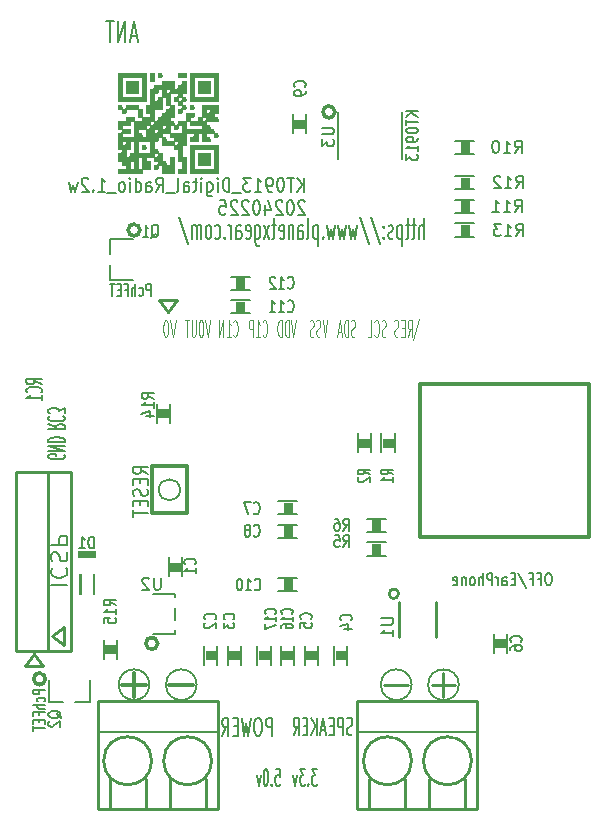
<source format=gbo>
G04 #@! TF.GenerationSoftware,KiCad,Pcbnew,7.0.8*
G04 #@! TF.CreationDate,2024-02-28T21:31:28+09:00*
G04 #@! TF.ProjectId,KT0913_Digital_Radio_1.2w,4b543039-3133-45f4-9469-676974616c5f,rev?*
G04 #@! TF.SameCoordinates,Original*
G04 #@! TF.FileFunction,Legend,Bot*
G04 #@! TF.FilePolarity,Positive*
%FSLAX46Y46*%
G04 Gerber Fmt 4.6, Leading zero omitted, Abs format (unit mm)*
G04 Created by KiCad (PCBNEW 7.0.8) date 2024-02-28 21:31:28*
%MOMM*%
%LPD*%
G01*
G04 APERTURE LIST*
%ADD10C,0.250000*%
%ADD11C,0.150000*%
%ADD12C,0.200000*%
%ADD13C,0.120000*%
%ADD14C,0.170000*%
%ADD15C,0.300000*%
%ADD16C,0.140000*%
%ADD17C,0.100000*%
%ADD18C,0.050000*%
%ADD19C,0.010000*%
%ADD20C,0.240000*%
%ADD21C,0.254000*%
G04 APERTURE END LIST*
D10*
X133200000Y-109500000D02*
X131200000Y-109500000D01*
D11*
X133500000Y-109500000D02*
G75*
G03*
X133500000Y-109500000I-1300000J0D01*
G01*
X137500000Y-109500000D02*
G75*
G03*
X137500000Y-109500000I-1300000J0D01*
G01*
D10*
X137200000Y-109500000D02*
X135200000Y-109500000D01*
X136200000Y-108500000D02*
X136200000Y-110500000D01*
D11*
X145158458Y-100069819D02*
X145006077Y-100069819D01*
X145006077Y-100069819D02*
X144929887Y-100117438D01*
X144929887Y-100117438D02*
X144853696Y-100212676D01*
X144853696Y-100212676D02*
X144815601Y-100403152D01*
X144815601Y-100403152D02*
X144815601Y-100736485D01*
X144815601Y-100736485D02*
X144853696Y-100926961D01*
X144853696Y-100926961D02*
X144929887Y-101022200D01*
X144929887Y-101022200D02*
X145006077Y-101069819D01*
X145006077Y-101069819D02*
X145158458Y-101069819D01*
X145158458Y-101069819D02*
X145234649Y-101022200D01*
X145234649Y-101022200D02*
X145310839Y-100926961D01*
X145310839Y-100926961D02*
X145348935Y-100736485D01*
X145348935Y-100736485D02*
X145348935Y-100403152D01*
X145348935Y-100403152D02*
X145310839Y-100212676D01*
X145310839Y-100212676D02*
X145234649Y-100117438D01*
X145234649Y-100117438D02*
X145158458Y-100069819D01*
X144206078Y-100546009D02*
X144472744Y-100546009D01*
X144472744Y-101069819D02*
X144472744Y-100069819D01*
X144472744Y-100069819D02*
X144091792Y-100069819D01*
X143520364Y-100546009D02*
X143787030Y-100546009D01*
X143787030Y-101069819D02*
X143787030Y-100069819D01*
X143787030Y-100069819D02*
X143406078Y-100069819D01*
X142529888Y-100022200D02*
X143215602Y-101307914D01*
X142263221Y-100546009D02*
X141996555Y-100546009D01*
X141882269Y-101069819D02*
X142263221Y-101069819D01*
X142263221Y-101069819D02*
X142263221Y-100069819D01*
X142263221Y-100069819D02*
X141882269Y-100069819D01*
X141196554Y-101069819D02*
X141196554Y-100546009D01*
X141196554Y-100546009D02*
X141234649Y-100450771D01*
X141234649Y-100450771D02*
X141310840Y-100403152D01*
X141310840Y-100403152D02*
X141463221Y-100403152D01*
X141463221Y-100403152D02*
X141539411Y-100450771D01*
X141196554Y-101022200D02*
X141272745Y-101069819D01*
X141272745Y-101069819D02*
X141463221Y-101069819D01*
X141463221Y-101069819D02*
X141539411Y-101022200D01*
X141539411Y-101022200D02*
X141577507Y-100926961D01*
X141577507Y-100926961D02*
X141577507Y-100831723D01*
X141577507Y-100831723D02*
X141539411Y-100736485D01*
X141539411Y-100736485D02*
X141463221Y-100688866D01*
X141463221Y-100688866D02*
X141272745Y-100688866D01*
X141272745Y-100688866D02*
X141196554Y-100641247D01*
X140815601Y-101069819D02*
X140815601Y-100403152D01*
X140815601Y-100593628D02*
X140777506Y-100498390D01*
X140777506Y-100498390D02*
X140739411Y-100450771D01*
X140739411Y-100450771D02*
X140663220Y-100403152D01*
X140663220Y-100403152D02*
X140587030Y-100403152D01*
X140320363Y-101069819D02*
X140320363Y-100069819D01*
X140320363Y-100069819D02*
X140015601Y-100069819D01*
X140015601Y-100069819D02*
X139939411Y-100117438D01*
X139939411Y-100117438D02*
X139901316Y-100165057D01*
X139901316Y-100165057D02*
X139863220Y-100260295D01*
X139863220Y-100260295D02*
X139863220Y-100403152D01*
X139863220Y-100403152D02*
X139901316Y-100498390D01*
X139901316Y-100498390D02*
X139939411Y-100546009D01*
X139939411Y-100546009D02*
X140015601Y-100593628D01*
X140015601Y-100593628D02*
X140320363Y-100593628D01*
X139520363Y-101069819D02*
X139520363Y-100069819D01*
X139177506Y-101069819D02*
X139177506Y-100546009D01*
X139177506Y-100546009D02*
X139215601Y-100450771D01*
X139215601Y-100450771D02*
X139291792Y-100403152D01*
X139291792Y-100403152D02*
X139406078Y-100403152D01*
X139406078Y-100403152D02*
X139482268Y-100450771D01*
X139482268Y-100450771D02*
X139520363Y-100498390D01*
X138682268Y-101069819D02*
X138758458Y-101022200D01*
X138758458Y-101022200D02*
X138796553Y-100974580D01*
X138796553Y-100974580D02*
X138834649Y-100879342D01*
X138834649Y-100879342D02*
X138834649Y-100593628D01*
X138834649Y-100593628D02*
X138796553Y-100498390D01*
X138796553Y-100498390D02*
X138758458Y-100450771D01*
X138758458Y-100450771D02*
X138682268Y-100403152D01*
X138682268Y-100403152D02*
X138567982Y-100403152D01*
X138567982Y-100403152D02*
X138491791Y-100450771D01*
X138491791Y-100450771D02*
X138453696Y-100498390D01*
X138453696Y-100498390D02*
X138415601Y-100593628D01*
X138415601Y-100593628D02*
X138415601Y-100879342D01*
X138415601Y-100879342D02*
X138453696Y-100974580D01*
X138453696Y-100974580D02*
X138491791Y-101022200D01*
X138491791Y-101022200D02*
X138567982Y-101069819D01*
X138567982Y-101069819D02*
X138682268Y-101069819D01*
X138072743Y-100403152D02*
X138072743Y-101069819D01*
X138072743Y-100498390D02*
X138034648Y-100450771D01*
X138034648Y-100450771D02*
X137958458Y-100403152D01*
X137958458Y-100403152D02*
X137844172Y-100403152D01*
X137844172Y-100403152D02*
X137767981Y-100450771D01*
X137767981Y-100450771D02*
X137729886Y-100546009D01*
X137729886Y-100546009D02*
X137729886Y-101069819D01*
X137044171Y-101022200D02*
X137120362Y-101069819D01*
X137120362Y-101069819D02*
X137272743Y-101069819D01*
X137272743Y-101069819D02*
X137348933Y-101022200D01*
X137348933Y-101022200D02*
X137387029Y-100926961D01*
X137387029Y-100926961D02*
X137387029Y-100546009D01*
X137387029Y-100546009D02*
X137348933Y-100450771D01*
X137348933Y-100450771D02*
X137272743Y-100403152D01*
X137272743Y-100403152D02*
X137120362Y-100403152D01*
X137120362Y-100403152D02*
X137044171Y-100450771D01*
X137044171Y-100450771D02*
X137006076Y-100546009D01*
X137006076Y-100546009D02*
X137006076Y-100641247D01*
X137006076Y-100641247D02*
X137387029Y-100736485D01*
X124413220Y-67763342D02*
X124413220Y-66563342D01*
X123841792Y-67763342D02*
X124270363Y-67077628D01*
X123841792Y-66563342D02*
X124413220Y-67249057D01*
X123556077Y-66563342D02*
X122984649Y-66563342D01*
X123270363Y-67763342D02*
X123270363Y-66563342D01*
X122460839Y-66563342D02*
X122365601Y-66563342D01*
X122365601Y-66563342D02*
X122270363Y-66620485D01*
X122270363Y-66620485D02*
X122222744Y-66677628D01*
X122222744Y-66677628D02*
X122175125Y-66791914D01*
X122175125Y-66791914D02*
X122127506Y-67020485D01*
X122127506Y-67020485D02*
X122127506Y-67306200D01*
X122127506Y-67306200D02*
X122175125Y-67534771D01*
X122175125Y-67534771D02*
X122222744Y-67649057D01*
X122222744Y-67649057D02*
X122270363Y-67706200D01*
X122270363Y-67706200D02*
X122365601Y-67763342D01*
X122365601Y-67763342D02*
X122460839Y-67763342D01*
X122460839Y-67763342D02*
X122556077Y-67706200D01*
X122556077Y-67706200D02*
X122603696Y-67649057D01*
X122603696Y-67649057D02*
X122651315Y-67534771D01*
X122651315Y-67534771D02*
X122698934Y-67306200D01*
X122698934Y-67306200D02*
X122698934Y-67020485D01*
X122698934Y-67020485D02*
X122651315Y-66791914D01*
X122651315Y-66791914D02*
X122603696Y-66677628D01*
X122603696Y-66677628D02*
X122556077Y-66620485D01*
X122556077Y-66620485D02*
X122460839Y-66563342D01*
X121651315Y-67763342D02*
X121460839Y-67763342D01*
X121460839Y-67763342D02*
X121365601Y-67706200D01*
X121365601Y-67706200D02*
X121317982Y-67649057D01*
X121317982Y-67649057D02*
X121222744Y-67477628D01*
X121222744Y-67477628D02*
X121175125Y-67249057D01*
X121175125Y-67249057D02*
X121175125Y-66791914D01*
X121175125Y-66791914D02*
X121222744Y-66677628D01*
X121222744Y-66677628D02*
X121270363Y-66620485D01*
X121270363Y-66620485D02*
X121365601Y-66563342D01*
X121365601Y-66563342D02*
X121556077Y-66563342D01*
X121556077Y-66563342D02*
X121651315Y-66620485D01*
X121651315Y-66620485D02*
X121698934Y-66677628D01*
X121698934Y-66677628D02*
X121746553Y-66791914D01*
X121746553Y-66791914D02*
X121746553Y-67077628D01*
X121746553Y-67077628D02*
X121698934Y-67191914D01*
X121698934Y-67191914D02*
X121651315Y-67249057D01*
X121651315Y-67249057D02*
X121556077Y-67306200D01*
X121556077Y-67306200D02*
X121365601Y-67306200D01*
X121365601Y-67306200D02*
X121270363Y-67249057D01*
X121270363Y-67249057D02*
X121222744Y-67191914D01*
X121222744Y-67191914D02*
X121175125Y-67077628D01*
X120222744Y-67763342D02*
X120794172Y-67763342D01*
X120508458Y-67763342D02*
X120508458Y-66563342D01*
X120508458Y-66563342D02*
X120603696Y-66734771D01*
X120603696Y-66734771D02*
X120698934Y-66849057D01*
X120698934Y-66849057D02*
X120794172Y-66906200D01*
X119889410Y-66563342D02*
X119270363Y-66563342D01*
X119270363Y-66563342D02*
X119603696Y-67020485D01*
X119603696Y-67020485D02*
X119460839Y-67020485D01*
X119460839Y-67020485D02*
X119365601Y-67077628D01*
X119365601Y-67077628D02*
X119317982Y-67134771D01*
X119317982Y-67134771D02*
X119270363Y-67249057D01*
X119270363Y-67249057D02*
X119270363Y-67534771D01*
X119270363Y-67534771D02*
X119317982Y-67649057D01*
X119317982Y-67649057D02*
X119365601Y-67706200D01*
X119365601Y-67706200D02*
X119460839Y-67763342D01*
X119460839Y-67763342D02*
X119746553Y-67763342D01*
X119746553Y-67763342D02*
X119841791Y-67706200D01*
X119841791Y-67706200D02*
X119889410Y-67649057D01*
X119079887Y-67877628D02*
X118317982Y-67877628D01*
X118079886Y-67763342D02*
X118079886Y-66563342D01*
X118079886Y-66563342D02*
X117841791Y-66563342D01*
X117841791Y-66563342D02*
X117698934Y-66620485D01*
X117698934Y-66620485D02*
X117603696Y-66734771D01*
X117603696Y-66734771D02*
X117556077Y-66849057D01*
X117556077Y-66849057D02*
X117508458Y-67077628D01*
X117508458Y-67077628D02*
X117508458Y-67249057D01*
X117508458Y-67249057D02*
X117556077Y-67477628D01*
X117556077Y-67477628D02*
X117603696Y-67591914D01*
X117603696Y-67591914D02*
X117698934Y-67706200D01*
X117698934Y-67706200D02*
X117841791Y-67763342D01*
X117841791Y-67763342D02*
X118079886Y-67763342D01*
X117079886Y-67763342D02*
X117079886Y-66963342D01*
X117079886Y-66563342D02*
X117127505Y-66620485D01*
X117127505Y-66620485D02*
X117079886Y-66677628D01*
X117079886Y-66677628D02*
X117032267Y-66620485D01*
X117032267Y-66620485D02*
X117079886Y-66563342D01*
X117079886Y-66563342D02*
X117079886Y-66677628D01*
X116175125Y-66963342D02*
X116175125Y-67934771D01*
X116175125Y-67934771D02*
X116222744Y-68049057D01*
X116222744Y-68049057D02*
X116270363Y-68106200D01*
X116270363Y-68106200D02*
X116365601Y-68163342D01*
X116365601Y-68163342D02*
X116508458Y-68163342D01*
X116508458Y-68163342D02*
X116603696Y-68106200D01*
X116175125Y-67706200D02*
X116270363Y-67763342D01*
X116270363Y-67763342D02*
X116460839Y-67763342D01*
X116460839Y-67763342D02*
X116556077Y-67706200D01*
X116556077Y-67706200D02*
X116603696Y-67649057D01*
X116603696Y-67649057D02*
X116651315Y-67534771D01*
X116651315Y-67534771D02*
X116651315Y-67191914D01*
X116651315Y-67191914D02*
X116603696Y-67077628D01*
X116603696Y-67077628D02*
X116556077Y-67020485D01*
X116556077Y-67020485D02*
X116460839Y-66963342D01*
X116460839Y-66963342D02*
X116270363Y-66963342D01*
X116270363Y-66963342D02*
X116175125Y-67020485D01*
X115698934Y-67763342D02*
X115698934Y-66963342D01*
X115698934Y-66563342D02*
X115746553Y-66620485D01*
X115746553Y-66620485D02*
X115698934Y-66677628D01*
X115698934Y-66677628D02*
X115651315Y-66620485D01*
X115651315Y-66620485D02*
X115698934Y-66563342D01*
X115698934Y-66563342D02*
X115698934Y-66677628D01*
X115365601Y-66963342D02*
X114984649Y-66963342D01*
X115222744Y-66563342D02*
X115222744Y-67591914D01*
X115222744Y-67591914D02*
X115175125Y-67706200D01*
X115175125Y-67706200D02*
X115079887Y-67763342D01*
X115079887Y-67763342D02*
X114984649Y-67763342D01*
X114222744Y-67763342D02*
X114222744Y-67134771D01*
X114222744Y-67134771D02*
X114270363Y-67020485D01*
X114270363Y-67020485D02*
X114365601Y-66963342D01*
X114365601Y-66963342D02*
X114556077Y-66963342D01*
X114556077Y-66963342D02*
X114651315Y-67020485D01*
X114222744Y-67706200D02*
X114317982Y-67763342D01*
X114317982Y-67763342D02*
X114556077Y-67763342D01*
X114556077Y-67763342D02*
X114651315Y-67706200D01*
X114651315Y-67706200D02*
X114698934Y-67591914D01*
X114698934Y-67591914D02*
X114698934Y-67477628D01*
X114698934Y-67477628D02*
X114651315Y-67363342D01*
X114651315Y-67363342D02*
X114556077Y-67306200D01*
X114556077Y-67306200D02*
X114317982Y-67306200D01*
X114317982Y-67306200D02*
X114222744Y-67249057D01*
X113603696Y-67763342D02*
X113698934Y-67706200D01*
X113698934Y-67706200D02*
X113746553Y-67591914D01*
X113746553Y-67591914D02*
X113746553Y-66563342D01*
X113460839Y-67877628D02*
X112698934Y-67877628D01*
X111889410Y-67763342D02*
X112222743Y-67191914D01*
X112460838Y-67763342D02*
X112460838Y-66563342D01*
X112460838Y-66563342D02*
X112079886Y-66563342D01*
X112079886Y-66563342D02*
X111984648Y-66620485D01*
X111984648Y-66620485D02*
X111937029Y-66677628D01*
X111937029Y-66677628D02*
X111889410Y-66791914D01*
X111889410Y-66791914D02*
X111889410Y-66963342D01*
X111889410Y-66963342D02*
X111937029Y-67077628D01*
X111937029Y-67077628D02*
X111984648Y-67134771D01*
X111984648Y-67134771D02*
X112079886Y-67191914D01*
X112079886Y-67191914D02*
X112460838Y-67191914D01*
X111032267Y-67763342D02*
X111032267Y-67134771D01*
X111032267Y-67134771D02*
X111079886Y-67020485D01*
X111079886Y-67020485D02*
X111175124Y-66963342D01*
X111175124Y-66963342D02*
X111365600Y-66963342D01*
X111365600Y-66963342D02*
X111460838Y-67020485D01*
X111032267Y-67706200D02*
X111127505Y-67763342D01*
X111127505Y-67763342D02*
X111365600Y-67763342D01*
X111365600Y-67763342D02*
X111460838Y-67706200D01*
X111460838Y-67706200D02*
X111508457Y-67591914D01*
X111508457Y-67591914D02*
X111508457Y-67477628D01*
X111508457Y-67477628D02*
X111460838Y-67363342D01*
X111460838Y-67363342D02*
X111365600Y-67306200D01*
X111365600Y-67306200D02*
X111127505Y-67306200D01*
X111127505Y-67306200D02*
X111032267Y-67249057D01*
X110127505Y-67763342D02*
X110127505Y-66563342D01*
X110127505Y-67706200D02*
X110222743Y-67763342D01*
X110222743Y-67763342D02*
X110413219Y-67763342D01*
X110413219Y-67763342D02*
X110508457Y-67706200D01*
X110508457Y-67706200D02*
X110556076Y-67649057D01*
X110556076Y-67649057D02*
X110603695Y-67534771D01*
X110603695Y-67534771D02*
X110603695Y-67191914D01*
X110603695Y-67191914D02*
X110556076Y-67077628D01*
X110556076Y-67077628D02*
X110508457Y-67020485D01*
X110508457Y-67020485D02*
X110413219Y-66963342D01*
X110413219Y-66963342D02*
X110222743Y-66963342D01*
X110222743Y-66963342D02*
X110127505Y-67020485D01*
X109651314Y-67763342D02*
X109651314Y-66963342D01*
X109651314Y-66563342D02*
X109698933Y-66620485D01*
X109698933Y-66620485D02*
X109651314Y-66677628D01*
X109651314Y-66677628D02*
X109603695Y-66620485D01*
X109603695Y-66620485D02*
X109651314Y-66563342D01*
X109651314Y-66563342D02*
X109651314Y-66677628D01*
X109032267Y-67763342D02*
X109127505Y-67706200D01*
X109127505Y-67706200D02*
X109175124Y-67649057D01*
X109175124Y-67649057D02*
X109222743Y-67534771D01*
X109222743Y-67534771D02*
X109222743Y-67191914D01*
X109222743Y-67191914D02*
X109175124Y-67077628D01*
X109175124Y-67077628D02*
X109127505Y-67020485D01*
X109127505Y-67020485D02*
X109032267Y-66963342D01*
X109032267Y-66963342D02*
X108889410Y-66963342D01*
X108889410Y-66963342D02*
X108794172Y-67020485D01*
X108794172Y-67020485D02*
X108746553Y-67077628D01*
X108746553Y-67077628D02*
X108698934Y-67191914D01*
X108698934Y-67191914D02*
X108698934Y-67534771D01*
X108698934Y-67534771D02*
X108746553Y-67649057D01*
X108746553Y-67649057D02*
X108794172Y-67706200D01*
X108794172Y-67706200D02*
X108889410Y-67763342D01*
X108889410Y-67763342D02*
X109032267Y-67763342D01*
X108508458Y-67877628D02*
X107746553Y-67877628D01*
X106984648Y-67763342D02*
X107556076Y-67763342D01*
X107270362Y-67763342D02*
X107270362Y-66563342D01*
X107270362Y-66563342D02*
X107365600Y-66734771D01*
X107365600Y-66734771D02*
X107460838Y-66849057D01*
X107460838Y-66849057D02*
X107556076Y-66906200D01*
X106556076Y-67649057D02*
X106508457Y-67706200D01*
X106508457Y-67706200D02*
X106556076Y-67763342D01*
X106556076Y-67763342D02*
X106603695Y-67706200D01*
X106603695Y-67706200D02*
X106556076Y-67649057D01*
X106556076Y-67649057D02*
X106556076Y-67763342D01*
X106127505Y-66677628D02*
X106079886Y-66620485D01*
X106079886Y-66620485D02*
X105984648Y-66563342D01*
X105984648Y-66563342D02*
X105746553Y-66563342D01*
X105746553Y-66563342D02*
X105651315Y-66620485D01*
X105651315Y-66620485D02*
X105603696Y-66677628D01*
X105603696Y-66677628D02*
X105556077Y-66791914D01*
X105556077Y-66791914D02*
X105556077Y-66906200D01*
X105556077Y-66906200D02*
X105603696Y-67077628D01*
X105603696Y-67077628D02*
X106175124Y-67763342D01*
X106175124Y-67763342D02*
X105556077Y-67763342D01*
X105222743Y-66963342D02*
X105032267Y-67763342D01*
X105032267Y-67763342D02*
X104841791Y-67191914D01*
X104841791Y-67191914D02*
X104651315Y-67763342D01*
X104651315Y-67763342D02*
X104460839Y-66963342D01*
X124460839Y-68609628D02*
X124413220Y-68552485D01*
X124413220Y-68552485D02*
X124317982Y-68495342D01*
X124317982Y-68495342D02*
X124079887Y-68495342D01*
X124079887Y-68495342D02*
X123984649Y-68552485D01*
X123984649Y-68552485D02*
X123937030Y-68609628D01*
X123937030Y-68609628D02*
X123889411Y-68723914D01*
X123889411Y-68723914D02*
X123889411Y-68838200D01*
X123889411Y-68838200D02*
X123937030Y-69009628D01*
X123937030Y-69009628D02*
X124508458Y-69695342D01*
X124508458Y-69695342D02*
X123889411Y-69695342D01*
X123270363Y-68495342D02*
X123175125Y-68495342D01*
X123175125Y-68495342D02*
X123079887Y-68552485D01*
X123079887Y-68552485D02*
X123032268Y-68609628D01*
X123032268Y-68609628D02*
X122984649Y-68723914D01*
X122984649Y-68723914D02*
X122937030Y-68952485D01*
X122937030Y-68952485D02*
X122937030Y-69238200D01*
X122937030Y-69238200D02*
X122984649Y-69466771D01*
X122984649Y-69466771D02*
X123032268Y-69581057D01*
X123032268Y-69581057D02*
X123079887Y-69638200D01*
X123079887Y-69638200D02*
X123175125Y-69695342D01*
X123175125Y-69695342D02*
X123270363Y-69695342D01*
X123270363Y-69695342D02*
X123365601Y-69638200D01*
X123365601Y-69638200D02*
X123413220Y-69581057D01*
X123413220Y-69581057D02*
X123460839Y-69466771D01*
X123460839Y-69466771D02*
X123508458Y-69238200D01*
X123508458Y-69238200D02*
X123508458Y-68952485D01*
X123508458Y-68952485D02*
X123460839Y-68723914D01*
X123460839Y-68723914D02*
X123413220Y-68609628D01*
X123413220Y-68609628D02*
X123365601Y-68552485D01*
X123365601Y-68552485D02*
X123270363Y-68495342D01*
X122556077Y-68609628D02*
X122508458Y-68552485D01*
X122508458Y-68552485D02*
X122413220Y-68495342D01*
X122413220Y-68495342D02*
X122175125Y-68495342D01*
X122175125Y-68495342D02*
X122079887Y-68552485D01*
X122079887Y-68552485D02*
X122032268Y-68609628D01*
X122032268Y-68609628D02*
X121984649Y-68723914D01*
X121984649Y-68723914D02*
X121984649Y-68838200D01*
X121984649Y-68838200D02*
X122032268Y-69009628D01*
X122032268Y-69009628D02*
X122603696Y-69695342D01*
X122603696Y-69695342D02*
X121984649Y-69695342D01*
X121127506Y-68895342D02*
X121127506Y-69695342D01*
X121365601Y-68438200D02*
X121603696Y-69295342D01*
X121603696Y-69295342D02*
X120984649Y-69295342D01*
X120413220Y-68495342D02*
X120317982Y-68495342D01*
X120317982Y-68495342D02*
X120222744Y-68552485D01*
X120222744Y-68552485D02*
X120175125Y-68609628D01*
X120175125Y-68609628D02*
X120127506Y-68723914D01*
X120127506Y-68723914D02*
X120079887Y-68952485D01*
X120079887Y-68952485D02*
X120079887Y-69238200D01*
X120079887Y-69238200D02*
X120127506Y-69466771D01*
X120127506Y-69466771D02*
X120175125Y-69581057D01*
X120175125Y-69581057D02*
X120222744Y-69638200D01*
X120222744Y-69638200D02*
X120317982Y-69695342D01*
X120317982Y-69695342D02*
X120413220Y-69695342D01*
X120413220Y-69695342D02*
X120508458Y-69638200D01*
X120508458Y-69638200D02*
X120556077Y-69581057D01*
X120556077Y-69581057D02*
X120603696Y-69466771D01*
X120603696Y-69466771D02*
X120651315Y-69238200D01*
X120651315Y-69238200D02*
X120651315Y-68952485D01*
X120651315Y-68952485D02*
X120603696Y-68723914D01*
X120603696Y-68723914D02*
X120556077Y-68609628D01*
X120556077Y-68609628D02*
X120508458Y-68552485D01*
X120508458Y-68552485D02*
X120413220Y-68495342D01*
X119698934Y-68609628D02*
X119651315Y-68552485D01*
X119651315Y-68552485D02*
X119556077Y-68495342D01*
X119556077Y-68495342D02*
X119317982Y-68495342D01*
X119317982Y-68495342D02*
X119222744Y-68552485D01*
X119222744Y-68552485D02*
X119175125Y-68609628D01*
X119175125Y-68609628D02*
X119127506Y-68723914D01*
X119127506Y-68723914D02*
X119127506Y-68838200D01*
X119127506Y-68838200D02*
X119175125Y-69009628D01*
X119175125Y-69009628D02*
X119746553Y-69695342D01*
X119746553Y-69695342D02*
X119127506Y-69695342D01*
X118746553Y-68609628D02*
X118698934Y-68552485D01*
X118698934Y-68552485D02*
X118603696Y-68495342D01*
X118603696Y-68495342D02*
X118365601Y-68495342D01*
X118365601Y-68495342D02*
X118270363Y-68552485D01*
X118270363Y-68552485D02*
X118222744Y-68609628D01*
X118222744Y-68609628D02*
X118175125Y-68723914D01*
X118175125Y-68723914D02*
X118175125Y-68838200D01*
X118175125Y-68838200D02*
X118222744Y-69009628D01*
X118222744Y-69009628D02*
X118794172Y-69695342D01*
X118794172Y-69695342D02*
X118175125Y-69695342D01*
X117270363Y-68495342D02*
X117746553Y-68495342D01*
X117746553Y-68495342D02*
X117794172Y-69066771D01*
X117794172Y-69066771D02*
X117746553Y-69009628D01*
X117746553Y-69009628D02*
X117651315Y-68952485D01*
X117651315Y-68952485D02*
X117413220Y-68952485D01*
X117413220Y-68952485D02*
X117317982Y-69009628D01*
X117317982Y-69009628D02*
X117270363Y-69066771D01*
X117270363Y-69066771D02*
X117222744Y-69181057D01*
X117222744Y-69181057D02*
X117222744Y-69466771D01*
X117222744Y-69466771D02*
X117270363Y-69581057D01*
X117270363Y-69581057D02*
X117317982Y-69638200D01*
X117317982Y-69638200D02*
X117413220Y-69695342D01*
X117413220Y-69695342D02*
X117651315Y-69695342D01*
X117651315Y-69695342D02*
X117746553Y-69638200D01*
X117746553Y-69638200D02*
X117794172Y-69581057D01*
D12*
X110257142Y-54608028D02*
X109733332Y-54608028D01*
X110361904Y-55122314D02*
X109995237Y-53322314D01*
X109995237Y-53322314D02*
X109628570Y-55122314D01*
X109261904Y-55122314D02*
X109261904Y-53322314D01*
X109261904Y-53322314D02*
X108633332Y-55122314D01*
X108633332Y-55122314D02*
X108633332Y-53322314D01*
X108266666Y-53322314D02*
X107638094Y-53322314D01*
X107952380Y-55122314D02*
X107952380Y-53322314D01*
D11*
X102760133Y-87466666D02*
X103426800Y-87699999D01*
X102760133Y-87866666D02*
X104160133Y-87866666D01*
X104160133Y-87866666D02*
X104160133Y-87599999D01*
X104160133Y-87599999D02*
X104093466Y-87533333D01*
X104093466Y-87533333D02*
X104026800Y-87499999D01*
X104026800Y-87499999D02*
X103893466Y-87466666D01*
X103893466Y-87466666D02*
X103693466Y-87466666D01*
X103693466Y-87466666D02*
X103560133Y-87499999D01*
X103560133Y-87499999D02*
X103493466Y-87533333D01*
X103493466Y-87533333D02*
X103426800Y-87599999D01*
X103426800Y-87599999D02*
X103426800Y-87866666D01*
X102893466Y-86766666D02*
X102826800Y-86799999D01*
X102826800Y-86799999D02*
X102760133Y-86899999D01*
X102760133Y-86899999D02*
X102760133Y-86966666D01*
X102760133Y-86966666D02*
X102826800Y-87066666D01*
X102826800Y-87066666D02*
X102960133Y-87133333D01*
X102960133Y-87133333D02*
X103093466Y-87166666D01*
X103093466Y-87166666D02*
X103360133Y-87199999D01*
X103360133Y-87199999D02*
X103560133Y-87199999D01*
X103560133Y-87199999D02*
X103826800Y-87166666D01*
X103826800Y-87166666D02*
X103960133Y-87133333D01*
X103960133Y-87133333D02*
X104093466Y-87066666D01*
X104093466Y-87066666D02*
X104160133Y-86966666D01*
X104160133Y-86966666D02*
X104160133Y-86899999D01*
X104160133Y-86899999D02*
X104093466Y-86799999D01*
X104093466Y-86799999D02*
X104026800Y-86766666D01*
X104160133Y-86533333D02*
X104160133Y-86099999D01*
X104160133Y-86099999D02*
X103626800Y-86333333D01*
X103626800Y-86333333D02*
X103626800Y-86233333D01*
X103626800Y-86233333D02*
X103560133Y-86166666D01*
X103560133Y-86166666D02*
X103493466Y-86133333D01*
X103493466Y-86133333D02*
X103360133Y-86099999D01*
X103360133Y-86099999D02*
X103026800Y-86099999D01*
X103026800Y-86099999D02*
X102893466Y-86133333D01*
X102893466Y-86133333D02*
X102826800Y-86166666D01*
X102826800Y-86166666D02*
X102760133Y-86233333D01*
X102760133Y-86233333D02*
X102760133Y-86433333D01*
X102760133Y-86433333D02*
X102826800Y-86499999D01*
X102826800Y-86499999D02*
X102893466Y-86533333D01*
X122000000Y-116639866D02*
X122333333Y-116639866D01*
X122333333Y-116639866D02*
X122366666Y-117306533D01*
X122366666Y-117306533D02*
X122333333Y-117239866D01*
X122333333Y-117239866D02*
X122266666Y-117173200D01*
X122266666Y-117173200D02*
X122100000Y-117173200D01*
X122100000Y-117173200D02*
X122033333Y-117239866D01*
X122033333Y-117239866D02*
X122000000Y-117306533D01*
X122000000Y-117306533D02*
X121966666Y-117439866D01*
X121966666Y-117439866D02*
X121966666Y-117773200D01*
X121966666Y-117773200D02*
X122000000Y-117906533D01*
X122000000Y-117906533D02*
X122033333Y-117973200D01*
X122033333Y-117973200D02*
X122100000Y-118039866D01*
X122100000Y-118039866D02*
X122266666Y-118039866D01*
X122266666Y-118039866D02*
X122333333Y-117973200D01*
X122333333Y-117973200D02*
X122366666Y-117906533D01*
X121666666Y-117906533D02*
X121633333Y-117973200D01*
X121633333Y-117973200D02*
X121666666Y-118039866D01*
X121666666Y-118039866D02*
X121699999Y-117973200D01*
X121699999Y-117973200D02*
X121666666Y-117906533D01*
X121666666Y-117906533D02*
X121666666Y-118039866D01*
X121200000Y-116639866D02*
X121133333Y-116639866D01*
X121133333Y-116639866D02*
X121066666Y-116706533D01*
X121066666Y-116706533D02*
X121033333Y-116773200D01*
X121033333Y-116773200D02*
X121000000Y-116906533D01*
X121000000Y-116906533D02*
X120966666Y-117173200D01*
X120966666Y-117173200D02*
X120966666Y-117506533D01*
X120966666Y-117506533D02*
X121000000Y-117773200D01*
X121000000Y-117773200D02*
X121033333Y-117906533D01*
X121033333Y-117906533D02*
X121066666Y-117973200D01*
X121066666Y-117973200D02*
X121133333Y-118039866D01*
X121133333Y-118039866D02*
X121200000Y-118039866D01*
X121200000Y-118039866D02*
X121266666Y-117973200D01*
X121266666Y-117973200D02*
X121300000Y-117906533D01*
X121300000Y-117906533D02*
X121333333Y-117773200D01*
X121333333Y-117773200D02*
X121366666Y-117506533D01*
X121366666Y-117506533D02*
X121366666Y-117173200D01*
X121366666Y-117173200D02*
X121333333Y-116906533D01*
X121333333Y-116906533D02*
X121300000Y-116773200D01*
X121300000Y-116773200D02*
X121266666Y-116706533D01*
X121266666Y-116706533D02*
X121200000Y-116639866D01*
X120733333Y-117106533D02*
X120566666Y-118039866D01*
X120566666Y-118039866D02*
X120399999Y-117106533D01*
X102239866Y-84033333D02*
X101573200Y-83800000D01*
X102239866Y-83633333D02*
X100839866Y-83633333D01*
X100839866Y-83633333D02*
X100839866Y-83900000D01*
X100839866Y-83900000D02*
X100906533Y-83966667D01*
X100906533Y-83966667D02*
X100973200Y-84000000D01*
X100973200Y-84000000D02*
X101106533Y-84033333D01*
X101106533Y-84033333D02*
X101306533Y-84033333D01*
X101306533Y-84033333D02*
X101439866Y-84000000D01*
X101439866Y-84000000D02*
X101506533Y-83966667D01*
X101506533Y-83966667D02*
X101573200Y-83900000D01*
X101573200Y-83900000D02*
X101573200Y-83633333D01*
X102106533Y-84733333D02*
X102173200Y-84700000D01*
X102173200Y-84700000D02*
X102239866Y-84600000D01*
X102239866Y-84600000D02*
X102239866Y-84533333D01*
X102239866Y-84533333D02*
X102173200Y-84433333D01*
X102173200Y-84433333D02*
X102039866Y-84366667D01*
X102039866Y-84366667D02*
X101906533Y-84333333D01*
X101906533Y-84333333D02*
X101639866Y-84300000D01*
X101639866Y-84300000D02*
X101439866Y-84300000D01*
X101439866Y-84300000D02*
X101173200Y-84333333D01*
X101173200Y-84333333D02*
X101039866Y-84366667D01*
X101039866Y-84366667D02*
X100906533Y-84433333D01*
X100906533Y-84433333D02*
X100839866Y-84533333D01*
X100839866Y-84533333D02*
X100839866Y-84600000D01*
X100839866Y-84600000D02*
X100906533Y-84700000D01*
X100906533Y-84700000D02*
X100973200Y-84733333D01*
X102239866Y-85400000D02*
X102239866Y-85000000D01*
X102239866Y-85200000D02*
X100839866Y-85200000D01*
X100839866Y-85200000D02*
X101039866Y-85133333D01*
X101039866Y-85133333D02*
X101173200Y-85066667D01*
X101173200Y-85066667D02*
X101239866Y-85000000D01*
D12*
X121654136Y-113806028D02*
X121654136Y-112306028D01*
X121654136Y-112306028D02*
X121311279Y-112306028D01*
X121311279Y-112306028D02*
X121225564Y-112377457D01*
X121225564Y-112377457D02*
X121182707Y-112448885D01*
X121182707Y-112448885D02*
X121139850Y-112591742D01*
X121139850Y-112591742D02*
X121139850Y-112806028D01*
X121139850Y-112806028D02*
X121182707Y-112948885D01*
X121182707Y-112948885D02*
X121225564Y-113020314D01*
X121225564Y-113020314D02*
X121311279Y-113091742D01*
X121311279Y-113091742D02*
X121654136Y-113091742D01*
X120582707Y-112306028D02*
X120411279Y-112306028D01*
X120411279Y-112306028D02*
X120325564Y-112377457D01*
X120325564Y-112377457D02*
X120239850Y-112520314D01*
X120239850Y-112520314D02*
X120196993Y-112806028D01*
X120196993Y-112806028D02*
X120196993Y-113306028D01*
X120196993Y-113306028D02*
X120239850Y-113591742D01*
X120239850Y-113591742D02*
X120325564Y-113734600D01*
X120325564Y-113734600D02*
X120411279Y-113806028D01*
X120411279Y-113806028D02*
X120582707Y-113806028D01*
X120582707Y-113806028D02*
X120668422Y-113734600D01*
X120668422Y-113734600D02*
X120754136Y-113591742D01*
X120754136Y-113591742D02*
X120796993Y-113306028D01*
X120796993Y-113306028D02*
X120796993Y-112806028D01*
X120796993Y-112806028D02*
X120754136Y-112520314D01*
X120754136Y-112520314D02*
X120668422Y-112377457D01*
X120668422Y-112377457D02*
X120582707Y-112306028D01*
X119896993Y-112306028D02*
X119682707Y-113806028D01*
X119682707Y-113806028D02*
X119511279Y-112734600D01*
X119511279Y-112734600D02*
X119339850Y-113806028D01*
X119339850Y-113806028D02*
X119125565Y-112306028D01*
X118782708Y-113020314D02*
X118482708Y-113020314D01*
X118354136Y-113806028D02*
X118782708Y-113806028D01*
X118782708Y-113806028D02*
X118782708Y-112306028D01*
X118782708Y-112306028D02*
X118354136Y-112306028D01*
X117454136Y-113806028D02*
X117754136Y-113091742D01*
X117968422Y-113806028D02*
X117968422Y-112306028D01*
X117968422Y-112306028D02*
X117625565Y-112306028D01*
X117625565Y-112306028D02*
X117539850Y-112377457D01*
X117539850Y-112377457D02*
X117496993Y-112448885D01*
X117496993Y-112448885D02*
X117454136Y-112591742D01*
X117454136Y-112591742D02*
X117454136Y-112806028D01*
X117454136Y-112806028D02*
X117496993Y-112948885D01*
X117496993Y-112948885D02*
X117539850Y-113020314D01*
X117539850Y-113020314D02*
X117625565Y-113091742D01*
X117625565Y-113091742D02*
X117968422Y-113091742D01*
D11*
X104093466Y-90023332D02*
X104160133Y-90089999D01*
X104160133Y-90089999D02*
X104160133Y-90189999D01*
X104160133Y-90189999D02*
X104093466Y-90289999D01*
X104093466Y-90289999D02*
X103960133Y-90356666D01*
X103960133Y-90356666D02*
X103826800Y-90389999D01*
X103826800Y-90389999D02*
X103560133Y-90423332D01*
X103560133Y-90423332D02*
X103360133Y-90423332D01*
X103360133Y-90423332D02*
X103093466Y-90389999D01*
X103093466Y-90389999D02*
X102960133Y-90356666D01*
X102960133Y-90356666D02*
X102826800Y-90289999D01*
X102826800Y-90289999D02*
X102760133Y-90189999D01*
X102760133Y-90189999D02*
X102760133Y-90123332D01*
X102760133Y-90123332D02*
X102826800Y-90023332D01*
X102826800Y-90023332D02*
X102893466Y-89989999D01*
X102893466Y-89989999D02*
X103360133Y-89989999D01*
X103360133Y-89989999D02*
X103360133Y-90123332D01*
X102760133Y-89689999D02*
X104160133Y-89689999D01*
X104160133Y-89689999D02*
X102760133Y-89289999D01*
X102760133Y-89289999D02*
X104160133Y-89289999D01*
X102760133Y-88956666D02*
X104160133Y-88956666D01*
X104160133Y-88956666D02*
X104160133Y-88789999D01*
X104160133Y-88789999D02*
X104093466Y-88689999D01*
X104093466Y-88689999D02*
X103960133Y-88623333D01*
X103960133Y-88623333D02*
X103826800Y-88589999D01*
X103826800Y-88589999D02*
X103560133Y-88556666D01*
X103560133Y-88556666D02*
X103360133Y-88556666D01*
X103360133Y-88556666D02*
X103093466Y-88589999D01*
X103093466Y-88589999D02*
X102960133Y-88623333D01*
X102960133Y-88623333D02*
X102826800Y-88689999D01*
X102826800Y-88689999D02*
X102760133Y-88789999D01*
X102760133Y-88789999D02*
X102760133Y-88956666D01*
D13*
X134104285Y-78508093D02*
X133590000Y-80308093D01*
X133161428Y-80041426D02*
X133361428Y-79374760D01*
X133504285Y-80041426D02*
X133504285Y-78641426D01*
X133504285Y-78641426D02*
X133275714Y-78641426D01*
X133275714Y-78641426D02*
X133218571Y-78708093D01*
X133218571Y-78708093D02*
X133190000Y-78774760D01*
X133190000Y-78774760D02*
X133161428Y-78908093D01*
X133161428Y-78908093D02*
X133161428Y-79108093D01*
X133161428Y-79108093D02*
X133190000Y-79241426D01*
X133190000Y-79241426D02*
X133218571Y-79308093D01*
X133218571Y-79308093D02*
X133275714Y-79374760D01*
X133275714Y-79374760D02*
X133504285Y-79374760D01*
X132904285Y-79308093D02*
X132704285Y-79308093D01*
X132618571Y-80041426D02*
X132904285Y-80041426D01*
X132904285Y-80041426D02*
X132904285Y-78641426D01*
X132904285Y-78641426D02*
X132618571Y-78641426D01*
X132390000Y-79974760D02*
X132304286Y-80041426D01*
X132304286Y-80041426D02*
X132161428Y-80041426D01*
X132161428Y-80041426D02*
X132104286Y-79974760D01*
X132104286Y-79974760D02*
X132075714Y-79908093D01*
X132075714Y-79908093D02*
X132047143Y-79774760D01*
X132047143Y-79774760D02*
X132047143Y-79641426D01*
X132047143Y-79641426D02*
X132075714Y-79508093D01*
X132075714Y-79508093D02*
X132104286Y-79441426D01*
X132104286Y-79441426D02*
X132161428Y-79374760D01*
X132161428Y-79374760D02*
X132275714Y-79308093D01*
X132275714Y-79308093D02*
X132332857Y-79241426D01*
X132332857Y-79241426D02*
X132361428Y-79174760D01*
X132361428Y-79174760D02*
X132390000Y-79041426D01*
X132390000Y-79041426D02*
X132390000Y-78908093D01*
X132390000Y-78908093D02*
X132361428Y-78774760D01*
X132361428Y-78774760D02*
X132332857Y-78708093D01*
X132332857Y-78708093D02*
X132275714Y-78641426D01*
X132275714Y-78641426D02*
X132132857Y-78641426D01*
X132132857Y-78641426D02*
X132047143Y-78708093D01*
X113556666Y-78641426D02*
X113323333Y-80041426D01*
X113323333Y-80041426D02*
X113089999Y-78641426D01*
X112723333Y-78641426D02*
X112656666Y-78641426D01*
X112656666Y-78641426D02*
X112589999Y-78708093D01*
X112589999Y-78708093D02*
X112556666Y-78774760D01*
X112556666Y-78774760D02*
X112523333Y-78908093D01*
X112523333Y-78908093D02*
X112489999Y-79174760D01*
X112489999Y-79174760D02*
X112489999Y-79508093D01*
X112489999Y-79508093D02*
X112523333Y-79774760D01*
X112523333Y-79774760D02*
X112556666Y-79908093D01*
X112556666Y-79908093D02*
X112589999Y-79974760D01*
X112589999Y-79974760D02*
X112656666Y-80041426D01*
X112656666Y-80041426D02*
X112723333Y-80041426D01*
X112723333Y-80041426D02*
X112789999Y-79974760D01*
X112789999Y-79974760D02*
X112823333Y-79908093D01*
X112823333Y-79908093D02*
X112856666Y-79774760D01*
X112856666Y-79774760D02*
X112889999Y-79508093D01*
X112889999Y-79508093D02*
X112889999Y-79174760D01*
X112889999Y-79174760D02*
X112856666Y-78908093D01*
X112856666Y-78908093D02*
X112823333Y-78774760D01*
X112823333Y-78774760D02*
X112789999Y-78708093D01*
X112789999Y-78708093D02*
X112723333Y-78641426D01*
X131304285Y-79974760D02*
X131218571Y-80041426D01*
X131218571Y-80041426D02*
X131075713Y-80041426D01*
X131075713Y-80041426D02*
X131018571Y-79974760D01*
X131018571Y-79974760D02*
X130989999Y-79908093D01*
X130989999Y-79908093D02*
X130961428Y-79774760D01*
X130961428Y-79774760D02*
X130961428Y-79641426D01*
X130961428Y-79641426D02*
X130989999Y-79508093D01*
X130989999Y-79508093D02*
X131018571Y-79441426D01*
X131018571Y-79441426D02*
X131075713Y-79374760D01*
X131075713Y-79374760D02*
X131189999Y-79308093D01*
X131189999Y-79308093D02*
X131247142Y-79241426D01*
X131247142Y-79241426D02*
X131275713Y-79174760D01*
X131275713Y-79174760D02*
X131304285Y-79041426D01*
X131304285Y-79041426D02*
X131304285Y-78908093D01*
X131304285Y-78908093D02*
X131275713Y-78774760D01*
X131275713Y-78774760D02*
X131247142Y-78708093D01*
X131247142Y-78708093D02*
X131189999Y-78641426D01*
X131189999Y-78641426D02*
X131047142Y-78641426D01*
X131047142Y-78641426D02*
X130961428Y-78708093D01*
X130361427Y-79908093D02*
X130389999Y-79974760D01*
X130389999Y-79974760D02*
X130475713Y-80041426D01*
X130475713Y-80041426D02*
X130532856Y-80041426D01*
X130532856Y-80041426D02*
X130618570Y-79974760D01*
X130618570Y-79974760D02*
X130675713Y-79841426D01*
X130675713Y-79841426D02*
X130704284Y-79708093D01*
X130704284Y-79708093D02*
X130732856Y-79441426D01*
X130732856Y-79441426D02*
X130732856Y-79241426D01*
X130732856Y-79241426D02*
X130704284Y-78974760D01*
X130704284Y-78974760D02*
X130675713Y-78841426D01*
X130675713Y-78841426D02*
X130618570Y-78708093D01*
X130618570Y-78708093D02*
X130532856Y-78641426D01*
X130532856Y-78641426D02*
X130475713Y-78641426D01*
X130475713Y-78641426D02*
X130389999Y-78708093D01*
X130389999Y-78708093D02*
X130361427Y-78774760D01*
X129818570Y-80041426D02*
X130104284Y-80041426D01*
X130104284Y-80041426D02*
X130104284Y-78641426D01*
X116447142Y-78641426D02*
X116247142Y-80041426D01*
X116247142Y-80041426D02*
X116047142Y-78641426D01*
X115732856Y-78641426D02*
X115618570Y-78641426D01*
X115618570Y-78641426D02*
X115561427Y-78708093D01*
X115561427Y-78708093D02*
X115504284Y-78841426D01*
X115504284Y-78841426D02*
X115475713Y-79108093D01*
X115475713Y-79108093D02*
X115475713Y-79574760D01*
X115475713Y-79574760D02*
X115504284Y-79841426D01*
X115504284Y-79841426D02*
X115561427Y-79974760D01*
X115561427Y-79974760D02*
X115618570Y-80041426D01*
X115618570Y-80041426D02*
X115732856Y-80041426D01*
X115732856Y-80041426D02*
X115789999Y-79974760D01*
X115789999Y-79974760D02*
X115847141Y-79841426D01*
X115847141Y-79841426D02*
X115875713Y-79574760D01*
X115875713Y-79574760D02*
X115875713Y-79108093D01*
X115875713Y-79108093D02*
X115847141Y-78841426D01*
X115847141Y-78841426D02*
X115789999Y-78708093D01*
X115789999Y-78708093D02*
X115732856Y-78641426D01*
X115218570Y-78641426D02*
X115218570Y-79774760D01*
X115218570Y-79774760D02*
X115189999Y-79908093D01*
X115189999Y-79908093D02*
X115161428Y-79974760D01*
X115161428Y-79974760D02*
X115104285Y-80041426D01*
X115104285Y-80041426D02*
X114989999Y-80041426D01*
X114989999Y-80041426D02*
X114932856Y-79974760D01*
X114932856Y-79974760D02*
X114904285Y-79908093D01*
X114904285Y-79908093D02*
X114875713Y-79774760D01*
X114875713Y-79774760D02*
X114875713Y-78641426D01*
X114675714Y-78641426D02*
X114332857Y-78641426D01*
X114504285Y-80041426D02*
X114504285Y-78641426D01*
X120889999Y-79908093D02*
X120918571Y-79974760D01*
X120918571Y-79974760D02*
X121004285Y-80041426D01*
X121004285Y-80041426D02*
X121061428Y-80041426D01*
X121061428Y-80041426D02*
X121147142Y-79974760D01*
X121147142Y-79974760D02*
X121204285Y-79841426D01*
X121204285Y-79841426D02*
X121232856Y-79708093D01*
X121232856Y-79708093D02*
X121261428Y-79441426D01*
X121261428Y-79441426D02*
X121261428Y-79241426D01*
X121261428Y-79241426D02*
X121232856Y-78974760D01*
X121232856Y-78974760D02*
X121204285Y-78841426D01*
X121204285Y-78841426D02*
X121147142Y-78708093D01*
X121147142Y-78708093D02*
X121061428Y-78641426D01*
X121061428Y-78641426D02*
X121004285Y-78641426D01*
X121004285Y-78641426D02*
X120918571Y-78708093D01*
X120918571Y-78708093D02*
X120889999Y-78774760D01*
X120318571Y-80041426D02*
X120661428Y-80041426D01*
X120489999Y-80041426D02*
X120489999Y-78641426D01*
X120489999Y-78641426D02*
X120547142Y-78841426D01*
X120547142Y-78841426D02*
X120604285Y-78974760D01*
X120604285Y-78974760D02*
X120661428Y-79041426D01*
X120061427Y-80041426D02*
X120061427Y-78641426D01*
X120061427Y-78641426D02*
X119832856Y-78641426D01*
X119832856Y-78641426D02*
X119775713Y-78708093D01*
X119775713Y-78708093D02*
X119747142Y-78774760D01*
X119747142Y-78774760D02*
X119718570Y-78908093D01*
X119718570Y-78908093D02*
X119718570Y-79108093D01*
X119718570Y-79108093D02*
X119747142Y-79241426D01*
X119747142Y-79241426D02*
X119775713Y-79308093D01*
X119775713Y-79308093D02*
X119832856Y-79374760D01*
X119832856Y-79374760D02*
X120061427Y-79374760D01*
X126361429Y-78641426D02*
X126161429Y-80041426D01*
X126161429Y-80041426D02*
X125961429Y-78641426D01*
X125790000Y-79974760D02*
X125704286Y-80041426D01*
X125704286Y-80041426D02*
X125561428Y-80041426D01*
X125561428Y-80041426D02*
X125504286Y-79974760D01*
X125504286Y-79974760D02*
X125475714Y-79908093D01*
X125475714Y-79908093D02*
X125447143Y-79774760D01*
X125447143Y-79774760D02*
X125447143Y-79641426D01*
X125447143Y-79641426D02*
X125475714Y-79508093D01*
X125475714Y-79508093D02*
X125504286Y-79441426D01*
X125504286Y-79441426D02*
X125561428Y-79374760D01*
X125561428Y-79374760D02*
X125675714Y-79308093D01*
X125675714Y-79308093D02*
X125732857Y-79241426D01*
X125732857Y-79241426D02*
X125761428Y-79174760D01*
X125761428Y-79174760D02*
X125790000Y-79041426D01*
X125790000Y-79041426D02*
X125790000Y-78908093D01*
X125790000Y-78908093D02*
X125761428Y-78774760D01*
X125761428Y-78774760D02*
X125732857Y-78708093D01*
X125732857Y-78708093D02*
X125675714Y-78641426D01*
X125675714Y-78641426D02*
X125532857Y-78641426D01*
X125532857Y-78641426D02*
X125447143Y-78708093D01*
X125218571Y-79974760D02*
X125132857Y-80041426D01*
X125132857Y-80041426D02*
X124989999Y-80041426D01*
X124989999Y-80041426D02*
X124932857Y-79974760D01*
X124932857Y-79974760D02*
X124904285Y-79908093D01*
X124904285Y-79908093D02*
X124875714Y-79774760D01*
X124875714Y-79774760D02*
X124875714Y-79641426D01*
X124875714Y-79641426D02*
X124904285Y-79508093D01*
X124904285Y-79508093D02*
X124932857Y-79441426D01*
X124932857Y-79441426D02*
X124989999Y-79374760D01*
X124989999Y-79374760D02*
X125104285Y-79308093D01*
X125104285Y-79308093D02*
X125161428Y-79241426D01*
X125161428Y-79241426D02*
X125189999Y-79174760D01*
X125189999Y-79174760D02*
X125218571Y-79041426D01*
X125218571Y-79041426D02*
X125218571Y-78908093D01*
X125218571Y-78908093D02*
X125189999Y-78774760D01*
X125189999Y-78774760D02*
X125161428Y-78708093D01*
X125161428Y-78708093D02*
X125104285Y-78641426D01*
X125104285Y-78641426D02*
X124961428Y-78641426D01*
X124961428Y-78641426D02*
X124875714Y-78708093D01*
X123690000Y-78641426D02*
X123490000Y-80041426D01*
X123490000Y-80041426D02*
X123290000Y-78641426D01*
X123089999Y-80041426D02*
X123089999Y-78641426D01*
X123089999Y-78641426D02*
X122947142Y-78641426D01*
X122947142Y-78641426D02*
X122861428Y-78708093D01*
X122861428Y-78708093D02*
X122804285Y-78841426D01*
X122804285Y-78841426D02*
X122775714Y-78974760D01*
X122775714Y-78974760D02*
X122747142Y-79241426D01*
X122747142Y-79241426D02*
X122747142Y-79441426D01*
X122747142Y-79441426D02*
X122775714Y-79708093D01*
X122775714Y-79708093D02*
X122804285Y-79841426D01*
X122804285Y-79841426D02*
X122861428Y-79974760D01*
X122861428Y-79974760D02*
X122947142Y-80041426D01*
X122947142Y-80041426D02*
X123089999Y-80041426D01*
X122489999Y-80041426D02*
X122489999Y-78641426D01*
X122489999Y-78641426D02*
X122347142Y-78641426D01*
X122347142Y-78641426D02*
X122261428Y-78708093D01*
X122261428Y-78708093D02*
X122204285Y-78841426D01*
X122204285Y-78841426D02*
X122175714Y-78974760D01*
X122175714Y-78974760D02*
X122147142Y-79241426D01*
X122147142Y-79241426D02*
X122147142Y-79441426D01*
X122147142Y-79441426D02*
X122175714Y-79708093D01*
X122175714Y-79708093D02*
X122204285Y-79841426D01*
X122204285Y-79841426D02*
X122261428Y-79974760D01*
X122261428Y-79974760D02*
X122347142Y-80041426D01*
X122347142Y-80041426D02*
X122489999Y-80041426D01*
X118404285Y-79908093D02*
X118432857Y-79974760D01*
X118432857Y-79974760D02*
X118518571Y-80041426D01*
X118518571Y-80041426D02*
X118575714Y-80041426D01*
X118575714Y-80041426D02*
X118661428Y-79974760D01*
X118661428Y-79974760D02*
X118718571Y-79841426D01*
X118718571Y-79841426D02*
X118747142Y-79708093D01*
X118747142Y-79708093D02*
X118775714Y-79441426D01*
X118775714Y-79441426D02*
X118775714Y-79241426D01*
X118775714Y-79241426D02*
X118747142Y-78974760D01*
X118747142Y-78974760D02*
X118718571Y-78841426D01*
X118718571Y-78841426D02*
X118661428Y-78708093D01*
X118661428Y-78708093D02*
X118575714Y-78641426D01*
X118575714Y-78641426D02*
X118518571Y-78641426D01*
X118518571Y-78641426D02*
X118432857Y-78708093D01*
X118432857Y-78708093D02*
X118404285Y-78774760D01*
X117832857Y-80041426D02*
X118175714Y-80041426D01*
X118004285Y-80041426D02*
X118004285Y-78641426D01*
X118004285Y-78641426D02*
X118061428Y-78841426D01*
X118061428Y-78841426D02*
X118118571Y-78974760D01*
X118118571Y-78974760D02*
X118175714Y-79041426D01*
X117575713Y-80041426D02*
X117575713Y-78641426D01*
X117575713Y-78641426D02*
X117232856Y-80041426D01*
X117232856Y-80041426D02*
X117232856Y-78641426D01*
X128718571Y-79974760D02*
X128632857Y-80041426D01*
X128632857Y-80041426D02*
X128489999Y-80041426D01*
X128489999Y-80041426D02*
X128432857Y-79974760D01*
X128432857Y-79974760D02*
X128404285Y-79908093D01*
X128404285Y-79908093D02*
X128375714Y-79774760D01*
X128375714Y-79774760D02*
X128375714Y-79641426D01*
X128375714Y-79641426D02*
X128404285Y-79508093D01*
X128404285Y-79508093D02*
X128432857Y-79441426D01*
X128432857Y-79441426D02*
X128489999Y-79374760D01*
X128489999Y-79374760D02*
X128604285Y-79308093D01*
X128604285Y-79308093D02*
X128661428Y-79241426D01*
X128661428Y-79241426D02*
X128689999Y-79174760D01*
X128689999Y-79174760D02*
X128718571Y-79041426D01*
X128718571Y-79041426D02*
X128718571Y-78908093D01*
X128718571Y-78908093D02*
X128689999Y-78774760D01*
X128689999Y-78774760D02*
X128661428Y-78708093D01*
X128661428Y-78708093D02*
X128604285Y-78641426D01*
X128604285Y-78641426D02*
X128461428Y-78641426D01*
X128461428Y-78641426D02*
X128375714Y-78708093D01*
X128118570Y-80041426D02*
X128118570Y-78641426D01*
X128118570Y-78641426D02*
X127975713Y-78641426D01*
X127975713Y-78641426D02*
X127889999Y-78708093D01*
X127889999Y-78708093D02*
X127832856Y-78841426D01*
X127832856Y-78841426D02*
X127804285Y-78974760D01*
X127804285Y-78974760D02*
X127775713Y-79241426D01*
X127775713Y-79241426D02*
X127775713Y-79441426D01*
X127775713Y-79441426D02*
X127804285Y-79708093D01*
X127804285Y-79708093D02*
X127832856Y-79841426D01*
X127832856Y-79841426D02*
X127889999Y-79974760D01*
X127889999Y-79974760D02*
X127975713Y-80041426D01*
X127975713Y-80041426D02*
X128118570Y-80041426D01*
X127547142Y-79641426D02*
X127261428Y-79641426D01*
X127604285Y-80041426D02*
X127404285Y-78641426D01*
X127404285Y-78641426D02*
X127204285Y-80041426D01*
D11*
X125500000Y-116639866D02*
X125066666Y-116639866D01*
X125066666Y-116639866D02*
X125300000Y-117173200D01*
X125300000Y-117173200D02*
X125200000Y-117173200D01*
X125200000Y-117173200D02*
X125133333Y-117239866D01*
X125133333Y-117239866D02*
X125100000Y-117306533D01*
X125100000Y-117306533D02*
X125066666Y-117439866D01*
X125066666Y-117439866D02*
X125066666Y-117773200D01*
X125066666Y-117773200D02*
X125100000Y-117906533D01*
X125100000Y-117906533D02*
X125133333Y-117973200D01*
X125133333Y-117973200D02*
X125200000Y-118039866D01*
X125200000Y-118039866D02*
X125400000Y-118039866D01*
X125400000Y-118039866D02*
X125466666Y-117973200D01*
X125466666Y-117973200D02*
X125500000Y-117906533D01*
X124766666Y-117906533D02*
X124733333Y-117973200D01*
X124733333Y-117973200D02*
X124766666Y-118039866D01*
X124766666Y-118039866D02*
X124799999Y-117973200D01*
X124799999Y-117973200D02*
X124766666Y-117906533D01*
X124766666Y-117906533D02*
X124766666Y-118039866D01*
X124500000Y-116639866D02*
X124066666Y-116639866D01*
X124066666Y-116639866D02*
X124300000Y-117173200D01*
X124300000Y-117173200D02*
X124200000Y-117173200D01*
X124200000Y-117173200D02*
X124133333Y-117239866D01*
X124133333Y-117239866D02*
X124100000Y-117306533D01*
X124100000Y-117306533D02*
X124066666Y-117439866D01*
X124066666Y-117439866D02*
X124066666Y-117773200D01*
X124066666Y-117773200D02*
X124100000Y-117906533D01*
X124100000Y-117906533D02*
X124133333Y-117973200D01*
X124133333Y-117973200D02*
X124200000Y-118039866D01*
X124200000Y-118039866D02*
X124400000Y-118039866D01*
X124400000Y-118039866D02*
X124466666Y-117973200D01*
X124466666Y-117973200D02*
X124500000Y-117906533D01*
X123833333Y-117106533D02*
X123666666Y-118039866D01*
X123666666Y-118039866D02*
X123499999Y-117106533D01*
X134535715Y-71774914D02*
X134535715Y-69974914D01*
X134150001Y-71774914D02*
X134150001Y-70832057D01*
X134150001Y-70832057D02*
X134192858Y-70660628D01*
X134192858Y-70660628D02*
X134278572Y-70574914D01*
X134278572Y-70574914D02*
X134407143Y-70574914D01*
X134407143Y-70574914D02*
X134492858Y-70660628D01*
X134492858Y-70660628D02*
X134535715Y-70746342D01*
X133850000Y-70574914D02*
X133507143Y-70574914D01*
X133721429Y-69974914D02*
X133721429Y-71517771D01*
X133721429Y-71517771D02*
X133678572Y-71689200D01*
X133678572Y-71689200D02*
X133592857Y-71774914D01*
X133592857Y-71774914D02*
X133507143Y-71774914D01*
X133335714Y-70574914D02*
X132992857Y-70574914D01*
X133207143Y-69974914D02*
X133207143Y-71517771D01*
X133207143Y-71517771D02*
X133164286Y-71689200D01*
X133164286Y-71689200D02*
X133078571Y-71774914D01*
X133078571Y-71774914D02*
X132992857Y-71774914D01*
X132692857Y-70574914D02*
X132692857Y-72374914D01*
X132692857Y-70660628D02*
X132607143Y-70574914D01*
X132607143Y-70574914D02*
X132435714Y-70574914D01*
X132435714Y-70574914D02*
X132350000Y-70660628D01*
X132350000Y-70660628D02*
X132307143Y-70746342D01*
X132307143Y-70746342D02*
X132264285Y-70917771D01*
X132264285Y-70917771D02*
X132264285Y-71432057D01*
X132264285Y-71432057D02*
X132307143Y-71603485D01*
X132307143Y-71603485D02*
X132350000Y-71689200D01*
X132350000Y-71689200D02*
X132435714Y-71774914D01*
X132435714Y-71774914D02*
X132607143Y-71774914D01*
X132607143Y-71774914D02*
X132692857Y-71689200D01*
X131921428Y-71689200D02*
X131835714Y-71774914D01*
X131835714Y-71774914D02*
X131664285Y-71774914D01*
X131664285Y-71774914D02*
X131578571Y-71689200D01*
X131578571Y-71689200D02*
X131535714Y-71517771D01*
X131535714Y-71517771D02*
X131535714Y-71432057D01*
X131535714Y-71432057D02*
X131578571Y-71260628D01*
X131578571Y-71260628D02*
X131664285Y-71174914D01*
X131664285Y-71174914D02*
X131792857Y-71174914D01*
X131792857Y-71174914D02*
X131878571Y-71089200D01*
X131878571Y-71089200D02*
X131921428Y-70917771D01*
X131921428Y-70917771D02*
X131921428Y-70832057D01*
X131921428Y-70832057D02*
X131878571Y-70660628D01*
X131878571Y-70660628D02*
X131792857Y-70574914D01*
X131792857Y-70574914D02*
X131664285Y-70574914D01*
X131664285Y-70574914D02*
X131578571Y-70660628D01*
X131150000Y-71603485D02*
X131107143Y-71689200D01*
X131107143Y-71689200D02*
X131150000Y-71774914D01*
X131150000Y-71774914D02*
X131192857Y-71689200D01*
X131192857Y-71689200D02*
X131150000Y-71603485D01*
X131150000Y-71603485D02*
X131150000Y-71774914D01*
X131150000Y-70660628D02*
X131107143Y-70746342D01*
X131107143Y-70746342D02*
X131150000Y-70832057D01*
X131150000Y-70832057D02*
X131192857Y-70746342D01*
X131192857Y-70746342D02*
X131150000Y-70660628D01*
X131150000Y-70660628D02*
X131150000Y-70832057D01*
X130078572Y-69889200D02*
X130850000Y-72203485D01*
X129135715Y-69889200D02*
X129907143Y-72203485D01*
X128921429Y-70574914D02*
X128750001Y-71774914D01*
X128750001Y-71774914D02*
X128578572Y-70917771D01*
X128578572Y-70917771D02*
X128407143Y-71774914D01*
X128407143Y-71774914D02*
X128235715Y-70574914D01*
X127978572Y-70574914D02*
X127807144Y-71774914D01*
X127807144Y-71774914D02*
X127635715Y-70917771D01*
X127635715Y-70917771D02*
X127464286Y-71774914D01*
X127464286Y-71774914D02*
X127292858Y-70574914D01*
X127035715Y-70574914D02*
X126864287Y-71774914D01*
X126864287Y-71774914D02*
X126692858Y-70917771D01*
X126692858Y-70917771D02*
X126521429Y-71774914D01*
X126521429Y-71774914D02*
X126350001Y-70574914D01*
X126007144Y-71603485D02*
X125964287Y-71689200D01*
X125964287Y-71689200D02*
X126007144Y-71774914D01*
X126007144Y-71774914D02*
X126050001Y-71689200D01*
X126050001Y-71689200D02*
X126007144Y-71603485D01*
X126007144Y-71603485D02*
X126007144Y-71774914D01*
X125578573Y-70574914D02*
X125578573Y-72374914D01*
X125578573Y-70660628D02*
X125492859Y-70574914D01*
X125492859Y-70574914D02*
X125321430Y-70574914D01*
X125321430Y-70574914D02*
X125235716Y-70660628D01*
X125235716Y-70660628D02*
X125192859Y-70746342D01*
X125192859Y-70746342D02*
X125150001Y-70917771D01*
X125150001Y-70917771D02*
X125150001Y-71432057D01*
X125150001Y-71432057D02*
X125192859Y-71603485D01*
X125192859Y-71603485D02*
X125235716Y-71689200D01*
X125235716Y-71689200D02*
X125321430Y-71774914D01*
X125321430Y-71774914D02*
X125492859Y-71774914D01*
X125492859Y-71774914D02*
X125578573Y-71689200D01*
X124635715Y-71774914D02*
X124721430Y-71689200D01*
X124721430Y-71689200D02*
X124764287Y-71517771D01*
X124764287Y-71517771D02*
X124764287Y-69974914D01*
X123907144Y-71774914D02*
X123907144Y-70832057D01*
X123907144Y-70832057D02*
X123950001Y-70660628D01*
X123950001Y-70660628D02*
X124035715Y-70574914D01*
X124035715Y-70574914D02*
X124207144Y-70574914D01*
X124207144Y-70574914D02*
X124292858Y-70660628D01*
X123907144Y-71689200D02*
X123992858Y-71774914D01*
X123992858Y-71774914D02*
X124207144Y-71774914D01*
X124207144Y-71774914D02*
X124292858Y-71689200D01*
X124292858Y-71689200D02*
X124335715Y-71517771D01*
X124335715Y-71517771D02*
X124335715Y-71346342D01*
X124335715Y-71346342D02*
X124292858Y-71174914D01*
X124292858Y-71174914D02*
X124207144Y-71089200D01*
X124207144Y-71089200D02*
X123992858Y-71089200D01*
X123992858Y-71089200D02*
X123907144Y-71003485D01*
X123478572Y-70574914D02*
X123478572Y-71774914D01*
X123478572Y-70746342D02*
X123435715Y-70660628D01*
X123435715Y-70660628D02*
X123350000Y-70574914D01*
X123350000Y-70574914D02*
X123221429Y-70574914D01*
X123221429Y-70574914D02*
X123135715Y-70660628D01*
X123135715Y-70660628D02*
X123092858Y-70832057D01*
X123092858Y-70832057D02*
X123092858Y-71774914D01*
X122321429Y-71689200D02*
X122407143Y-71774914D01*
X122407143Y-71774914D02*
X122578572Y-71774914D01*
X122578572Y-71774914D02*
X122664286Y-71689200D01*
X122664286Y-71689200D02*
X122707143Y-71517771D01*
X122707143Y-71517771D02*
X122707143Y-70832057D01*
X122707143Y-70832057D02*
X122664286Y-70660628D01*
X122664286Y-70660628D02*
X122578572Y-70574914D01*
X122578572Y-70574914D02*
X122407143Y-70574914D01*
X122407143Y-70574914D02*
X122321429Y-70660628D01*
X122321429Y-70660628D02*
X122278572Y-70832057D01*
X122278572Y-70832057D02*
X122278572Y-71003485D01*
X122278572Y-71003485D02*
X122707143Y-71174914D01*
X122021428Y-70574914D02*
X121678571Y-70574914D01*
X121892857Y-69974914D02*
X121892857Y-71517771D01*
X121892857Y-71517771D02*
X121850000Y-71689200D01*
X121850000Y-71689200D02*
X121764285Y-71774914D01*
X121764285Y-71774914D02*
X121678571Y-71774914D01*
X121464285Y-71774914D02*
X120992857Y-70574914D01*
X121464285Y-70574914D02*
X120992857Y-71774914D01*
X120264286Y-70574914D02*
X120264286Y-72032057D01*
X120264286Y-72032057D02*
X120307143Y-72203485D01*
X120307143Y-72203485D02*
X120350000Y-72289200D01*
X120350000Y-72289200D02*
X120435714Y-72374914D01*
X120435714Y-72374914D02*
X120564286Y-72374914D01*
X120564286Y-72374914D02*
X120650000Y-72289200D01*
X120264286Y-71689200D02*
X120350000Y-71774914D01*
X120350000Y-71774914D02*
X120521428Y-71774914D01*
X120521428Y-71774914D02*
X120607143Y-71689200D01*
X120607143Y-71689200D02*
X120650000Y-71603485D01*
X120650000Y-71603485D02*
X120692857Y-71432057D01*
X120692857Y-71432057D02*
X120692857Y-70917771D01*
X120692857Y-70917771D02*
X120650000Y-70746342D01*
X120650000Y-70746342D02*
X120607143Y-70660628D01*
X120607143Y-70660628D02*
X120521428Y-70574914D01*
X120521428Y-70574914D02*
X120350000Y-70574914D01*
X120350000Y-70574914D02*
X120264286Y-70660628D01*
X119492857Y-71689200D02*
X119578571Y-71774914D01*
X119578571Y-71774914D02*
X119750000Y-71774914D01*
X119750000Y-71774914D02*
X119835714Y-71689200D01*
X119835714Y-71689200D02*
X119878571Y-71517771D01*
X119878571Y-71517771D02*
X119878571Y-70832057D01*
X119878571Y-70832057D02*
X119835714Y-70660628D01*
X119835714Y-70660628D02*
X119750000Y-70574914D01*
X119750000Y-70574914D02*
X119578571Y-70574914D01*
X119578571Y-70574914D02*
X119492857Y-70660628D01*
X119492857Y-70660628D02*
X119450000Y-70832057D01*
X119450000Y-70832057D02*
X119450000Y-71003485D01*
X119450000Y-71003485D02*
X119878571Y-71174914D01*
X118678571Y-71774914D02*
X118678571Y-70832057D01*
X118678571Y-70832057D02*
X118721428Y-70660628D01*
X118721428Y-70660628D02*
X118807142Y-70574914D01*
X118807142Y-70574914D02*
X118978571Y-70574914D01*
X118978571Y-70574914D02*
X119064285Y-70660628D01*
X118678571Y-71689200D02*
X118764285Y-71774914D01*
X118764285Y-71774914D02*
X118978571Y-71774914D01*
X118978571Y-71774914D02*
X119064285Y-71689200D01*
X119064285Y-71689200D02*
X119107142Y-71517771D01*
X119107142Y-71517771D02*
X119107142Y-71346342D01*
X119107142Y-71346342D02*
X119064285Y-71174914D01*
X119064285Y-71174914D02*
X118978571Y-71089200D01*
X118978571Y-71089200D02*
X118764285Y-71089200D01*
X118764285Y-71089200D02*
X118678571Y-71003485D01*
X118249999Y-71774914D02*
X118249999Y-70574914D01*
X118249999Y-70917771D02*
X118207142Y-70746342D01*
X118207142Y-70746342D02*
X118164285Y-70660628D01*
X118164285Y-70660628D02*
X118078570Y-70574914D01*
X118078570Y-70574914D02*
X117992856Y-70574914D01*
X117692856Y-71603485D02*
X117649999Y-71689200D01*
X117649999Y-71689200D02*
X117692856Y-71774914D01*
X117692856Y-71774914D02*
X117735713Y-71689200D01*
X117735713Y-71689200D02*
X117692856Y-71603485D01*
X117692856Y-71603485D02*
X117692856Y-71774914D01*
X116878571Y-71689200D02*
X116964285Y-71774914D01*
X116964285Y-71774914D02*
X117135713Y-71774914D01*
X117135713Y-71774914D02*
X117221428Y-71689200D01*
X117221428Y-71689200D02*
X117264285Y-71603485D01*
X117264285Y-71603485D02*
X117307142Y-71432057D01*
X117307142Y-71432057D02*
X117307142Y-70917771D01*
X117307142Y-70917771D02*
X117264285Y-70746342D01*
X117264285Y-70746342D02*
X117221428Y-70660628D01*
X117221428Y-70660628D02*
X117135713Y-70574914D01*
X117135713Y-70574914D02*
X116964285Y-70574914D01*
X116964285Y-70574914D02*
X116878571Y-70660628D01*
X116364284Y-71774914D02*
X116449999Y-71689200D01*
X116449999Y-71689200D02*
X116492856Y-71603485D01*
X116492856Y-71603485D02*
X116535713Y-71432057D01*
X116535713Y-71432057D02*
X116535713Y-70917771D01*
X116535713Y-70917771D02*
X116492856Y-70746342D01*
X116492856Y-70746342D02*
X116449999Y-70660628D01*
X116449999Y-70660628D02*
X116364284Y-70574914D01*
X116364284Y-70574914D02*
X116235713Y-70574914D01*
X116235713Y-70574914D02*
X116149999Y-70660628D01*
X116149999Y-70660628D02*
X116107142Y-70746342D01*
X116107142Y-70746342D02*
X116064284Y-70917771D01*
X116064284Y-70917771D02*
X116064284Y-71432057D01*
X116064284Y-71432057D02*
X116107142Y-71603485D01*
X116107142Y-71603485D02*
X116149999Y-71689200D01*
X116149999Y-71689200D02*
X116235713Y-71774914D01*
X116235713Y-71774914D02*
X116364284Y-71774914D01*
X115678570Y-71774914D02*
X115678570Y-70574914D01*
X115678570Y-70746342D02*
X115635713Y-70660628D01*
X115635713Y-70660628D02*
X115549998Y-70574914D01*
X115549998Y-70574914D02*
X115421427Y-70574914D01*
X115421427Y-70574914D02*
X115335713Y-70660628D01*
X115335713Y-70660628D02*
X115292856Y-70832057D01*
X115292856Y-70832057D02*
X115292856Y-71774914D01*
X115292856Y-70832057D02*
X115249998Y-70660628D01*
X115249998Y-70660628D02*
X115164284Y-70574914D01*
X115164284Y-70574914D02*
X115035713Y-70574914D01*
X115035713Y-70574914D02*
X114949998Y-70660628D01*
X114949998Y-70660628D02*
X114907141Y-70832057D01*
X114907141Y-70832057D02*
X114907141Y-71774914D01*
X113835713Y-69889200D02*
X114607141Y-72203485D01*
X111654819Y-85285714D02*
X111178628Y-85019047D01*
X111654819Y-84828571D02*
X110654819Y-84828571D01*
X110654819Y-84828571D02*
X110654819Y-85133333D01*
X110654819Y-85133333D02*
X110702438Y-85209523D01*
X110702438Y-85209523D02*
X110750057Y-85247618D01*
X110750057Y-85247618D02*
X110845295Y-85285714D01*
X110845295Y-85285714D02*
X110988152Y-85285714D01*
X110988152Y-85285714D02*
X111083390Y-85247618D01*
X111083390Y-85247618D02*
X111131009Y-85209523D01*
X111131009Y-85209523D02*
X111178628Y-85133333D01*
X111178628Y-85133333D02*
X111178628Y-84828571D01*
X111654819Y-86047618D02*
X111654819Y-85590475D01*
X111654819Y-85819047D02*
X110654819Y-85819047D01*
X110654819Y-85819047D02*
X110797676Y-85742856D01*
X110797676Y-85742856D02*
X110892914Y-85666666D01*
X110892914Y-85666666D02*
X110940533Y-85590475D01*
X110988152Y-86733333D02*
X111654819Y-86733333D01*
X110607200Y-86542857D02*
X111321485Y-86352380D01*
X111321485Y-86352380D02*
X111321485Y-86847619D01*
X142242857Y-64454819D02*
X142576190Y-63978628D01*
X142814285Y-64454819D02*
X142814285Y-63454819D01*
X142814285Y-63454819D02*
X142433333Y-63454819D01*
X142433333Y-63454819D02*
X142338095Y-63502438D01*
X142338095Y-63502438D02*
X142290476Y-63550057D01*
X142290476Y-63550057D02*
X142242857Y-63645295D01*
X142242857Y-63645295D02*
X142242857Y-63788152D01*
X142242857Y-63788152D02*
X142290476Y-63883390D01*
X142290476Y-63883390D02*
X142338095Y-63931009D01*
X142338095Y-63931009D02*
X142433333Y-63978628D01*
X142433333Y-63978628D02*
X142814285Y-63978628D01*
X141290476Y-64454819D02*
X141861904Y-64454819D01*
X141576190Y-64454819D02*
X141576190Y-63454819D01*
X141576190Y-63454819D02*
X141671428Y-63597676D01*
X141671428Y-63597676D02*
X141766666Y-63692914D01*
X141766666Y-63692914D02*
X141861904Y-63740533D01*
X140671428Y-63454819D02*
X140576190Y-63454819D01*
X140576190Y-63454819D02*
X140480952Y-63502438D01*
X140480952Y-63502438D02*
X140433333Y-63550057D01*
X140433333Y-63550057D02*
X140385714Y-63645295D01*
X140385714Y-63645295D02*
X140338095Y-63835771D01*
X140338095Y-63835771D02*
X140338095Y-64073866D01*
X140338095Y-64073866D02*
X140385714Y-64264342D01*
X140385714Y-64264342D02*
X140433333Y-64359580D01*
X140433333Y-64359580D02*
X140480952Y-64407200D01*
X140480952Y-64407200D02*
X140576190Y-64454819D01*
X140576190Y-64454819D02*
X140671428Y-64454819D01*
X140671428Y-64454819D02*
X140766666Y-64407200D01*
X140766666Y-64407200D02*
X140814285Y-64359580D01*
X140814285Y-64359580D02*
X140861904Y-64264342D01*
X140861904Y-64264342D02*
X140909523Y-64073866D01*
X140909523Y-64073866D02*
X140909523Y-63835771D01*
X140909523Y-63835771D02*
X140861904Y-63645295D01*
X140861904Y-63645295D02*
X140814285Y-63550057D01*
X140814285Y-63550057D02*
X140766666Y-63502438D01*
X140766666Y-63502438D02*
X140671428Y-63454819D01*
X123014285Y-77859580D02*
X123052381Y-77907200D01*
X123052381Y-77907200D02*
X123166666Y-77954819D01*
X123166666Y-77954819D02*
X123242857Y-77954819D01*
X123242857Y-77954819D02*
X123357143Y-77907200D01*
X123357143Y-77907200D02*
X123433333Y-77811961D01*
X123433333Y-77811961D02*
X123471428Y-77716723D01*
X123471428Y-77716723D02*
X123509524Y-77526247D01*
X123509524Y-77526247D02*
X123509524Y-77383390D01*
X123509524Y-77383390D02*
X123471428Y-77192914D01*
X123471428Y-77192914D02*
X123433333Y-77097676D01*
X123433333Y-77097676D02*
X123357143Y-77002438D01*
X123357143Y-77002438D02*
X123242857Y-76954819D01*
X123242857Y-76954819D02*
X123166666Y-76954819D01*
X123166666Y-76954819D02*
X123052381Y-77002438D01*
X123052381Y-77002438D02*
X123014285Y-77050057D01*
X122252381Y-77954819D02*
X122709524Y-77954819D01*
X122480952Y-77954819D02*
X122480952Y-76954819D01*
X122480952Y-76954819D02*
X122557143Y-77097676D01*
X122557143Y-77097676D02*
X122633333Y-77192914D01*
X122633333Y-77192914D02*
X122709524Y-77240533D01*
X121490476Y-77954819D02*
X121947619Y-77954819D01*
X121719047Y-77954819D02*
X121719047Y-76954819D01*
X121719047Y-76954819D02*
X121795238Y-77097676D01*
X121795238Y-77097676D02*
X121871428Y-77192914D01*
X121871428Y-77192914D02*
X121947619Y-77240533D01*
X142242857Y-69454819D02*
X142576190Y-68978628D01*
X142814285Y-69454819D02*
X142814285Y-68454819D01*
X142814285Y-68454819D02*
X142433333Y-68454819D01*
X142433333Y-68454819D02*
X142338095Y-68502438D01*
X142338095Y-68502438D02*
X142290476Y-68550057D01*
X142290476Y-68550057D02*
X142242857Y-68645295D01*
X142242857Y-68645295D02*
X142242857Y-68788152D01*
X142242857Y-68788152D02*
X142290476Y-68883390D01*
X142290476Y-68883390D02*
X142338095Y-68931009D01*
X142338095Y-68931009D02*
X142433333Y-68978628D01*
X142433333Y-68978628D02*
X142814285Y-68978628D01*
X141290476Y-69454819D02*
X141861904Y-69454819D01*
X141576190Y-69454819D02*
X141576190Y-68454819D01*
X141576190Y-68454819D02*
X141671428Y-68597676D01*
X141671428Y-68597676D02*
X141766666Y-68692914D01*
X141766666Y-68692914D02*
X141861904Y-68740533D01*
X140338095Y-69454819D02*
X140909523Y-69454819D01*
X140623809Y-69454819D02*
X140623809Y-68454819D01*
X140623809Y-68454819D02*
X140719047Y-68597676D01*
X140719047Y-68597676D02*
X140814285Y-68692914D01*
X140814285Y-68692914D02*
X140909523Y-68740533D01*
X120133332Y-96859580D02*
X120171428Y-96907200D01*
X120171428Y-96907200D02*
X120285713Y-96954819D01*
X120285713Y-96954819D02*
X120361904Y-96954819D01*
X120361904Y-96954819D02*
X120476190Y-96907200D01*
X120476190Y-96907200D02*
X120552380Y-96811961D01*
X120552380Y-96811961D02*
X120590475Y-96716723D01*
X120590475Y-96716723D02*
X120628571Y-96526247D01*
X120628571Y-96526247D02*
X120628571Y-96383390D01*
X120628571Y-96383390D02*
X120590475Y-96192914D01*
X120590475Y-96192914D02*
X120552380Y-96097676D01*
X120552380Y-96097676D02*
X120476190Y-96002438D01*
X120476190Y-96002438D02*
X120361904Y-95954819D01*
X120361904Y-95954819D02*
X120285713Y-95954819D01*
X120285713Y-95954819D02*
X120171428Y-96002438D01*
X120171428Y-96002438D02*
X120133332Y-96050057D01*
X119676190Y-96383390D02*
X119752380Y-96335771D01*
X119752380Y-96335771D02*
X119790475Y-96288152D01*
X119790475Y-96288152D02*
X119828571Y-96192914D01*
X119828571Y-96192914D02*
X119828571Y-96145295D01*
X119828571Y-96145295D02*
X119790475Y-96050057D01*
X119790475Y-96050057D02*
X119752380Y-96002438D01*
X119752380Y-96002438D02*
X119676190Y-95954819D01*
X119676190Y-95954819D02*
X119523809Y-95954819D01*
X119523809Y-95954819D02*
X119447618Y-96002438D01*
X119447618Y-96002438D02*
X119409523Y-96050057D01*
X119409523Y-96050057D02*
X119371428Y-96145295D01*
X119371428Y-96145295D02*
X119371428Y-96192914D01*
X119371428Y-96192914D02*
X119409523Y-96288152D01*
X119409523Y-96288152D02*
X119447618Y-96335771D01*
X119447618Y-96335771D02*
X119523809Y-96383390D01*
X119523809Y-96383390D02*
X119676190Y-96383390D01*
X119676190Y-96383390D02*
X119752380Y-96431009D01*
X119752380Y-96431009D02*
X119790475Y-96478628D01*
X119790475Y-96478628D02*
X119828571Y-96573866D01*
X119828571Y-96573866D02*
X119828571Y-96764342D01*
X119828571Y-96764342D02*
X119790475Y-96859580D01*
X119790475Y-96859580D02*
X119752380Y-96907200D01*
X119752380Y-96907200D02*
X119676190Y-96954819D01*
X119676190Y-96954819D02*
X119523809Y-96954819D01*
X119523809Y-96954819D02*
X119447618Y-96907200D01*
X119447618Y-96907200D02*
X119409523Y-96859580D01*
X119409523Y-96859580D02*
X119371428Y-96764342D01*
X119371428Y-96764342D02*
X119371428Y-96573866D01*
X119371428Y-96573866D02*
X119409523Y-96478628D01*
X119409523Y-96478628D02*
X119447618Y-96431009D01*
X119447618Y-96431009D02*
X119523809Y-96383390D01*
X106590475Y-97954819D02*
X106590475Y-96954819D01*
X106590475Y-96954819D02*
X106399999Y-96954819D01*
X106399999Y-96954819D02*
X106285713Y-97002438D01*
X106285713Y-97002438D02*
X106209523Y-97097676D01*
X106209523Y-97097676D02*
X106171428Y-97192914D01*
X106171428Y-97192914D02*
X106133332Y-97383390D01*
X106133332Y-97383390D02*
X106133332Y-97526247D01*
X106133332Y-97526247D02*
X106171428Y-97716723D01*
X106171428Y-97716723D02*
X106209523Y-97811961D01*
X106209523Y-97811961D02*
X106285713Y-97907200D01*
X106285713Y-97907200D02*
X106399999Y-97954819D01*
X106399999Y-97954819D02*
X106590475Y-97954819D01*
X105371428Y-97954819D02*
X105828571Y-97954819D01*
X105599999Y-97954819D02*
X105599999Y-96954819D01*
X105599999Y-96954819D02*
X105676190Y-97097676D01*
X105676190Y-97097676D02*
X105752380Y-97192914D01*
X105752380Y-97192914D02*
X105828571Y-97240533D01*
X124439580Y-58866667D02*
X124487200Y-58828571D01*
X124487200Y-58828571D02*
X124534819Y-58714286D01*
X124534819Y-58714286D02*
X124534819Y-58638095D01*
X124534819Y-58638095D02*
X124487200Y-58523809D01*
X124487200Y-58523809D02*
X124391961Y-58447619D01*
X124391961Y-58447619D02*
X124296723Y-58409524D01*
X124296723Y-58409524D02*
X124106247Y-58371428D01*
X124106247Y-58371428D02*
X123963390Y-58371428D01*
X123963390Y-58371428D02*
X123772914Y-58409524D01*
X123772914Y-58409524D02*
X123677676Y-58447619D01*
X123677676Y-58447619D02*
X123582438Y-58523809D01*
X123582438Y-58523809D02*
X123534819Y-58638095D01*
X123534819Y-58638095D02*
X123534819Y-58714286D01*
X123534819Y-58714286D02*
X123582438Y-58828571D01*
X123582438Y-58828571D02*
X123630057Y-58866667D01*
X124534819Y-59247619D02*
X124534819Y-59400000D01*
X124534819Y-59400000D02*
X124487200Y-59476190D01*
X124487200Y-59476190D02*
X124439580Y-59514286D01*
X124439580Y-59514286D02*
X124296723Y-59590476D01*
X124296723Y-59590476D02*
X124106247Y-59628571D01*
X124106247Y-59628571D02*
X123725295Y-59628571D01*
X123725295Y-59628571D02*
X123630057Y-59590476D01*
X123630057Y-59590476D02*
X123582438Y-59552381D01*
X123582438Y-59552381D02*
X123534819Y-59476190D01*
X123534819Y-59476190D02*
X123534819Y-59323809D01*
X123534819Y-59323809D02*
X123582438Y-59247619D01*
X123582438Y-59247619D02*
X123630057Y-59209524D01*
X123630057Y-59209524D02*
X123725295Y-59171428D01*
X123725295Y-59171428D02*
X123963390Y-59171428D01*
X123963390Y-59171428D02*
X124058628Y-59209524D01*
X124058628Y-59209524D02*
X124106247Y-59247619D01*
X124106247Y-59247619D02*
X124153866Y-59323809D01*
X124153866Y-59323809D02*
X124153866Y-59476190D01*
X124153866Y-59476190D02*
X124106247Y-59552381D01*
X124106247Y-59552381D02*
X124058628Y-59590476D01*
X124058628Y-59590476D02*
X123963390Y-59628571D01*
X108454819Y-102785714D02*
X107978628Y-102519047D01*
X108454819Y-102328571D02*
X107454819Y-102328571D01*
X107454819Y-102328571D02*
X107454819Y-102633333D01*
X107454819Y-102633333D02*
X107502438Y-102709523D01*
X107502438Y-102709523D02*
X107550057Y-102747618D01*
X107550057Y-102747618D02*
X107645295Y-102785714D01*
X107645295Y-102785714D02*
X107788152Y-102785714D01*
X107788152Y-102785714D02*
X107883390Y-102747618D01*
X107883390Y-102747618D02*
X107931009Y-102709523D01*
X107931009Y-102709523D02*
X107978628Y-102633333D01*
X107978628Y-102633333D02*
X107978628Y-102328571D01*
X108454819Y-103547618D02*
X108454819Y-103090475D01*
X108454819Y-103319047D02*
X107454819Y-103319047D01*
X107454819Y-103319047D02*
X107597676Y-103242856D01*
X107597676Y-103242856D02*
X107692914Y-103166666D01*
X107692914Y-103166666D02*
X107740533Y-103090475D01*
X107454819Y-104271428D02*
X107454819Y-103890476D01*
X107454819Y-103890476D02*
X107931009Y-103852380D01*
X107931009Y-103852380D02*
X107883390Y-103890476D01*
X107883390Y-103890476D02*
X107835771Y-103966666D01*
X107835771Y-103966666D02*
X107835771Y-104157142D01*
X107835771Y-104157142D02*
X107883390Y-104233333D01*
X107883390Y-104233333D02*
X107931009Y-104271428D01*
X107931009Y-104271428D02*
X108026247Y-104309523D01*
X108026247Y-104309523D02*
X108264342Y-104309523D01*
X108264342Y-104309523D02*
X108359580Y-104271428D01*
X108359580Y-104271428D02*
X108407200Y-104233333D01*
X108407200Y-104233333D02*
X108454819Y-104157142D01*
X108454819Y-104157142D02*
X108454819Y-103966666D01*
X108454819Y-103966666D02*
X108407200Y-103890476D01*
X108407200Y-103890476D02*
X108359580Y-103852380D01*
X130954819Y-103838095D02*
X131764342Y-103838095D01*
X131764342Y-103838095D02*
X131859580Y-103885714D01*
X131859580Y-103885714D02*
X131907200Y-103933333D01*
X131907200Y-103933333D02*
X131954819Y-104028571D01*
X131954819Y-104028571D02*
X131954819Y-104219047D01*
X131954819Y-104219047D02*
X131907200Y-104314285D01*
X131907200Y-104314285D02*
X131859580Y-104361904D01*
X131859580Y-104361904D02*
X131764342Y-104409523D01*
X131764342Y-104409523D02*
X130954819Y-104409523D01*
X131954819Y-105409523D02*
X131954819Y-104838095D01*
X131954819Y-105123809D02*
X130954819Y-105123809D01*
X130954819Y-105123809D02*
X131097676Y-105028571D01*
X131097676Y-105028571D02*
X131192914Y-104933333D01*
X131192914Y-104933333D02*
X131240533Y-104838095D01*
X125934819Y-62328095D02*
X126744342Y-62328095D01*
X126744342Y-62328095D02*
X126839580Y-62375714D01*
X126839580Y-62375714D02*
X126887200Y-62423333D01*
X126887200Y-62423333D02*
X126934819Y-62518571D01*
X126934819Y-62518571D02*
X126934819Y-62709047D01*
X126934819Y-62709047D02*
X126887200Y-62804285D01*
X126887200Y-62804285D02*
X126839580Y-62851904D01*
X126839580Y-62851904D02*
X126744342Y-62899523D01*
X126744342Y-62899523D02*
X125934819Y-62899523D01*
X125934819Y-63280476D02*
X125934819Y-63899523D01*
X125934819Y-63899523D02*
X126315771Y-63566190D01*
X126315771Y-63566190D02*
X126315771Y-63709047D01*
X126315771Y-63709047D02*
X126363390Y-63804285D01*
X126363390Y-63804285D02*
X126411009Y-63851904D01*
X126411009Y-63851904D02*
X126506247Y-63899523D01*
X126506247Y-63899523D02*
X126744342Y-63899523D01*
X126744342Y-63899523D02*
X126839580Y-63851904D01*
X126839580Y-63851904D02*
X126887200Y-63804285D01*
X126887200Y-63804285D02*
X126934819Y-63709047D01*
X126934819Y-63709047D02*
X126934819Y-63423333D01*
X126934819Y-63423333D02*
X126887200Y-63328095D01*
X126887200Y-63328095D02*
X126839580Y-63280476D01*
X134024819Y-60961904D02*
X133024819Y-60961904D01*
X134024819Y-61419047D02*
X133453390Y-61076189D01*
X133024819Y-61419047D02*
X133596247Y-60961904D01*
X133024819Y-61647618D02*
X133024819Y-62104761D01*
X134024819Y-61876189D02*
X133024819Y-61876189D01*
X133024819Y-62523809D02*
X133024819Y-62599999D01*
X133024819Y-62599999D02*
X133072438Y-62676190D01*
X133072438Y-62676190D02*
X133120057Y-62714285D01*
X133120057Y-62714285D02*
X133215295Y-62752380D01*
X133215295Y-62752380D02*
X133405771Y-62790475D01*
X133405771Y-62790475D02*
X133643866Y-62790475D01*
X133643866Y-62790475D02*
X133834342Y-62752380D01*
X133834342Y-62752380D02*
X133929580Y-62714285D01*
X133929580Y-62714285D02*
X133977200Y-62676190D01*
X133977200Y-62676190D02*
X134024819Y-62599999D01*
X134024819Y-62599999D02*
X134024819Y-62523809D01*
X134024819Y-62523809D02*
X133977200Y-62447618D01*
X133977200Y-62447618D02*
X133929580Y-62409523D01*
X133929580Y-62409523D02*
X133834342Y-62371428D01*
X133834342Y-62371428D02*
X133643866Y-62333332D01*
X133643866Y-62333332D02*
X133405771Y-62333332D01*
X133405771Y-62333332D02*
X133215295Y-62371428D01*
X133215295Y-62371428D02*
X133120057Y-62409523D01*
X133120057Y-62409523D02*
X133072438Y-62447618D01*
X133072438Y-62447618D02*
X133024819Y-62523809D01*
X134024819Y-63171428D02*
X134024819Y-63323809D01*
X134024819Y-63323809D02*
X133977200Y-63399999D01*
X133977200Y-63399999D02*
X133929580Y-63438095D01*
X133929580Y-63438095D02*
X133786723Y-63514285D01*
X133786723Y-63514285D02*
X133596247Y-63552380D01*
X133596247Y-63552380D02*
X133215295Y-63552380D01*
X133215295Y-63552380D02*
X133120057Y-63514285D01*
X133120057Y-63514285D02*
X133072438Y-63476190D01*
X133072438Y-63476190D02*
X133024819Y-63399999D01*
X133024819Y-63399999D02*
X133024819Y-63247618D01*
X133024819Y-63247618D02*
X133072438Y-63171428D01*
X133072438Y-63171428D02*
X133120057Y-63133333D01*
X133120057Y-63133333D02*
X133215295Y-63095237D01*
X133215295Y-63095237D02*
X133453390Y-63095237D01*
X133453390Y-63095237D02*
X133548628Y-63133333D01*
X133548628Y-63133333D02*
X133596247Y-63171428D01*
X133596247Y-63171428D02*
X133643866Y-63247618D01*
X133643866Y-63247618D02*
X133643866Y-63399999D01*
X133643866Y-63399999D02*
X133596247Y-63476190D01*
X133596247Y-63476190D02*
X133548628Y-63514285D01*
X133548628Y-63514285D02*
X133453390Y-63552380D01*
X134024819Y-64314285D02*
X134024819Y-63857142D01*
X134024819Y-64085714D02*
X133024819Y-64085714D01*
X133024819Y-64085714D02*
X133167676Y-64009523D01*
X133167676Y-64009523D02*
X133262914Y-63933333D01*
X133262914Y-63933333D02*
X133310533Y-63857142D01*
X133024819Y-64580952D02*
X133024819Y-65076190D01*
X133024819Y-65076190D02*
X133405771Y-64809524D01*
X133405771Y-64809524D02*
X133405771Y-64923809D01*
X133405771Y-64923809D02*
X133453390Y-65000000D01*
X133453390Y-65000000D02*
X133501009Y-65038095D01*
X133501009Y-65038095D02*
X133596247Y-65076190D01*
X133596247Y-65076190D02*
X133834342Y-65076190D01*
X133834342Y-65076190D02*
X133929580Y-65038095D01*
X133929580Y-65038095D02*
X133977200Y-65000000D01*
X133977200Y-65000000D02*
X134024819Y-64923809D01*
X134024819Y-64923809D02*
X134024819Y-64695238D01*
X134024819Y-64695238D02*
X133977200Y-64619047D01*
X133977200Y-64619047D02*
X133929580Y-64580952D01*
X116859580Y-103966667D02*
X116907200Y-103928571D01*
X116907200Y-103928571D02*
X116954819Y-103814286D01*
X116954819Y-103814286D02*
X116954819Y-103738095D01*
X116954819Y-103738095D02*
X116907200Y-103623809D01*
X116907200Y-103623809D02*
X116811961Y-103547619D01*
X116811961Y-103547619D02*
X116716723Y-103509524D01*
X116716723Y-103509524D02*
X116526247Y-103471428D01*
X116526247Y-103471428D02*
X116383390Y-103471428D01*
X116383390Y-103471428D02*
X116192914Y-103509524D01*
X116192914Y-103509524D02*
X116097676Y-103547619D01*
X116097676Y-103547619D02*
X116002438Y-103623809D01*
X116002438Y-103623809D02*
X115954819Y-103738095D01*
X115954819Y-103738095D02*
X115954819Y-103814286D01*
X115954819Y-103814286D02*
X116002438Y-103928571D01*
X116002438Y-103928571D02*
X116050057Y-103966667D01*
X116050057Y-104271428D02*
X116002438Y-104309524D01*
X116002438Y-104309524D02*
X115954819Y-104385714D01*
X115954819Y-104385714D02*
X115954819Y-104576190D01*
X115954819Y-104576190D02*
X116002438Y-104652381D01*
X116002438Y-104652381D02*
X116050057Y-104690476D01*
X116050057Y-104690476D02*
X116145295Y-104728571D01*
X116145295Y-104728571D02*
X116240533Y-104728571D01*
X116240533Y-104728571D02*
X116383390Y-104690476D01*
X116383390Y-104690476D02*
X116954819Y-104233333D01*
X116954819Y-104233333D02*
X116954819Y-104728571D01*
X142342857Y-71504819D02*
X142676190Y-71028628D01*
X142914285Y-71504819D02*
X142914285Y-70504819D01*
X142914285Y-70504819D02*
X142533333Y-70504819D01*
X142533333Y-70504819D02*
X142438095Y-70552438D01*
X142438095Y-70552438D02*
X142390476Y-70600057D01*
X142390476Y-70600057D02*
X142342857Y-70695295D01*
X142342857Y-70695295D02*
X142342857Y-70838152D01*
X142342857Y-70838152D02*
X142390476Y-70933390D01*
X142390476Y-70933390D02*
X142438095Y-70981009D01*
X142438095Y-70981009D02*
X142533333Y-71028628D01*
X142533333Y-71028628D02*
X142914285Y-71028628D01*
X141390476Y-71504819D02*
X141961904Y-71504819D01*
X141676190Y-71504819D02*
X141676190Y-70504819D01*
X141676190Y-70504819D02*
X141771428Y-70647676D01*
X141771428Y-70647676D02*
X141866666Y-70742914D01*
X141866666Y-70742914D02*
X141961904Y-70790533D01*
X141057142Y-70504819D02*
X140438095Y-70504819D01*
X140438095Y-70504819D02*
X140771428Y-70885771D01*
X140771428Y-70885771D02*
X140628571Y-70885771D01*
X140628571Y-70885771D02*
X140533333Y-70933390D01*
X140533333Y-70933390D02*
X140485714Y-70981009D01*
X140485714Y-70981009D02*
X140438095Y-71076247D01*
X140438095Y-71076247D02*
X140438095Y-71314342D01*
X140438095Y-71314342D02*
X140485714Y-71409580D01*
X140485714Y-71409580D02*
X140533333Y-71457200D01*
X140533333Y-71457200D02*
X140628571Y-71504819D01*
X140628571Y-71504819D02*
X140914285Y-71504819D01*
X140914285Y-71504819D02*
X141009523Y-71457200D01*
X141009523Y-71457200D02*
X141057142Y-71409580D01*
D12*
X102962733Y-101066666D02*
X104362733Y-101066666D01*
X103096066Y-99599999D02*
X103029400Y-99666666D01*
X103029400Y-99666666D02*
X102962733Y-99866666D01*
X102962733Y-99866666D02*
X102962733Y-99999999D01*
X102962733Y-99999999D02*
X103029400Y-100199999D01*
X103029400Y-100199999D02*
X103162733Y-100333333D01*
X103162733Y-100333333D02*
X103296066Y-100399999D01*
X103296066Y-100399999D02*
X103562733Y-100466666D01*
X103562733Y-100466666D02*
X103762733Y-100466666D01*
X103762733Y-100466666D02*
X104029400Y-100399999D01*
X104029400Y-100399999D02*
X104162733Y-100333333D01*
X104162733Y-100333333D02*
X104296066Y-100199999D01*
X104296066Y-100199999D02*
X104362733Y-99999999D01*
X104362733Y-99999999D02*
X104362733Y-99866666D01*
X104362733Y-99866666D02*
X104296066Y-99666666D01*
X104296066Y-99666666D02*
X104229400Y-99599999D01*
X103029400Y-99066666D02*
X102962733Y-98866666D01*
X102962733Y-98866666D02*
X102962733Y-98533333D01*
X102962733Y-98533333D02*
X103029400Y-98399999D01*
X103029400Y-98399999D02*
X103096066Y-98333333D01*
X103096066Y-98333333D02*
X103229400Y-98266666D01*
X103229400Y-98266666D02*
X103362733Y-98266666D01*
X103362733Y-98266666D02*
X103496066Y-98333333D01*
X103496066Y-98333333D02*
X103562733Y-98399999D01*
X103562733Y-98399999D02*
X103629400Y-98533333D01*
X103629400Y-98533333D02*
X103696066Y-98799999D01*
X103696066Y-98799999D02*
X103762733Y-98933333D01*
X103762733Y-98933333D02*
X103829400Y-98999999D01*
X103829400Y-98999999D02*
X103962733Y-99066666D01*
X103962733Y-99066666D02*
X104096066Y-99066666D01*
X104096066Y-99066666D02*
X104229400Y-98999999D01*
X104229400Y-98999999D02*
X104296066Y-98933333D01*
X104296066Y-98933333D02*
X104362733Y-98799999D01*
X104362733Y-98799999D02*
X104362733Y-98466666D01*
X104362733Y-98466666D02*
X104296066Y-98266666D01*
X102962733Y-97666666D02*
X104362733Y-97666666D01*
X104362733Y-97666666D02*
X104362733Y-97133333D01*
X104362733Y-97133333D02*
X104296066Y-97000000D01*
X104296066Y-97000000D02*
X104229400Y-96933333D01*
X104229400Y-96933333D02*
X104096066Y-96866666D01*
X104096066Y-96866666D02*
X103896066Y-96866666D01*
X103896066Y-96866666D02*
X103762733Y-96933333D01*
X103762733Y-96933333D02*
X103696066Y-97000000D01*
X103696066Y-97000000D02*
X103629400Y-97133333D01*
X103629400Y-97133333D02*
X103629400Y-97666666D01*
D11*
X118422842Y-103966667D02*
X118465700Y-103928571D01*
X118465700Y-103928571D02*
X118508557Y-103814286D01*
X118508557Y-103814286D02*
X118508557Y-103738095D01*
X118508557Y-103738095D02*
X118465700Y-103623809D01*
X118465700Y-103623809D02*
X118379985Y-103547619D01*
X118379985Y-103547619D02*
X118294271Y-103509524D01*
X118294271Y-103509524D02*
X118122842Y-103471428D01*
X118122842Y-103471428D02*
X117994271Y-103471428D01*
X117994271Y-103471428D02*
X117822842Y-103509524D01*
X117822842Y-103509524D02*
X117737128Y-103547619D01*
X117737128Y-103547619D02*
X117651414Y-103623809D01*
X117651414Y-103623809D02*
X117608557Y-103738095D01*
X117608557Y-103738095D02*
X117608557Y-103814286D01*
X117608557Y-103814286D02*
X117651414Y-103928571D01*
X117651414Y-103928571D02*
X117694271Y-103966667D01*
X117608557Y-104233333D02*
X117608557Y-104728571D01*
X117608557Y-104728571D02*
X117951414Y-104461905D01*
X117951414Y-104461905D02*
X117951414Y-104576190D01*
X117951414Y-104576190D02*
X117994271Y-104652381D01*
X117994271Y-104652381D02*
X118037128Y-104690476D01*
X118037128Y-104690476D02*
X118122842Y-104728571D01*
X118122842Y-104728571D02*
X118337128Y-104728571D01*
X118337128Y-104728571D02*
X118422842Y-104690476D01*
X118422842Y-104690476D02*
X118465700Y-104652381D01*
X118465700Y-104652381D02*
X118508557Y-104576190D01*
X118508557Y-104576190D02*
X118508557Y-104347619D01*
X118508557Y-104347619D02*
X118465700Y-104271428D01*
X118465700Y-104271428D02*
X118422842Y-104233333D01*
X115159580Y-99316667D02*
X115207200Y-99278571D01*
X115207200Y-99278571D02*
X115254819Y-99164286D01*
X115254819Y-99164286D02*
X115254819Y-99088095D01*
X115254819Y-99088095D02*
X115207200Y-98973809D01*
X115207200Y-98973809D02*
X115111961Y-98897619D01*
X115111961Y-98897619D02*
X115016723Y-98859524D01*
X115016723Y-98859524D02*
X114826247Y-98821428D01*
X114826247Y-98821428D02*
X114683390Y-98821428D01*
X114683390Y-98821428D02*
X114492914Y-98859524D01*
X114492914Y-98859524D02*
X114397676Y-98897619D01*
X114397676Y-98897619D02*
X114302438Y-98973809D01*
X114302438Y-98973809D02*
X114254819Y-99088095D01*
X114254819Y-99088095D02*
X114254819Y-99164286D01*
X114254819Y-99164286D02*
X114302438Y-99278571D01*
X114302438Y-99278571D02*
X114350057Y-99316667D01*
X115254819Y-100078571D02*
X115254819Y-99621428D01*
X115254819Y-99850000D02*
X114254819Y-99850000D01*
X114254819Y-99850000D02*
X114397676Y-99773809D01*
X114397676Y-99773809D02*
X114492914Y-99697619D01*
X114492914Y-99697619D02*
X114540533Y-99621428D01*
X127733332Y-96454819D02*
X127999999Y-95978628D01*
X128190475Y-96454819D02*
X128190475Y-95454819D01*
X128190475Y-95454819D02*
X127885713Y-95454819D01*
X127885713Y-95454819D02*
X127809523Y-95502438D01*
X127809523Y-95502438D02*
X127771428Y-95550057D01*
X127771428Y-95550057D02*
X127733332Y-95645295D01*
X127733332Y-95645295D02*
X127733332Y-95788152D01*
X127733332Y-95788152D02*
X127771428Y-95883390D01*
X127771428Y-95883390D02*
X127809523Y-95931009D01*
X127809523Y-95931009D02*
X127885713Y-95978628D01*
X127885713Y-95978628D02*
X128190475Y-95978628D01*
X127047618Y-95454819D02*
X127199999Y-95454819D01*
X127199999Y-95454819D02*
X127276190Y-95502438D01*
X127276190Y-95502438D02*
X127314285Y-95550057D01*
X127314285Y-95550057D02*
X127390475Y-95692914D01*
X127390475Y-95692914D02*
X127428571Y-95883390D01*
X127428571Y-95883390D02*
X127428571Y-96264342D01*
X127428571Y-96264342D02*
X127390475Y-96359580D01*
X127390475Y-96359580D02*
X127352380Y-96407200D01*
X127352380Y-96407200D02*
X127276190Y-96454819D01*
X127276190Y-96454819D02*
X127123809Y-96454819D01*
X127123809Y-96454819D02*
X127047618Y-96407200D01*
X127047618Y-96407200D02*
X127009523Y-96359580D01*
X127009523Y-96359580D02*
X126971428Y-96264342D01*
X126971428Y-96264342D02*
X126971428Y-96026247D01*
X126971428Y-96026247D02*
X127009523Y-95931009D01*
X127009523Y-95931009D02*
X127047618Y-95883390D01*
X127047618Y-95883390D02*
X127123809Y-95835771D01*
X127123809Y-95835771D02*
X127276190Y-95835771D01*
X127276190Y-95835771D02*
X127352380Y-95883390D01*
X127352380Y-95883390D02*
X127390475Y-95931009D01*
X127390475Y-95931009D02*
X127428571Y-96026247D01*
X131954819Y-91683333D02*
X131478628Y-91450000D01*
X131954819Y-91283333D02*
X130954819Y-91283333D01*
X130954819Y-91283333D02*
X130954819Y-91550000D01*
X130954819Y-91550000D02*
X131002438Y-91616667D01*
X131002438Y-91616667D02*
X131050057Y-91650000D01*
X131050057Y-91650000D02*
X131145295Y-91683333D01*
X131145295Y-91683333D02*
X131288152Y-91683333D01*
X131288152Y-91683333D02*
X131383390Y-91650000D01*
X131383390Y-91650000D02*
X131431009Y-91616667D01*
X131431009Y-91616667D02*
X131478628Y-91550000D01*
X131478628Y-91550000D02*
X131478628Y-91283333D01*
X131954819Y-92350000D02*
X131954819Y-91950000D01*
X131954819Y-92150000D02*
X130954819Y-92150000D01*
X130954819Y-92150000D02*
X131097676Y-92083333D01*
X131097676Y-92083333D02*
X131192914Y-92016667D01*
X131192914Y-92016667D02*
X131240533Y-91950000D01*
D14*
X111146302Y-91647618D02*
X110574874Y-91314285D01*
X111146302Y-91076190D02*
X109946302Y-91076190D01*
X109946302Y-91076190D02*
X109946302Y-91457142D01*
X109946302Y-91457142D02*
X110003445Y-91552380D01*
X110003445Y-91552380D02*
X110060588Y-91599999D01*
X110060588Y-91599999D02*
X110174874Y-91647618D01*
X110174874Y-91647618D02*
X110346302Y-91647618D01*
X110346302Y-91647618D02*
X110460588Y-91599999D01*
X110460588Y-91599999D02*
X110517731Y-91552380D01*
X110517731Y-91552380D02*
X110574874Y-91457142D01*
X110574874Y-91457142D02*
X110574874Y-91076190D01*
X110517731Y-92076190D02*
X110517731Y-92409523D01*
X111146302Y-92552380D02*
X111146302Y-92076190D01*
X111146302Y-92076190D02*
X109946302Y-92076190D01*
X109946302Y-92076190D02*
X109946302Y-92552380D01*
X111089160Y-92933333D02*
X111146302Y-93076190D01*
X111146302Y-93076190D02*
X111146302Y-93314285D01*
X111146302Y-93314285D02*
X111089160Y-93409523D01*
X111089160Y-93409523D02*
X111032017Y-93457142D01*
X111032017Y-93457142D02*
X110917731Y-93504761D01*
X110917731Y-93504761D02*
X110803445Y-93504761D01*
X110803445Y-93504761D02*
X110689160Y-93457142D01*
X110689160Y-93457142D02*
X110632017Y-93409523D01*
X110632017Y-93409523D02*
X110574874Y-93314285D01*
X110574874Y-93314285D02*
X110517731Y-93123809D01*
X110517731Y-93123809D02*
X110460588Y-93028571D01*
X110460588Y-93028571D02*
X110403445Y-92980952D01*
X110403445Y-92980952D02*
X110289160Y-92933333D01*
X110289160Y-92933333D02*
X110174874Y-92933333D01*
X110174874Y-92933333D02*
X110060588Y-92980952D01*
X110060588Y-92980952D02*
X110003445Y-93028571D01*
X110003445Y-93028571D02*
X109946302Y-93123809D01*
X109946302Y-93123809D02*
X109946302Y-93361904D01*
X109946302Y-93361904D02*
X110003445Y-93504761D01*
X110517731Y-93933333D02*
X110517731Y-94266666D01*
X111146302Y-94409523D02*
X111146302Y-93933333D01*
X111146302Y-93933333D02*
X109946302Y-93933333D01*
X109946302Y-93933333D02*
X109946302Y-94409523D01*
X109946302Y-94695238D02*
X109946302Y-95266666D01*
X111146302Y-94980952D02*
X109946302Y-94980952D01*
D11*
X129954819Y-91683333D02*
X129478628Y-91450000D01*
X129954819Y-91283333D02*
X128954819Y-91283333D01*
X128954819Y-91283333D02*
X128954819Y-91550000D01*
X128954819Y-91550000D02*
X129002438Y-91616667D01*
X129002438Y-91616667D02*
X129050057Y-91650000D01*
X129050057Y-91650000D02*
X129145295Y-91683333D01*
X129145295Y-91683333D02*
X129288152Y-91683333D01*
X129288152Y-91683333D02*
X129383390Y-91650000D01*
X129383390Y-91650000D02*
X129431009Y-91616667D01*
X129431009Y-91616667D02*
X129478628Y-91550000D01*
X129478628Y-91550000D02*
X129478628Y-91283333D01*
X129050057Y-91950000D02*
X129002438Y-91983333D01*
X129002438Y-91983333D02*
X128954819Y-92050000D01*
X128954819Y-92050000D02*
X128954819Y-92216667D01*
X128954819Y-92216667D02*
X129002438Y-92283333D01*
X129002438Y-92283333D02*
X129050057Y-92316667D01*
X129050057Y-92316667D02*
X129145295Y-92350000D01*
X129145295Y-92350000D02*
X129240533Y-92350000D01*
X129240533Y-92350000D02*
X129383390Y-92316667D01*
X129383390Y-92316667D02*
X129954819Y-91916667D01*
X129954819Y-91916667D02*
X129954819Y-92350000D01*
X128359580Y-104056667D02*
X128407200Y-104018571D01*
X128407200Y-104018571D02*
X128454819Y-103904286D01*
X128454819Y-103904286D02*
X128454819Y-103828095D01*
X128454819Y-103828095D02*
X128407200Y-103713809D01*
X128407200Y-103713809D02*
X128311961Y-103637619D01*
X128311961Y-103637619D02*
X128216723Y-103599524D01*
X128216723Y-103599524D02*
X128026247Y-103561428D01*
X128026247Y-103561428D02*
X127883390Y-103561428D01*
X127883390Y-103561428D02*
X127692914Y-103599524D01*
X127692914Y-103599524D02*
X127597676Y-103637619D01*
X127597676Y-103637619D02*
X127502438Y-103713809D01*
X127502438Y-103713809D02*
X127454819Y-103828095D01*
X127454819Y-103828095D02*
X127454819Y-103904286D01*
X127454819Y-103904286D02*
X127502438Y-104018571D01*
X127502438Y-104018571D02*
X127550057Y-104056667D01*
X127788152Y-104742381D02*
X128454819Y-104742381D01*
X127407200Y-104551905D02*
X128121485Y-104361428D01*
X128121485Y-104361428D02*
X128121485Y-104856667D01*
D12*
X128495238Y-113712100D02*
X128380952Y-113783528D01*
X128380952Y-113783528D02*
X128190476Y-113783528D01*
X128190476Y-113783528D02*
X128114285Y-113712100D01*
X128114285Y-113712100D02*
X128076190Y-113640671D01*
X128076190Y-113640671D02*
X128038095Y-113497814D01*
X128038095Y-113497814D02*
X128038095Y-113354957D01*
X128038095Y-113354957D02*
X128076190Y-113212100D01*
X128076190Y-113212100D02*
X128114285Y-113140671D01*
X128114285Y-113140671D02*
X128190476Y-113069242D01*
X128190476Y-113069242D02*
X128342857Y-112997814D01*
X128342857Y-112997814D02*
X128419047Y-112926385D01*
X128419047Y-112926385D02*
X128457142Y-112854957D01*
X128457142Y-112854957D02*
X128495238Y-112712100D01*
X128495238Y-112712100D02*
X128495238Y-112569242D01*
X128495238Y-112569242D02*
X128457142Y-112426385D01*
X128457142Y-112426385D02*
X128419047Y-112354957D01*
X128419047Y-112354957D02*
X128342857Y-112283528D01*
X128342857Y-112283528D02*
X128152380Y-112283528D01*
X128152380Y-112283528D02*
X128038095Y-112354957D01*
X127695237Y-113783528D02*
X127695237Y-112283528D01*
X127695237Y-112283528D02*
X127390475Y-112283528D01*
X127390475Y-112283528D02*
X127314285Y-112354957D01*
X127314285Y-112354957D02*
X127276190Y-112426385D01*
X127276190Y-112426385D02*
X127238094Y-112569242D01*
X127238094Y-112569242D02*
X127238094Y-112783528D01*
X127238094Y-112783528D02*
X127276190Y-112926385D01*
X127276190Y-112926385D02*
X127314285Y-112997814D01*
X127314285Y-112997814D02*
X127390475Y-113069242D01*
X127390475Y-113069242D02*
X127695237Y-113069242D01*
X126895237Y-112997814D02*
X126628571Y-112997814D01*
X126514285Y-113783528D02*
X126895237Y-113783528D01*
X126895237Y-113783528D02*
X126895237Y-112283528D01*
X126895237Y-112283528D02*
X126514285Y-112283528D01*
X126209523Y-113354957D02*
X125828570Y-113354957D01*
X126285713Y-113783528D02*
X126019046Y-112283528D01*
X126019046Y-112283528D02*
X125752380Y-113783528D01*
X125485713Y-113783528D02*
X125485713Y-112283528D01*
X125028570Y-113783528D02*
X125371428Y-112926385D01*
X125028570Y-112283528D02*
X125485713Y-113140671D01*
X124685713Y-112997814D02*
X124419047Y-112997814D01*
X124304761Y-113783528D02*
X124685713Y-113783528D01*
X124685713Y-113783528D02*
X124685713Y-112283528D01*
X124685713Y-112283528D02*
X124304761Y-112283528D01*
X123504760Y-113783528D02*
X123771427Y-113069242D01*
X123961903Y-113783528D02*
X123961903Y-112283528D01*
X123961903Y-112283528D02*
X123657141Y-112283528D01*
X123657141Y-112283528D02*
X123580951Y-112354957D01*
X123580951Y-112354957D02*
X123542856Y-112426385D01*
X123542856Y-112426385D02*
X123504760Y-112569242D01*
X123504760Y-112569242D02*
X123504760Y-112783528D01*
X123504760Y-112783528D02*
X123542856Y-112926385D01*
X123542856Y-112926385D02*
X123580951Y-112997814D01*
X123580951Y-112997814D02*
X123657141Y-113069242D01*
X123657141Y-113069242D02*
X123961903Y-113069242D01*
D11*
X142342857Y-67444819D02*
X142676190Y-66968628D01*
X142914285Y-67444819D02*
X142914285Y-66444819D01*
X142914285Y-66444819D02*
X142533333Y-66444819D01*
X142533333Y-66444819D02*
X142438095Y-66492438D01*
X142438095Y-66492438D02*
X142390476Y-66540057D01*
X142390476Y-66540057D02*
X142342857Y-66635295D01*
X142342857Y-66635295D02*
X142342857Y-66778152D01*
X142342857Y-66778152D02*
X142390476Y-66873390D01*
X142390476Y-66873390D02*
X142438095Y-66921009D01*
X142438095Y-66921009D02*
X142533333Y-66968628D01*
X142533333Y-66968628D02*
X142914285Y-66968628D01*
X141390476Y-67444819D02*
X141961904Y-67444819D01*
X141676190Y-67444819D02*
X141676190Y-66444819D01*
X141676190Y-66444819D02*
X141771428Y-66587676D01*
X141771428Y-66587676D02*
X141866666Y-66682914D01*
X141866666Y-66682914D02*
X141961904Y-66730533D01*
X141009523Y-66540057D02*
X140961904Y-66492438D01*
X140961904Y-66492438D02*
X140866666Y-66444819D01*
X140866666Y-66444819D02*
X140628571Y-66444819D01*
X140628571Y-66444819D02*
X140533333Y-66492438D01*
X140533333Y-66492438D02*
X140485714Y-66540057D01*
X140485714Y-66540057D02*
X140438095Y-66635295D01*
X140438095Y-66635295D02*
X140438095Y-66730533D01*
X140438095Y-66730533D02*
X140485714Y-66873390D01*
X140485714Y-66873390D02*
X141057142Y-67444819D01*
X141057142Y-67444819D02*
X140438095Y-67444819D01*
X127733332Y-97844819D02*
X127999999Y-97368628D01*
X128190475Y-97844819D02*
X128190475Y-96844819D01*
X128190475Y-96844819D02*
X127885713Y-96844819D01*
X127885713Y-96844819D02*
X127809523Y-96892438D01*
X127809523Y-96892438D02*
X127771428Y-96940057D01*
X127771428Y-96940057D02*
X127733332Y-97035295D01*
X127733332Y-97035295D02*
X127733332Y-97178152D01*
X127733332Y-97178152D02*
X127771428Y-97273390D01*
X127771428Y-97273390D02*
X127809523Y-97321009D01*
X127809523Y-97321009D02*
X127885713Y-97368628D01*
X127885713Y-97368628D02*
X128190475Y-97368628D01*
X127009523Y-96844819D02*
X127390475Y-96844819D01*
X127390475Y-96844819D02*
X127428571Y-97321009D01*
X127428571Y-97321009D02*
X127390475Y-97273390D01*
X127390475Y-97273390D02*
X127314285Y-97225771D01*
X127314285Y-97225771D02*
X127123809Y-97225771D01*
X127123809Y-97225771D02*
X127047618Y-97273390D01*
X127047618Y-97273390D02*
X127009523Y-97321009D01*
X127009523Y-97321009D02*
X126971428Y-97416247D01*
X126971428Y-97416247D02*
X126971428Y-97654342D01*
X126971428Y-97654342D02*
X127009523Y-97749580D01*
X127009523Y-97749580D02*
X127047618Y-97797200D01*
X127047618Y-97797200D02*
X127123809Y-97844819D01*
X127123809Y-97844819D02*
X127314285Y-97844819D01*
X127314285Y-97844819D02*
X127390475Y-97797200D01*
X127390475Y-97797200D02*
X127428571Y-97749580D01*
X123359580Y-103482142D02*
X123407200Y-103451190D01*
X123407200Y-103451190D02*
X123454819Y-103358332D01*
X123454819Y-103358332D02*
X123454819Y-103296428D01*
X123454819Y-103296428D02*
X123407200Y-103203571D01*
X123407200Y-103203571D02*
X123311961Y-103141666D01*
X123311961Y-103141666D02*
X123216723Y-103110713D01*
X123216723Y-103110713D02*
X123026247Y-103079761D01*
X123026247Y-103079761D02*
X122883390Y-103079761D01*
X122883390Y-103079761D02*
X122692914Y-103110713D01*
X122692914Y-103110713D02*
X122597676Y-103141666D01*
X122597676Y-103141666D02*
X122502438Y-103203571D01*
X122502438Y-103203571D02*
X122454819Y-103296428D01*
X122454819Y-103296428D02*
X122454819Y-103358332D01*
X122454819Y-103358332D02*
X122502438Y-103451190D01*
X122502438Y-103451190D02*
X122550057Y-103482142D01*
X123454819Y-104101190D02*
X123454819Y-103729761D01*
X123454819Y-103915475D02*
X122454819Y-103915475D01*
X122454819Y-103915475D02*
X122597676Y-103853571D01*
X122597676Y-103853571D02*
X122692914Y-103791666D01*
X122692914Y-103791666D02*
X122740533Y-103729761D01*
X122454819Y-104658333D02*
X122454819Y-104534523D01*
X122454819Y-104534523D02*
X122502438Y-104472619D01*
X122502438Y-104472619D02*
X122550057Y-104441666D01*
X122550057Y-104441666D02*
X122692914Y-104379761D01*
X122692914Y-104379761D02*
X122883390Y-104348809D01*
X122883390Y-104348809D02*
X123264342Y-104348809D01*
X123264342Y-104348809D02*
X123359580Y-104379761D01*
X123359580Y-104379761D02*
X123407200Y-104410714D01*
X123407200Y-104410714D02*
X123454819Y-104472619D01*
X123454819Y-104472619D02*
X123454819Y-104596428D01*
X123454819Y-104596428D02*
X123407200Y-104658333D01*
X123407200Y-104658333D02*
X123359580Y-104689285D01*
X123359580Y-104689285D02*
X123264342Y-104720238D01*
X123264342Y-104720238D02*
X123026247Y-104720238D01*
X123026247Y-104720238D02*
X122931009Y-104689285D01*
X122931009Y-104689285D02*
X122883390Y-104658333D01*
X122883390Y-104658333D02*
X122835771Y-104596428D01*
X122835771Y-104596428D02*
X122835771Y-104472619D01*
X122835771Y-104472619D02*
X122883390Y-104410714D01*
X122883390Y-104410714D02*
X122931009Y-104379761D01*
X122931009Y-104379761D02*
X123026247Y-104348809D01*
X111476190Y-71650057D02*
X111552380Y-71602438D01*
X111552380Y-71602438D02*
X111628571Y-71507200D01*
X111628571Y-71507200D02*
X111742857Y-71364342D01*
X111742857Y-71364342D02*
X111819047Y-71316723D01*
X111819047Y-71316723D02*
X111895238Y-71316723D01*
X111857142Y-71554819D02*
X111933333Y-71507200D01*
X111933333Y-71507200D02*
X112009523Y-71411961D01*
X112009523Y-71411961D02*
X112047619Y-71221485D01*
X112047619Y-71221485D02*
X112047619Y-70888152D01*
X112047619Y-70888152D02*
X112009523Y-70697676D01*
X112009523Y-70697676D02*
X111933333Y-70602438D01*
X111933333Y-70602438D02*
X111857142Y-70554819D01*
X111857142Y-70554819D02*
X111704761Y-70554819D01*
X111704761Y-70554819D02*
X111628571Y-70602438D01*
X111628571Y-70602438D02*
X111552380Y-70697676D01*
X111552380Y-70697676D02*
X111514285Y-70888152D01*
X111514285Y-70888152D02*
X111514285Y-71221485D01*
X111514285Y-71221485D02*
X111552380Y-71411961D01*
X111552380Y-71411961D02*
X111628571Y-71507200D01*
X111628571Y-71507200D02*
X111704761Y-71554819D01*
X111704761Y-71554819D02*
X111857142Y-71554819D01*
X110752381Y-71554819D02*
X111209524Y-71554819D01*
X110980952Y-71554819D02*
X110980952Y-70554819D01*
X110980952Y-70554819D02*
X111057143Y-70697676D01*
X111057143Y-70697676D02*
X111133333Y-70792914D01*
X111133333Y-70792914D02*
X111209524Y-70840533D01*
X111423332Y-76564819D02*
X111423332Y-75564819D01*
X111423332Y-75564819D02*
X111156665Y-75564819D01*
X111156665Y-75564819D02*
X111089999Y-75612438D01*
X111089999Y-75612438D02*
X111056665Y-75660057D01*
X111056665Y-75660057D02*
X111023332Y-75755295D01*
X111023332Y-75755295D02*
X111023332Y-75898152D01*
X111023332Y-75898152D02*
X111056665Y-75993390D01*
X111056665Y-75993390D02*
X111089999Y-76041009D01*
X111089999Y-76041009D02*
X111156665Y-76088628D01*
X111156665Y-76088628D02*
X111423332Y-76088628D01*
X110423332Y-76517200D02*
X110489999Y-76564819D01*
X110489999Y-76564819D02*
X110623332Y-76564819D01*
X110623332Y-76564819D02*
X110689999Y-76517200D01*
X110689999Y-76517200D02*
X110723332Y-76469580D01*
X110723332Y-76469580D02*
X110756665Y-76374342D01*
X110756665Y-76374342D02*
X110756665Y-76088628D01*
X110756665Y-76088628D02*
X110723332Y-75993390D01*
X110723332Y-75993390D02*
X110689999Y-75945771D01*
X110689999Y-75945771D02*
X110623332Y-75898152D01*
X110623332Y-75898152D02*
X110489999Y-75898152D01*
X110489999Y-75898152D02*
X110423332Y-75945771D01*
X110123332Y-76564819D02*
X110123332Y-75564819D01*
X109823332Y-76564819D02*
X109823332Y-76041009D01*
X109823332Y-76041009D02*
X109856665Y-75945771D01*
X109856665Y-75945771D02*
X109923332Y-75898152D01*
X109923332Y-75898152D02*
X110023332Y-75898152D01*
X110023332Y-75898152D02*
X110089999Y-75945771D01*
X110089999Y-75945771D02*
X110123332Y-75993390D01*
X109256666Y-76041009D02*
X109489999Y-76041009D01*
X109489999Y-76564819D02*
X109489999Y-75564819D01*
X109489999Y-75564819D02*
X109156666Y-75564819D01*
X108889999Y-76041009D02*
X108656666Y-76041009D01*
X108556666Y-76564819D02*
X108889999Y-76564819D01*
X108889999Y-76564819D02*
X108889999Y-75564819D01*
X108889999Y-75564819D02*
X108556666Y-75564819D01*
X108356666Y-75564819D02*
X107956666Y-75564819D01*
X108156666Y-76564819D02*
X108156666Y-75564819D01*
X142759580Y-105856667D02*
X142807200Y-105818571D01*
X142807200Y-105818571D02*
X142854819Y-105704286D01*
X142854819Y-105704286D02*
X142854819Y-105628095D01*
X142854819Y-105628095D02*
X142807200Y-105513809D01*
X142807200Y-105513809D02*
X142711961Y-105437619D01*
X142711961Y-105437619D02*
X142616723Y-105399524D01*
X142616723Y-105399524D02*
X142426247Y-105361428D01*
X142426247Y-105361428D02*
X142283390Y-105361428D01*
X142283390Y-105361428D02*
X142092914Y-105399524D01*
X142092914Y-105399524D02*
X141997676Y-105437619D01*
X141997676Y-105437619D02*
X141902438Y-105513809D01*
X141902438Y-105513809D02*
X141854819Y-105628095D01*
X141854819Y-105628095D02*
X141854819Y-105704286D01*
X141854819Y-105704286D02*
X141902438Y-105818571D01*
X141902438Y-105818571D02*
X141950057Y-105856667D01*
X141854819Y-106542381D02*
X141854819Y-106390000D01*
X141854819Y-106390000D02*
X141902438Y-106313809D01*
X141902438Y-106313809D02*
X141950057Y-106275714D01*
X141950057Y-106275714D02*
X142092914Y-106199524D01*
X142092914Y-106199524D02*
X142283390Y-106161428D01*
X142283390Y-106161428D02*
X142664342Y-106161428D01*
X142664342Y-106161428D02*
X142759580Y-106199524D01*
X142759580Y-106199524D02*
X142807200Y-106237619D01*
X142807200Y-106237619D02*
X142854819Y-106313809D01*
X142854819Y-106313809D02*
X142854819Y-106466190D01*
X142854819Y-106466190D02*
X142807200Y-106542381D01*
X142807200Y-106542381D02*
X142759580Y-106580476D01*
X142759580Y-106580476D02*
X142664342Y-106618571D01*
X142664342Y-106618571D02*
X142426247Y-106618571D01*
X142426247Y-106618571D02*
X142331009Y-106580476D01*
X142331009Y-106580476D02*
X142283390Y-106542381D01*
X142283390Y-106542381D02*
X142235771Y-106466190D01*
X142235771Y-106466190D02*
X142235771Y-106313809D01*
X142235771Y-106313809D02*
X142283390Y-106237619D01*
X142283390Y-106237619D02*
X142331009Y-106199524D01*
X142331009Y-106199524D02*
X142426247Y-106161428D01*
X103850057Y-112323809D02*
X103802438Y-112247619D01*
X103802438Y-112247619D02*
X103707200Y-112171428D01*
X103707200Y-112171428D02*
X103564342Y-112057142D01*
X103564342Y-112057142D02*
X103516723Y-111980952D01*
X103516723Y-111980952D02*
X103516723Y-111904761D01*
X103754819Y-111942857D02*
X103707200Y-111866666D01*
X103707200Y-111866666D02*
X103611961Y-111790476D01*
X103611961Y-111790476D02*
X103421485Y-111752380D01*
X103421485Y-111752380D02*
X103088152Y-111752380D01*
X103088152Y-111752380D02*
X102897676Y-111790476D01*
X102897676Y-111790476D02*
X102802438Y-111866666D01*
X102802438Y-111866666D02*
X102754819Y-111942857D01*
X102754819Y-111942857D02*
X102754819Y-112095238D01*
X102754819Y-112095238D02*
X102802438Y-112171428D01*
X102802438Y-112171428D02*
X102897676Y-112247619D01*
X102897676Y-112247619D02*
X103088152Y-112285714D01*
X103088152Y-112285714D02*
X103421485Y-112285714D01*
X103421485Y-112285714D02*
X103611961Y-112247619D01*
X103611961Y-112247619D02*
X103707200Y-112171428D01*
X103707200Y-112171428D02*
X103754819Y-112095238D01*
X103754819Y-112095238D02*
X103754819Y-111942857D01*
X102850057Y-112590475D02*
X102802438Y-112628571D01*
X102802438Y-112628571D02*
X102754819Y-112704761D01*
X102754819Y-112704761D02*
X102754819Y-112895237D01*
X102754819Y-112895237D02*
X102802438Y-112971428D01*
X102802438Y-112971428D02*
X102850057Y-113009523D01*
X102850057Y-113009523D02*
X102945295Y-113047618D01*
X102945295Y-113047618D02*
X103040533Y-113047618D01*
X103040533Y-113047618D02*
X103183390Y-113009523D01*
X103183390Y-113009523D02*
X103754819Y-112552380D01*
X103754819Y-112552380D02*
X103754819Y-113047618D01*
X102454819Y-109916667D02*
X101454819Y-109916667D01*
X101454819Y-109916667D02*
X101454819Y-110183334D01*
X101454819Y-110183334D02*
X101502438Y-110250001D01*
X101502438Y-110250001D02*
X101550057Y-110283334D01*
X101550057Y-110283334D02*
X101645295Y-110316667D01*
X101645295Y-110316667D02*
X101788152Y-110316667D01*
X101788152Y-110316667D02*
X101883390Y-110283334D01*
X101883390Y-110283334D02*
X101931009Y-110250001D01*
X101931009Y-110250001D02*
X101978628Y-110183334D01*
X101978628Y-110183334D02*
X101978628Y-109916667D01*
X102407200Y-110916667D02*
X102454819Y-110850001D01*
X102454819Y-110850001D02*
X102454819Y-110716667D01*
X102454819Y-110716667D02*
X102407200Y-110650001D01*
X102407200Y-110650001D02*
X102359580Y-110616667D01*
X102359580Y-110616667D02*
X102264342Y-110583334D01*
X102264342Y-110583334D02*
X101978628Y-110583334D01*
X101978628Y-110583334D02*
X101883390Y-110616667D01*
X101883390Y-110616667D02*
X101835771Y-110650001D01*
X101835771Y-110650001D02*
X101788152Y-110716667D01*
X101788152Y-110716667D02*
X101788152Y-110850001D01*
X101788152Y-110850001D02*
X101835771Y-110916667D01*
X102454819Y-111216667D02*
X101454819Y-111216667D01*
X102454819Y-111516667D02*
X101931009Y-111516667D01*
X101931009Y-111516667D02*
X101835771Y-111483334D01*
X101835771Y-111483334D02*
X101788152Y-111416667D01*
X101788152Y-111416667D02*
X101788152Y-111316667D01*
X101788152Y-111316667D02*
X101835771Y-111250001D01*
X101835771Y-111250001D02*
X101883390Y-111216667D01*
X101931009Y-112083334D02*
X101931009Y-111850000D01*
X102454819Y-111850000D02*
X101454819Y-111850000D01*
X101454819Y-111850000D02*
X101454819Y-112183334D01*
X101931009Y-112450000D02*
X101931009Y-112683334D01*
X102454819Y-112783334D02*
X102454819Y-112450000D01*
X102454819Y-112450000D02*
X101454819Y-112450000D01*
X101454819Y-112450000D02*
X101454819Y-112783334D01*
X101454819Y-112983333D02*
X101454819Y-113383333D01*
X102454819Y-113183333D02*
X101454819Y-113183333D01*
X121959580Y-103482142D02*
X122007200Y-103451190D01*
X122007200Y-103451190D02*
X122054819Y-103358332D01*
X122054819Y-103358332D02*
X122054819Y-103296428D01*
X122054819Y-103296428D02*
X122007200Y-103203571D01*
X122007200Y-103203571D02*
X121911961Y-103141666D01*
X121911961Y-103141666D02*
X121816723Y-103110713D01*
X121816723Y-103110713D02*
X121626247Y-103079761D01*
X121626247Y-103079761D02*
X121483390Y-103079761D01*
X121483390Y-103079761D02*
X121292914Y-103110713D01*
X121292914Y-103110713D02*
X121197676Y-103141666D01*
X121197676Y-103141666D02*
X121102438Y-103203571D01*
X121102438Y-103203571D02*
X121054819Y-103296428D01*
X121054819Y-103296428D02*
X121054819Y-103358332D01*
X121054819Y-103358332D02*
X121102438Y-103451190D01*
X121102438Y-103451190D02*
X121150057Y-103482142D01*
X122054819Y-104101190D02*
X122054819Y-103729761D01*
X122054819Y-103915475D02*
X121054819Y-103915475D01*
X121054819Y-103915475D02*
X121197676Y-103853571D01*
X121197676Y-103853571D02*
X121292914Y-103791666D01*
X121292914Y-103791666D02*
X121340533Y-103729761D01*
X121054819Y-104317857D02*
X121054819Y-104751190D01*
X121054819Y-104751190D02*
X122054819Y-104472619D01*
X120214285Y-101419580D02*
X120252381Y-101467200D01*
X120252381Y-101467200D02*
X120366666Y-101514819D01*
X120366666Y-101514819D02*
X120442857Y-101514819D01*
X120442857Y-101514819D02*
X120557143Y-101467200D01*
X120557143Y-101467200D02*
X120633333Y-101371961D01*
X120633333Y-101371961D02*
X120671428Y-101276723D01*
X120671428Y-101276723D02*
X120709524Y-101086247D01*
X120709524Y-101086247D02*
X120709524Y-100943390D01*
X120709524Y-100943390D02*
X120671428Y-100752914D01*
X120671428Y-100752914D02*
X120633333Y-100657676D01*
X120633333Y-100657676D02*
X120557143Y-100562438D01*
X120557143Y-100562438D02*
X120442857Y-100514819D01*
X120442857Y-100514819D02*
X120366666Y-100514819D01*
X120366666Y-100514819D02*
X120252381Y-100562438D01*
X120252381Y-100562438D02*
X120214285Y-100610057D01*
X119452381Y-101514819D02*
X119909524Y-101514819D01*
X119680952Y-101514819D02*
X119680952Y-100514819D01*
X119680952Y-100514819D02*
X119757143Y-100657676D01*
X119757143Y-100657676D02*
X119833333Y-100752914D01*
X119833333Y-100752914D02*
X119909524Y-100800533D01*
X118957142Y-100514819D02*
X118880952Y-100514819D01*
X118880952Y-100514819D02*
X118804761Y-100562438D01*
X118804761Y-100562438D02*
X118766666Y-100610057D01*
X118766666Y-100610057D02*
X118728571Y-100705295D01*
X118728571Y-100705295D02*
X118690476Y-100895771D01*
X118690476Y-100895771D02*
X118690476Y-101133866D01*
X118690476Y-101133866D02*
X118728571Y-101324342D01*
X118728571Y-101324342D02*
X118766666Y-101419580D01*
X118766666Y-101419580D02*
X118804761Y-101467200D01*
X118804761Y-101467200D02*
X118880952Y-101514819D01*
X118880952Y-101514819D02*
X118957142Y-101514819D01*
X118957142Y-101514819D02*
X119033333Y-101467200D01*
X119033333Y-101467200D02*
X119071428Y-101419580D01*
X119071428Y-101419580D02*
X119109523Y-101324342D01*
X119109523Y-101324342D02*
X119147619Y-101133866D01*
X119147619Y-101133866D02*
X119147619Y-100895771D01*
X119147619Y-100895771D02*
X119109523Y-100705295D01*
X119109523Y-100705295D02*
X119071428Y-100610057D01*
X119071428Y-100610057D02*
X119033333Y-100562438D01*
X119033333Y-100562438D02*
X118957142Y-100514819D01*
X123014285Y-75859580D02*
X123052381Y-75907200D01*
X123052381Y-75907200D02*
X123166666Y-75954819D01*
X123166666Y-75954819D02*
X123242857Y-75954819D01*
X123242857Y-75954819D02*
X123357143Y-75907200D01*
X123357143Y-75907200D02*
X123433333Y-75811961D01*
X123433333Y-75811961D02*
X123471428Y-75716723D01*
X123471428Y-75716723D02*
X123509524Y-75526247D01*
X123509524Y-75526247D02*
X123509524Y-75383390D01*
X123509524Y-75383390D02*
X123471428Y-75192914D01*
X123471428Y-75192914D02*
X123433333Y-75097676D01*
X123433333Y-75097676D02*
X123357143Y-75002438D01*
X123357143Y-75002438D02*
X123242857Y-74954819D01*
X123242857Y-74954819D02*
X123166666Y-74954819D01*
X123166666Y-74954819D02*
X123052381Y-75002438D01*
X123052381Y-75002438D02*
X123014285Y-75050057D01*
X122252381Y-75954819D02*
X122709524Y-75954819D01*
X122480952Y-75954819D02*
X122480952Y-74954819D01*
X122480952Y-74954819D02*
X122557143Y-75097676D01*
X122557143Y-75097676D02*
X122633333Y-75192914D01*
X122633333Y-75192914D02*
X122709524Y-75240533D01*
X121947619Y-75050057D02*
X121909523Y-75002438D01*
X121909523Y-75002438D02*
X121833333Y-74954819D01*
X121833333Y-74954819D02*
X121642857Y-74954819D01*
X121642857Y-74954819D02*
X121566666Y-75002438D01*
X121566666Y-75002438D02*
X121528571Y-75050057D01*
X121528571Y-75050057D02*
X121490476Y-75145295D01*
X121490476Y-75145295D02*
X121490476Y-75240533D01*
X121490476Y-75240533D02*
X121528571Y-75383390D01*
X121528571Y-75383390D02*
X121985714Y-75954819D01*
X121985714Y-75954819D02*
X121490476Y-75954819D01*
X112261904Y-100454819D02*
X112261904Y-101264342D01*
X112261904Y-101264342D02*
X112214285Y-101359580D01*
X112214285Y-101359580D02*
X112166666Y-101407200D01*
X112166666Y-101407200D02*
X112071428Y-101454819D01*
X112071428Y-101454819D02*
X111880952Y-101454819D01*
X111880952Y-101454819D02*
X111785714Y-101407200D01*
X111785714Y-101407200D02*
X111738095Y-101359580D01*
X111738095Y-101359580D02*
X111690476Y-101264342D01*
X111690476Y-101264342D02*
X111690476Y-100454819D01*
X111261904Y-100550057D02*
X111214285Y-100502438D01*
X111214285Y-100502438D02*
X111119047Y-100454819D01*
X111119047Y-100454819D02*
X110880952Y-100454819D01*
X110880952Y-100454819D02*
X110785714Y-100502438D01*
X110785714Y-100502438D02*
X110738095Y-100550057D01*
X110738095Y-100550057D02*
X110690476Y-100645295D01*
X110690476Y-100645295D02*
X110690476Y-100740533D01*
X110690476Y-100740533D02*
X110738095Y-100883390D01*
X110738095Y-100883390D02*
X111309523Y-101454819D01*
X111309523Y-101454819D02*
X110690476Y-101454819D01*
X124959580Y-103946667D02*
X125007200Y-103908571D01*
X125007200Y-103908571D02*
X125054819Y-103794286D01*
X125054819Y-103794286D02*
X125054819Y-103718095D01*
X125054819Y-103718095D02*
X125007200Y-103603809D01*
X125007200Y-103603809D02*
X124911961Y-103527619D01*
X124911961Y-103527619D02*
X124816723Y-103489524D01*
X124816723Y-103489524D02*
X124626247Y-103451428D01*
X124626247Y-103451428D02*
X124483390Y-103451428D01*
X124483390Y-103451428D02*
X124292914Y-103489524D01*
X124292914Y-103489524D02*
X124197676Y-103527619D01*
X124197676Y-103527619D02*
X124102438Y-103603809D01*
X124102438Y-103603809D02*
X124054819Y-103718095D01*
X124054819Y-103718095D02*
X124054819Y-103794286D01*
X124054819Y-103794286D02*
X124102438Y-103908571D01*
X124102438Y-103908571D02*
X124150057Y-103946667D01*
X124054819Y-104670476D02*
X124054819Y-104289524D01*
X124054819Y-104289524D02*
X124531009Y-104251428D01*
X124531009Y-104251428D02*
X124483390Y-104289524D01*
X124483390Y-104289524D02*
X124435771Y-104365714D01*
X124435771Y-104365714D02*
X124435771Y-104556190D01*
X124435771Y-104556190D02*
X124483390Y-104632381D01*
X124483390Y-104632381D02*
X124531009Y-104670476D01*
X124531009Y-104670476D02*
X124626247Y-104708571D01*
X124626247Y-104708571D02*
X124864342Y-104708571D01*
X124864342Y-104708571D02*
X124959580Y-104670476D01*
X124959580Y-104670476D02*
X125007200Y-104632381D01*
X125007200Y-104632381D02*
X125054819Y-104556190D01*
X125054819Y-104556190D02*
X125054819Y-104365714D01*
X125054819Y-104365714D02*
X125007200Y-104289524D01*
X125007200Y-104289524D02*
X124959580Y-104251428D01*
X120133332Y-94959580D02*
X120171428Y-95007200D01*
X120171428Y-95007200D02*
X120285713Y-95054819D01*
X120285713Y-95054819D02*
X120361904Y-95054819D01*
X120361904Y-95054819D02*
X120476190Y-95007200D01*
X120476190Y-95007200D02*
X120552380Y-94911961D01*
X120552380Y-94911961D02*
X120590475Y-94816723D01*
X120590475Y-94816723D02*
X120628571Y-94626247D01*
X120628571Y-94626247D02*
X120628571Y-94483390D01*
X120628571Y-94483390D02*
X120590475Y-94292914D01*
X120590475Y-94292914D02*
X120552380Y-94197676D01*
X120552380Y-94197676D02*
X120476190Y-94102438D01*
X120476190Y-94102438D02*
X120361904Y-94054819D01*
X120361904Y-94054819D02*
X120285713Y-94054819D01*
X120285713Y-94054819D02*
X120171428Y-94102438D01*
X120171428Y-94102438D02*
X120133332Y-94150057D01*
X119866666Y-94054819D02*
X119333332Y-94054819D01*
X119333332Y-94054819D02*
X119676190Y-95054819D01*
D10*
X106920000Y-110856000D02*
X117080000Y-110856000D01*
D11*
X106920000Y-113500000D02*
X117080000Y-113500000D01*
D10*
X106920000Y-120000000D02*
X106920000Y-110856000D01*
X107936000Y-117460000D02*
X107936000Y-120000000D01*
D15*
X109000000Y-109500000D02*
X111000000Y-109500000D01*
X110000000Y-108500000D02*
X110000000Y-110500000D01*
D10*
X110984000Y-120000000D02*
X110984000Y-117460000D01*
D15*
X113000000Y-109500000D02*
X115000000Y-109500000D01*
D10*
X113016000Y-120000000D02*
X113016000Y-117460000D01*
X116064000Y-117460000D02*
X116064000Y-120000000D01*
X117080000Y-110856000D02*
X117080000Y-120000000D01*
X117080000Y-120000000D02*
X106920000Y-120000000D01*
X111492000Y-115936000D02*
G75*
G03*
X111492000Y-115936000I-2032000J0D01*
G01*
D12*
X111300000Y-109500000D02*
G75*
G03*
X111300000Y-109500000I-1300000J0D01*
G01*
X115300000Y-109500000D02*
G75*
G03*
X115300000Y-109500000I-1300000J0D01*
G01*
D10*
X116572000Y-115936000D02*
G75*
G03*
X116572000Y-115936000I-2032000J0D01*
G01*
D15*
X134200000Y-84000000D02*
X148500000Y-84000000D01*
X148500000Y-84000000D02*
X148500000Y-97000000D01*
X148500000Y-97000000D02*
X134200000Y-97000000D01*
X134200000Y-97000000D02*
X134200000Y-84000000D01*
D10*
X112078000Y-76960000D02*
X112840000Y-77976000D01*
X112840000Y-77976000D02*
X113602000Y-76960000D01*
X113602000Y-76960000D02*
X112078000Y-76960000D01*
D16*
X111940000Y-87300000D02*
X111940000Y-85700000D01*
X113060000Y-87300000D02*
X113060000Y-85700000D01*
D17*
X112928000Y-86840000D02*
X112072000Y-86840000D01*
X112072000Y-86840000D02*
X112072000Y-86160000D01*
X112072000Y-86160000D02*
X112928000Y-86160000D01*
X112928000Y-86160000D02*
X112928000Y-86840000D01*
G36*
X112928000Y-86840000D02*
G01*
X112072000Y-86840000D01*
X112072000Y-86160000D01*
X112928000Y-86160000D01*
X112928000Y-86840000D01*
G37*
D16*
X138800000Y-64560000D02*
X137200000Y-64560000D01*
X138800000Y-63440000D02*
X137200000Y-63440000D01*
D17*
X138340000Y-63572000D02*
X137660000Y-63572000D01*
X137660000Y-63572000D02*
X137660000Y-64428000D01*
X137660000Y-64428000D02*
X138340000Y-64428000D01*
X138340000Y-64428000D02*
X138340000Y-63572000D01*
G36*
X138340000Y-63572000D02*
G01*
X137660000Y-63572000D01*
X137660000Y-64428000D01*
X138340000Y-64428000D01*
X138340000Y-63572000D01*
G37*
D16*
X118200000Y-76940000D02*
X119800000Y-76940000D01*
X118200000Y-78060000D02*
X119800000Y-78060000D01*
D17*
X118660000Y-77928000D02*
X119340000Y-77928000D01*
X119340000Y-77928000D02*
X119340000Y-77072000D01*
X119340000Y-77072000D02*
X118660000Y-77072000D01*
X118660000Y-77072000D02*
X118660000Y-77928000D01*
G36*
X118660000Y-77928000D02*
G01*
X119340000Y-77928000D01*
X119340000Y-77072000D01*
X118660000Y-77072000D01*
X118660000Y-77928000D01*
G37*
D16*
X138800000Y-69560000D02*
X137200000Y-69560000D01*
X138800000Y-68440000D02*
X137200000Y-68440000D01*
D17*
X138340000Y-68572000D02*
X137660000Y-68572000D01*
X137660000Y-68572000D02*
X137660000Y-69428000D01*
X137660000Y-69428000D02*
X138340000Y-69428000D01*
X138340000Y-69428000D02*
X138340000Y-68572000D01*
G36*
X138340000Y-68572000D02*
G01*
X137660000Y-68572000D01*
X137660000Y-69428000D01*
X138340000Y-69428000D01*
X138340000Y-68572000D01*
G37*
D16*
X122200000Y-95940000D02*
X123800000Y-95940000D01*
X122200000Y-97060000D02*
X123800000Y-97060000D01*
D17*
X122660000Y-96928000D02*
X123340000Y-96928000D01*
X123340000Y-96928000D02*
X123340000Y-96072000D01*
X123340000Y-96072000D02*
X122660000Y-96072000D01*
X122660000Y-96072000D02*
X122660000Y-96928000D01*
G36*
X122660000Y-96928000D02*
G01*
X123340000Y-96928000D01*
X123340000Y-96072000D01*
X122660000Y-96072000D01*
X122660000Y-96928000D01*
G37*
D18*
X105300000Y-98700000D02*
X106700000Y-98700000D01*
X106700000Y-98700000D02*
X106700000Y-98200000D01*
X106700000Y-98200000D02*
X105300000Y-98200000D01*
X105300000Y-98200000D02*
X105300000Y-98700000D01*
G36*
X105300000Y-98700000D02*
G01*
X106700000Y-98700000D01*
X106700000Y-98200000D01*
X105300000Y-98200000D01*
X105300000Y-98700000D01*
G37*
D17*
X106500000Y-101850000D02*
X106650000Y-101850000D01*
X106650000Y-101850000D02*
X106650000Y-100150000D01*
X106650000Y-100150000D02*
X106500000Y-100150000D01*
X106500000Y-100150000D02*
X106500000Y-101850000D01*
G36*
X106500000Y-101850000D02*
G01*
X106650000Y-101850000D01*
X106650000Y-100150000D01*
X106500000Y-100150000D01*
X106500000Y-101850000D01*
G37*
X105350000Y-101850000D02*
X105500000Y-101850000D01*
X105500000Y-101850000D02*
X105500000Y-100150000D01*
X105500000Y-100150000D02*
X105350000Y-100150000D01*
X105350000Y-100150000D02*
X105350000Y-101850000D01*
G36*
X105350000Y-101850000D02*
G01*
X105500000Y-101850000D01*
X105500000Y-100150000D01*
X105350000Y-100150000D01*
X105350000Y-101850000D01*
G37*
D19*
X116406000Y-65506000D02*
X115390000Y-65506000D01*
X115390000Y-64490000D01*
X116406000Y-64490000D01*
X116406000Y-65506000D01*
G36*
X116406000Y-65506000D02*
G01*
X115390000Y-65506000D01*
X115390000Y-64490000D01*
X116406000Y-64490000D01*
X116406000Y-65506000D01*
G37*
X116406000Y-59410000D02*
X115390000Y-59410000D01*
X115390000Y-58394000D01*
X116406000Y-58394000D01*
X116406000Y-59410000D01*
G36*
X116406000Y-59410000D02*
G01*
X115390000Y-59410000D01*
X115390000Y-58394000D01*
X116406000Y-58394000D01*
X116406000Y-59410000D01*
G37*
X114374000Y-58055333D02*
X113696667Y-58055333D01*
X113696667Y-57716667D01*
X114374000Y-57716667D01*
X114374000Y-58055333D01*
G36*
X114374000Y-58055333D02*
G01*
X113696667Y-58055333D01*
X113696667Y-57716667D01*
X114374000Y-57716667D01*
X114374000Y-58055333D01*
G37*
X111664667Y-58394000D02*
X111326000Y-58394000D01*
X111326000Y-57716667D01*
X111664667Y-57716667D01*
X111664667Y-58394000D01*
G36*
X111664667Y-58394000D02*
G01*
X111326000Y-58394000D01*
X111326000Y-57716667D01*
X111664667Y-57716667D01*
X111664667Y-58394000D01*
G37*
X110310000Y-59410000D02*
X109294000Y-59410000D01*
X109294000Y-58394000D01*
X110310000Y-58394000D01*
X110310000Y-59410000D01*
G36*
X110310000Y-59410000D02*
G01*
X109294000Y-59410000D01*
X109294000Y-58394000D01*
X110310000Y-58394000D01*
X110310000Y-59410000D01*
G37*
X117083333Y-66183333D02*
X114712667Y-66183333D01*
X114712667Y-65844667D01*
X115051333Y-65844667D01*
X116744667Y-65844667D01*
X116744667Y-64151333D01*
X115051333Y-64151333D01*
X115051333Y-65844667D01*
X114712667Y-65844667D01*
X114712667Y-63812667D01*
X117083333Y-63812667D01*
X117083333Y-64151333D01*
X117083333Y-66183333D01*
G36*
X117083333Y-66183333D02*
G01*
X114712667Y-66183333D01*
X114712667Y-65844667D01*
X115051333Y-65844667D01*
X116744667Y-65844667D01*
X116744667Y-64151333D01*
X115051333Y-64151333D01*
X115051333Y-65844667D01*
X114712667Y-65844667D01*
X114712667Y-63812667D01*
X117083333Y-63812667D01*
X117083333Y-64151333D01*
X117083333Y-66183333D01*
G37*
X117083333Y-60087333D02*
X114712667Y-60087333D01*
X114712667Y-59748667D01*
X115051333Y-59748667D01*
X116744667Y-59748667D01*
X116744667Y-58055333D01*
X115051333Y-58055333D01*
X115051333Y-59748667D01*
X114712667Y-59748667D01*
X114712667Y-57716667D01*
X117083333Y-57716667D01*
X117083333Y-58055333D01*
X117083333Y-60087333D01*
G36*
X117083333Y-60087333D02*
G01*
X114712667Y-60087333D01*
X114712667Y-59748667D01*
X115051333Y-59748667D01*
X116744667Y-59748667D01*
X116744667Y-58055333D01*
X115051333Y-58055333D01*
X115051333Y-59748667D01*
X114712667Y-59748667D01*
X114712667Y-57716667D01*
X117083333Y-57716667D01*
X117083333Y-58055333D01*
X117083333Y-60087333D01*
G37*
X110987333Y-60087333D02*
X108616667Y-60087333D01*
X108616667Y-59748667D01*
X108955333Y-59748667D01*
X110648667Y-59748667D01*
X110648667Y-58055333D01*
X108955333Y-58055333D01*
X108955333Y-59748667D01*
X108616667Y-59748667D01*
X108616667Y-57716667D01*
X110987333Y-57716667D01*
X110987333Y-58055333D01*
X110987333Y-60087333D01*
G36*
X110987333Y-60087333D02*
G01*
X108616667Y-60087333D01*
X108616667Y-59748667D01*
X108955333Y-59748667D01*
X110648667Y-59748667D01*
X110648667Y-58055333D01*
X108955333Y-58055333D01*
X108955333Y-59748667D01*
X108616667Y-59748667D01*
X108616667Y-57716667D01*
X110987333Y-57716667D01*
X110987333Y-58055333D01*
X110987333Y-60087333D01*
G37*
X114971374Y-60431187D02*
X115037347Y-60475394D01*
X115051333Y-60595333D01*
X115046146Y-60684707D01*
X115001939Y-60750680D01*
X114882000Y-60764667D01*
X114792627Y-60759479D01*
X114726653Y-60715272D01*
X114712667Y-60595333D01*
X114717854Y-60505960D01*
X114762061Y-60439986D01*
X114882000Y-60426000D01*
X114971374Y-60431187D01*
G36*
X114971374Y-60431187D02*
G01*
X115037347Y-60475394D01*
X115051333Y-60595333D01*
X115046146Y-60684707D01*
X115001939Y-60750680D01*
X114882000Y-60764667D01*
X114792627Y-60759479D01*
X114726653Y-60715272D01*
X114712667Y-60595333D01*
X114717854Y-60505960D01*
X114762061Y-60439986D01*
X114882000Y-60426000D01*
X114971374Y-60431187D01*
G37*
X112262040Y-57721854D02*
X112328014Y-57766061D01*
X112342000Y-57886000D01*
X112336813Y-57975373D01*
X112292606Y-58041347D01*
X112172667Y-58055333D01*
X112083293Y-58050146D01*
X112017320Y-58005939D01*
X112003333Y-57886000D01*
X112008521Y-57796626D01*
X112052728Y-57730653D01*
X112172667Y-57716667D01*
X112262040Y-57721854D01*
G36*
X112262040Y-57721854D02*
G01*
X112328014Y-57766061D01*
X112342000Y-57886000D01*
X112336813Y-57975373D01*
X112292606Y-58041347D01*
X112172667Y-58055333D01*
X112083293Y-58050146D01*
X112017320Y-58005939D01*
X112003333Y-57886000D01*
X112008521Y-57796626D01*
X112052728Y-57730653D01*
X112172667Y-57716667D01*
X112262040Y-57721854D01*
G37*
X110907374Y-63817854D02*
X110973347Y-63862061D01*
X110987333Y-63982000D01*
X110982146Y-64071373D01*
X110937939Y-64137347D01*
X110818000Y-64151333D01*
X110728627Y-64146146D01*
X110662653Y-64101939D01*
X110648667Y-63982000D01*
X110653854Y-63892626D01*
X110698061Y-63826653D01*
X110818000Y-63812667D01*
X110907374Y-63817854D01*
G36*
X110907374Y-63817854D02*
G01*
X110973347Y-63862061D01*
X110987333Y-63982000D01*
X110982146Y-64071373D01*
X110937939Y-64137347D01*
X110818000Y-64151333D01*
X110728627Y-64146146D01*
X110662653Y-64101939D01*
X110648667Y-63982000D01*
X110653854Y-63892626D01*
X110698061Y-63826653D01*
X110818000Y-63812667D01*
X110907374Y-63817854D01*
G37*
X114374000Y-59410000D02*
X114204667Y-59410000D01*
X114115293Y-59415187D01*
X114049320Y-59459394D01*
X114035333Y-59579333D01*
X114040521Y-59668707D01*
X114084728Y-59734680D01*
X114204667Y-59748667D01*
X114294040Y-59753854D01*
X114360014Y-59798061D01*
X114374000Y-59918000D01*
X114368813Y-60007373D01*
X114324606Y-60073347D01*
X114204667Y-60087333D01*
X114115293Y-60092521D01*
X114049320Y-60136728D01*
X114035333Y-60256667D01*
X114040521Y-60346040D01*
X114084728Y-60412014D01*
X114204667Y-60426000D01*
X114294040Y-60431187D01*
X114360014Y-60475394D01*
X114374000Y-60595333D01*
X114368813Y-60684707D01*
X114324606Y-60750680D01*
X114204667Y-60764667D01*
X114115293Y-60769854D01*
X114049320Y-60814061D01*
X114035333Y-60934000D01*
X114030146Y-61023373D01*
X113985939Y-61089347D01*
X113866000Y-61103333D01*
X113776627Y-61098146D01*
X113710653Y-61053939D01*
X113696667Y-60934000D01*
X113701854Y-60844626D01*
X113746061Y-60778653D01*
X113866000Y-60764667D01*
X113955374Y-60759479D01*
X114021347Y-60715272D01*
X114035333Y-60595333D01*
X114030146Y-60505960D01*
X113985939Y-60439986D01*
X113866000Y-60426000D01*
X113776627Y-60420812D01*
X113710653Y-60376605D01*
X113696667Y-60256667D01*
X113691479Y-60167293D01*
X113647272Y-60101319D01*
X113527333Y-60087333D01*
X113437960Y-60082146D01*
X113371986Y-60037939D01*
X113358000Y-59918000D01*
X113696667Y-59918000D01*
X113701854Y-60007373D01*
X113746061Y-60073347D01*
X113866000Y-60087333D01*
X113955374Y-60082146D01*
X114021347Y-60037939D01*
X114035333Y-59918000D01*
X114030146Y-59828626D01*
X113985939Y-59762653D01*
X113866000Y-59748667D01*
X113776627Y-59753854D01*
X113710653Y-59798061D01*
X113696667Y-59918000D01*
X113358000Y-59918000D01*
X113363188Y-59828626D01*
X113407395Y-59762653D01*
X113527333Y-59748667D01*
X113616707Y-59743479D01*
X113682681Y-59699272D01*
X113696667Y-59579333D01*
X113696667Y-59410000D01*
X113019333Y-59410000D01*
X113019333Y-60426000D01*
X113358000Y-60426000D01*
X113358000Y-60595333D01*
X113358000Y-61442000D01*
X113188667Y-61442000D01*
X113099293Y-61447187D01*
X113033320Y-61491394D01*
X113019333Y-61611333D01*
X113024521Y-61700707D01*
X113068728Y-61766680D01*
X113188667Y-61780667D01*
X113278040Y-61785854D01*
X113344014Y-61830061D01*
X113358000Y-61950000D01*
X113363188Y-62039373D01*
X113407395Y-62105347D01*
X113527333Y-62119333D01*
X113616707Y-62114146D01*
X113682681Y-62069939D01*
X113696667Y-61950000D01*
X113696667Y-61780667D01*
X114374000Y-61780667D01*
X114374000Y-61103333D01*
X115051333Y-61103333D01*
X115051333Y-61272667D01*
X115046146Y-61362040D01*
X115001939Y-61428014D01*
X114882000Y-61442000D01*
X114792627Y-61447187D01*
X114726653Y-61491394D01*
X114712667Y-61611333D01*
X114712667Y-61780667D01*
X115390000Y-61780667D01*
X115390000Y-61611333D01*
X115728667Y-61611333D01*
X115733854Y-61700707D01*
X115778061Y-61766680D01*
X115898000Y-61780667D01*
X115987374Y-61775479D01*
X116053347Y-61731272D01*
X116067333Y-61611333D01*
X116062146Y-61521960D01*
X116017939Y-61455986D01*
X115898000Y-61442000D01*
X115808627Y-61447187D01*
X115742653Y-61491394D01*
X115728667Y-61611333D01*
X115390000Y-61611333D01*
X115395188Y-61521960D01*
X115439395Y-61455986D01*
X115559333Y-61442000D01*
X115728667Y-61442000D01*
X115728667Y-60934000D01*
X116067333Y-60934000D01*
X116072521Y-61023373D01*
X116116728Y-61089347D01*
X116236667Y-61103333D01*
X116326040Y-61098146D01*
X116392014Y-61053939D01*
X116406000Y-60934000D01*
X116400813Y-60844626D01*
X116356606Y-60778653D01*
X116236667Y-60764667D01*
X116147293Y-60769854D01*
X116081320Y-60814061D01*
X116067333Y-60934000D01*
X115728667Y-60934000D01*
X115728667Y-60426000D01*
X117083333Y-60426000D01*
X117083333Y-60934000D01*
X117083333Y-61103333D01*
X116914000Y-61103333D01*
X116824627Y-61108521D01*
X116758653Y-61152728D01*
X116744667Y-61272667D01*
X116749854Y-61362040D01*
X116794061Y-61428014D01*
X116914000Y-61442000D01*
X117003374Y-61447187D01*
X117069347Y-61491394D01*
X117083333Y-61611333D01*
X117083333Y-61780667D01*
X116067333Y-61780667D01*
X116067333Y-61950000D01*
X116072521Y-62039373D01*
X116116728Y-62105347D01*
X116236667Y-62119333D01*
X116326040Y-62124521D01*
X116392014Y-62168728D01*
X116406000Y-62288667D01*
X116411188Y-62378040D01*
X116455395Y-62444014D01*
X116575333Y-62458000D01*
X116664707Y-62463187D01*
X116730681Y-62507394D01*
X116744667Y-62627333D01*
X116749854Y-62716707D01*
X116794061Y-62782680D01*
X116914000Y-62796667D01*
X117003374Y-62801854D01*
X117069347Y-62846061D01*
X117083333Y-62966000D01*
X117078146Y-63055373D01*
X117033939Y-63121347D01*
X116914000Y-63135333D01*
X116824627Y-63130146D01*
X116758653Y-63085939D01*
X116744667Y-62966000D01*
X116744667Y-62796667D01*
X116067333Y-62796667D01*
X116067333Y-62966000D01*
X116072521Y-63055373D01*
X116116728Y-63121347D01*
X116236667Y-63135333D01*
X116326040Y-63140521D01*
X116392014Y-63184728D01*
X116406000Y-63304667D01*
X116406000Y-63474000D01*
X115728667Y-63474000D01*
X115728667Y-62796667D01*
X115390000Y-62796667D01*
X115390000Y-63474000D01*
X114712667Y-63474000D01*
X114712667Y-63304667D01*
X114717854Y-63215293D01*
X114762061Y-63149319D01*
X114882000Y-63135333D01*
X114971374Y-63130146D01*
X115037347Y-63085939D01*
X115051333Y-62966000D01*
X115051333Y-62796667D01*
X114374000Y-62796667D01*
X114374000Y-63643333D01*
X114374000Y-63812667D01*
X114035333Y-63812667D01*
X114035333Y-64828667D01*
X114374000Y-64828667D01*
X114374000Y-66183333D01*
X113696667Y-66183333D01*
X113696667Y-66014000D01*
X113701854Y-65924626D01*
X113746061Y-65858653D01*
X113866000Y-65844667D01*
X114035333Y-65844667D01*
X114035333Y-65167333D01*
X113696667Y-65167333D01*
X113696667Y-64151333D01*
X113527333Y-64151333D01*
X113437960Y-64146146D01*
X113371986Y-64101939D01*
X113358000Y-63982000D01*
X113358000Y-63812667D01*
X112342000Y-63812667D01*
X112342000Y-63135333D01*
X112172667Y-63135333D01*
X112083293Y-63140521D01*
X112017320Y-63184728D01*
X112003333Y-63304667D01*
X111998146Y-63394040D01*
X111953939Y-63460014D01*
X111834000Y-63474000D01*
X111664667Y-63474000D01*
X111664667Y-64151333D01*
X111834000Y-64151333D01*
X111923374Y-64156521D01*
X111989347Y-64200728D01*
X112003333Y-64320667D01*
X112008521Y-64410040D01*
X112052728Y-64476014D01*
X112172667Y-64490000D01*
X112342000Y-64490000D01*
X112342000Y-64659333D01*
X112342000Y-65167333D01*
X112511333Y-65167333D01*
X112600707Y-65172521D01*
X112666681Y-65216728D01*
X112680667Y-65336667D01*
X112685854Y-65426040D01*
X112730061Y-65492014D01*
X112850000Y-65506000D01*
X113019333Y-65506000D01*
X113019333Y-64828667D01*
X113358000Y-64828667D01*
X113358000Y-66183333D01*
X112342000Y-66183333D01*
X112342000Y-65506000D01*
X112172667Y-65506000D01*
X112083293Y-65511187D01*
X112017320Y-65555394D01*
X112003333Y-65675333D01*
X111998146Y-65764707D01*
X111953939Y-65830680D01*
X111834000Y-65844667D01*
X111744627Y-65839479D01*
X111678653Y-65795272D01*
X111664667Y-65675333D01*
X111669854Y-65585960D01*
X111714061Y-65519986D01*
X111834000Y-65506000D01*
X111923374Y-65500812D01*
X111989347Y-65456605D01*
X112003333Y-65336667D01*
X111998146Y-65247293D01*
X111953939Y-65181319D01*
X111834000Y-65167333D01*
X111744627Y-65162146D01*
X111678653Y-65117939D01*
X111664667Y-64998000D01*
X111664667Y-64828667D01*
X110987333Y-64828667D01*
X110987333Y-64998000D01*
X110992521Y-65087373D01*
X111036728Y-65153347D01*
X111156667Y-65167333D01*
X111326000Y-65167333D01*
X111326000Y-65844667D01*
X110648667Y-65844667D01*
X110648667Y-66183333D01*
X108616667Y-66183333D01*
X108616667Y-65844667D01*
X109294000Y-65844667D01*
X109632667Y-65844667D01*
X109971333Y-65844667D01*
X109971333Y-65167333D01*
X110310000Y-65167333D01*
X110310000Y-65844667D01*
X110648667Y-65844667D01*
X110648667Y-64828667D01*
X110310000Y-64828667D01*
X110310000Y-65167333D01*
X109971333Y-65167333D01*
X109632667Y-65167333D01*
X109632667Y-65844667D01*
X109294000Y-65844667D01*
X109294000Y-65675333D01*
X109288813Y-65585960D01*
X109244606Y-65519986D01*
X109124667Y-65506000D01*
X109035293Y-65500812D01*
X108969320Y-65456605D01*
X108955333Y-65336667D01*
X108950146Y-65247293D01*
X108905939Y-65181319D01*
X108786000Y-65167333D01*
X108616667Y-65167333D01*
X108616667Y-64828667D01*
X109294000Y-64828667D01*
X109463333Y-64828667D01*
X109552707Y-64823479D01*
X109618681Y-64779272D01*
X109632667Y-64659333D01*
X111664667Y-64659333D01*
X111669854Y-64748707D01*
X111714061Y-64814680D01*
X111834000Y-64828667D01*
X111923374Y-64823479D01*
X111989347Y-64779272D01*
X112003333Y-64659333D01*
X111998146Y-64569960D01*
X111953939Y-64503986D01*
X111834000Y-64490000D01*
X111744627Y-64495187D01*
X111678653Y-64539394D01*
X111664667Y-64659333D01*
X109632667Y-64659333D01*
X109637854Y-64569960D01*
X109682061Y-64503986D01*
X109802000Y-64490000D01*
X109971333Y-64490000D01*
X109971333Y-63474000D01*
X110310000Y-63474000D01*
X110310000Y-64490000D01*
X111326000Y-64490000D01*
X111326000Y-63474000D01*
X110310000Y-63474000D01*
X109971333Y-63474000D01*
X109632667Y-63474000D01*
X109632667Y-63643333D01*
X109632667Y-64151333D01*
X109294000Y-64151333D01*
X109294000Y-64828667D01*
X108616667Y-64828667D01*
X108616667Y-64490000D01*
X108786000Y-64490000D01*
X108875374Y-64484812D01*
X108941347Y-64440605D01*
X108955333Y-64320667D01*
X108950146Y-64231293D01*
X108905939Y-64165319D01*
X108786000Y-64151333D01*
X108616667Y-64151333D01*
X108616667Y-63643333D01*
X108955333Y-63643333D01*
X108960521Y-63732707D01*
X109004728Y-63798680D01*
X109124667Y-63812667D01*
X109214040Y-63807479D01*
X109280014Y-63763272D01*
X109294000Y-63643333D01*
X109288813Y-63553960D01*
X109244606Y-63487986D01*
X109124667Y-63474000D01*
X109035293Y-63479187D01*
X108969320Y-63523394D01*
X108955333Y-63643333D01*
X108616667Y-63643333D01*
X108616667Y-62796667D01*
X108786000Y-62796667D01*
X108875374Y-62791479D01*
X108941347Y-62747272D01*
X108955333Y-62627333D01*
X108950146Y-62537960D01*
X108905939Y-62471986D01*
X108786000Y-62458000D01*
X108616667Y-62458000D01*
X108616667Y-61780667D01*
X109294000Y-61780667D01*
X109294000Y-61442000D01*
X109971333Y-61442000D01*
X109971333Y-61780667D01*
X109802000Y-61780667D01*
X109712627Y-61785854D01*
X109646653Y-61830061D01*
X109632667Y-61950000D01*
X109632667Y-62119333D01*
X108955333Y-62119333D01*
X108955333Y-62458000D01*
X109632667Y-62458000D01*
X109632667Y-62796667D01*
X108955333Y-62796667D01*
X108955333Y-63135333D01*
X109971333Y-63135333D01*
X109971333Y-62458000D01*
X110310000Y-62458000D01*
X110310000Y-62627333D01*
X110315188Y-62716707D01*
X110359395Y-62782680D01*
X110479333Y-62796667D01*
X110568707Y-62801854D01*
X110634681Y-62846061D01*
X110648667Y-62966000D01*
X110653854Y-63055373D01*
X110698061Y-63121347D01*
X110818000Y-63135333D01*
X110987333Y-63135333D01*
X110987333Y-62966000D01*
X112342000Y-62966000D01*
X112347188Y-63055373D01*
X112391395Y-63121347D01*
X112511333Y-63135333D01*
X112600707Y-63140521D01*
X112666681Y-63184728D01*
X112680667Y-63304667D01*
X112680667Y-63474000D01*
X113358000Y-63474000D01*
X113358000Y-63643333D01*
X113363188Y-63732707D01*
X113407395Y-63798680D01*
X113527333Y-63812667D01*
X113616707Y-63807479D01*
X113682681Y-63763272D01*
X113696667Y-63643333D01*
X113691479Y-63553960D01*
X113647272Y-63487986D01*
X113527333Y-63474000D01*
X113437960Y-63468812D01*
X113371986Y-63424605D01*
X113358000Y-63304667D01*
X113352813Y-63215293D01*
X113308606Y-63149319D01*
X113188667Y-63135333D01*
X113099293Y-63130146D01*
X113033320Y-63085939D01*
X113019333Y-62966000D01*
X113019333Y-62796667D01*
X112342000Y-62796667D01*
X112342000Y-62966000D01*
X110987333Y-62966000D01*
X110987333Y-62627333D01*
X111664667Y-62627333D01*
X111669854Y-62716707D01*
X111714061Y-62782680D01*
X111834000Y-62796667D01*
X111923374Y-62791479D01*
X111989347Y-62747272D01*
X112003333Y-62627333D01*
X111998146Y-62537960D01*
X111953939Y-62471986D01*
X111834000Y-62458000D01*
X111744627Y-62463187D01*
X111678653Y-62507394D01*
X111664667Y-62627333D01*
X110987333Y-62627333D01*
X110987333Y-62458000D01*
X111156667Y-62458000D01*
X111246040Y-62452812D01*
X111312014Y-62408605D01*
X111326000Y-62288667D01*
X112342000Y-62288667D01*
X112347188Y-62378040D01*
X112391395Y-62444014D01*
X112511333Y-62458000D01*
X112600707Y-62452812D01*
X112666681Y-62408605D01*
X112680667Y-62288667D01*
X113019333Y-62288667D01*
X113019333Y-62627333D01*
X113019333Y-62796667D01*
X114035333Y-62796667D01*
X114035333Y-62119333D01*
X114374000Y-62119333D01*
X114374000Y-62458000D01*
X115728667Y-62458000D01*
X115728667Y-62119333D01*
X114712667Y-62119333D01*
X114712667Y-61950000D01*
X114707479Y-61860626D01*
X114663272Y-61794653D01*
X114543333Y-61780667D01*
X114374000Y-61780667D01*
X114374000Y-62119333D01*
X114035333Y-62119333D01*
X113866000Y-62119333D01*
X113776627Y-62124521D01*
X113710653Y-62168728D01*
X113696667Y-62288667D01*
X113691479Y-62378040D01*
X113647272Y-62444014D01*
X113527333Y-62458000D01*
X113437960Y-62452812D01*
X113371986Y-62408605D01*
X113358000Y-62288667D01*
X113352813Y-62199293D01*
X113308606Y-62133319D01*
X113188667Y-62119333D01*
X113019333Y-62119333D01*
X113019333Y-62288667D01*
X112680667Y-62288667D01*
X112675479Y-62199293D01*
X112631272Y-62133319D01*
X112511333Y-62119333D01*
X112421960Y-62124521D01*
X112355986Y-62168728D01*
X112342000Y-62288667D01*
X111326000Y-62288667D01*
X111331188Y-62199293D01*
X111375395Y-62133319D01*
X111495333Y-62119333D01*
X111584707Y-62114146D01*
X111650681Y-62069939D01*
X111664667Y-61950000D01*
X111669854Y-61860626D01*
X111714061Y-61794653D01*
X111834000Y-61780667D01*
X111923374Y-61775479D01*
X111989347Y-61731272D01*
X112003333Y-61611333D01*
X112008521Y-61521960D01*
X112052728Y-61455986D01*
X112172667Y-61442000D01*
X112262040Y-61436812D01*
X112328014Y-61392605D01*
X112342000Y-61272667D01*
X112347188Y-61183293D01*
X112391395Y-61117319D01*
X112511333Y-61103333D01*
X112600707Y-61098146D01*
X112666681Y-61053939D01*
X112680667Y-60934000D01*
X112685854Y-60844626D01*
X112730061Y-60778653D01*
X112850000Y-60764667D01*
X112939374Y-60759479D01*
X113005347Y-60715272D01*
X113019333Y-60595333D01*
X113014146Y-60505960D01*
X112969939Y-60439986D01*
X112850000Y-60426000D01*
X112680667Y-60426000D01*
X112680667Y-59748667D01*
X112342000Y-59748667D01*
X112342000Y-60764667D01*
X111664667Y-60764667D01*
X111664667Y-61780667D01*
X111495333Y-61780667D01*
X111405960Y-61785854D01*
X111339986Y-61830061D01*
X111326000Y-61950000D01*
X111320813Y-62039373D01*
X111276606Y-62105347D01*
X111156667Y-62119333D01*
X111067293Y-62124521D01*
X111001320Y-62168728D01*
X110987333Y-62288667D01*
X110987333Y-62458000D01*
X110310000Y-62458000D01*
X109971333Y-62458000D01*
X109971333Y-61780667D01*
X110648667Y-61780667D01*
X110648667Y-61611333D01*
X110643479Y-61521960D01*
X110599272Y-61455986D01*
X110479333Y-61442000D01*
X110310000Y-61442000D01*
X110310000Y-60764667D01*
X109294000Y-60764667D01*
X109294000Y-60934000D01*
X109288813Y-61023373D01*
X109244606Y-61089347D01*
X109124667Y-61103333D01*
X109035293Y-61098146D01*
X108969320Y-61053939D01*
X108955333Y-60934000D01*
X108950146Y-60844626D01*
X108905939Y-60778653D01*
X108786000Y-60764667D01*
X108696627Y-60759479D01*
X108630653Y-60715272D01*
X108616667Y-60595333D01*
X108621854Y-60505960D01*
X108666061Y-60439986D01*
X108786000Y-60426000D01*
X108875374Y-60431187D01*
X108941347Y-60475394D01*
X108955333Y-60595333D01*
X108960521Y-60684707D01*
X109004728Y-60750680D01*
X109124667Y-60764667D01*
X109214040Y-60759479D01*
X109280014Y-60715272D01*
X109294000Y-60595333D01*
X109294000Y-60426000D01*
X110310000Y-60426000D01*
X110310000Y-60595333D01*
X110315188Y-60684707D01*
X110359395Y-60750680D01*
X110479333Y-60764667D01*
X110648667Y-60764667D01*
X110648667Y-61442000D01*
X111326000Y-61442000D01*
X111326000Y-61272667D01*
X111320813Y-61183293D01*
X111276606Y-61117319D01*
X111156667Y-61103333D01*
X110987333Y-61103333D01*
X110987333Y-60426000D01*
X111326000Y-60426000D01*
X111326000Y-60087333D01*
X111664667Y-60087333D01*
X111834000Y-60087333D01*
X111923374Y-60082146D01*
X111989347Y-60037939D01*
X112003333Y-59918000D01*
X112008521Y-59828626D01*
X112052728Y-59762653D01*
X112172667Y-59748667D01*
X112342000Y-59748667D01*
X112342000Y-59240667D01*
X112680667Y-59240667D01*
X112685854Y-59330040D01*
X112730061Y-59396014D01*
X112850000Y-59410000D01*
X112939374Y-59404812D01*
X113005347Y-59360605D01*
X113019333Y-59240667D01*
X113014146Y-59151293D01*
X112969939Y-59085319D01*
X112850000Y-59071333D01*
X112760627Y-59076521D01*
X112694653Y-59120728D01*
X112680667Y-59240667D01*
X112342000Y-59240667D01*
X112342000Y-59071333D01*
X112172667Y-59071333D01*
X112083293Y-59076521D01*
X112017320Y-59120728D01*
X112003333Y-59240667D01*
X111998146Y-59330040D01*
X111953939Y-59396014D01*
X111834000Y-59410000D01*
X111664667Y-59410000D01*
X111664667Y-60087333D01*
X111326000Y-60087333D01*
X111326000Y-59071333D01*
X111495333Y-59071333D01*
X111584707Y-59066146D01*
X111650681Y-59021939D01*
X111664667Y-58902000D01*
X111664667Y-58732667D01*
X112342000Y-58732667D01*
X112342000Y-58394000D01*
X113358000Y-58394000D01*
X113358000Y-59071333D01*
X113527333Y-59071333D01*
X113616707Y-59066146D01*
X113682681Y-59021939D01*
X113696667Y-58902000D01*
X113701854Y-58812626D01*
X113746061Y-58746653D01*
X113866000Y-58732667D01*
X113955374Y-58727479D01*
X114021347Y-58683272D01*
X114035333Y-58563333D01*
X114040521Y-58473960D01*
X114084728Y-58407986D01*
X114204667Y-58394000D01*
X114374000Y-58394000D01*
X114374000Y-59240667D01*
X114374000Y-59410000D01*
G36*
X114374000Y-59410000D02*
G01*
X114204667Y-59410000D01*
X114115293Y-59415187D01*
X114049320Y-59459394D01*
X114035333Y-59579333D01*
X114040521Y-59668707D01*
X114084728Y-59734680D01*
X114204667Y-59748667D01*
X114294040Y-59753854D01*
X114360014Y-59798061D01*
X114374000Y-59918000D01*
X114368813Y-60007373D01*
X114324606Y-60073347D01*
X114204667Y-60087333D01*
X114115293Y-60092521D01*
X114049320Y-60136728D01*
X114035333Y-60256667D01*
X114040521Y-60346040D01*
X114084728Y-60412014D01*
X114204667Y-60426000D01*
X114294040Y-60431187D01*
X114360014Y-60475394D01*
X114374000Y-60595333D01*
X114368813Y-60684707D01*
X114324606Y-60750680D01*
X114204667Y-60764667D01*
X114115293Y-60769854D01*
X114049320Y-60814061D01*
X114035333Y-60934000D01*
X114030146Y-61023373D01*
X113985939Y-61089347D01*
X113866000Y-61103333D01*
X113776627Y-61098146D01*
X113710653Y-61053939D01*
X113696667Y-60934000D01*
X113701854Y-60844626D01*
X113746061Y-60778653D01*
X113866000Y-60764667D01*
X113955374Y-60759479D01*
X114021347Y-60715272D01*
X114035333Y-60595333D01*
X114030146Y-60505960D01*
X113985939Y-60439986D01*
X113866000Y-60426000D01*
X113776627Y-60420812D01*
X113710653Y-60376605D01*
X113696667Y-60256667D01*
X113691479Y-60167293D01*
X113647272Y-60101319D01*
X113527333Y-60087333D01*
X113437960Y-60082146D01*
X113371986Y-60037939D01*
X113358000Y-59918000D01*
X113696667Y-59918000D01*
X113701854Y-60007373D01*
X113746061Y-60073347D01*
X113866000Y-60087333D01*
X113955374Y-60082146D01*
X114021347Y-60037939D01*
X114035333Y-59918000D01*
X114030146Y-59828626D01*
X113985939Y-59762653D01*
X113866000Y-59748667D01*
X113776627Y-59753854D01*
X113710653Y-59798061D01*
X113696667Y-59918000D01*
X113358000Y-59918000D01*
X113363188Y-59828626D01*
X113407395Y-59762653D01*
X113527333Y-59748667D01*
X113616707Y-59743479D01*
X113682681Y-59699272D01*
X113696667Y-59579333D01*
X113696667Y-59410000D01*
X113019333Y-59410000D01*
X113019333Y-60426000D01*
X113358000Y-60426000D01*
X113358000Y-60595333D01*
X113358000Y-61442000D01*
X113188667Y-61442000D01*
X113099293Y-61447187D01*
X113033320Y-61491394D01*
X113019333Y-61611333D01*
X113024521Y-61700707D01*
X113068728Y-61766680D01*
X113188667Y-61780667D01*
X113278040Y-61785854D01*
X113344014Y-61830061D01*
X113358000Y-61950000D01*
X113363188Y-62039373D01*
X113407395Y-62105347D01*
X113527333Y-62119333D01*
X113616707Y-62114146D01*
X113682681Y-62069939D01*
X113696667Y-61950000D01*
X113696667Y-61780667D01*
X114374000Y-61780667D01*
X114374000Y-61103333D01*
X115051333Y-61103333D01*
X115051333Y-61272667D01*
X115046146Y-61362040D01*
X115001939Y-61428014D01*
X114882000Y-61442000D01*
X114792627Y-61447187D01*
X114726653Y-61491394D01*
X114712667Y-61611333D01*
X114712667Y-61780667D01*
X115390000Y-61780667D01*
X115390000Y-61611333D01*
X115728667Y-61611333D01*
X115733854Y-61700707D01*
X115778061Y-61766680D01*
X115898000Y-61780667D01*
X115987374Y-61775479D01*
X116053347Y-61731272D01*
X116067333Y-61611333D01*
X116062146Y-61521960D01*
X116017939Y-61455986D01*
X115898000Y-61442000D01*
X115808627Y-61447187D01*
X115742653Y-61491394D01*
X115728667Y-61611333D01*
X115390000Y-61611333D01*
X115395188Y-61521960D01*
X115439395Y-61455986D01*
X115559333Y-61442000D01*
X115728667Y-61442000D01*
X115728667Y-60934000D01*
X116067333Y-60934000D01*
X116072521Y-61023373D01*
X116116728Y-61089347D01*
X116236667Y-61103333D01*
X116326040Y-61098146D01*
X116392014Y-61053939D01*
X116406000Y-60934000D01*
X116400813Y-60844626D01*
X116356606Y-60778653D01*
X116236667Y-60764667D01*
X116147293Y-60769854D01*
X116081320Y-60814061D01*
X116067333Y-60934000D01*
X115728667Y-60934000D01*
X115728667Y-60426000D01*
X117083333Y-60426000D01*
X117083333Y-60934000D01*
X117083333Y-61103333D01*
X116914000Y-61103333D01*
X116824627Y-61108521D01*
X116758653Y-61152728D01*
X116744667Y-61272667D01*
X116749854Y-61362040D01*
X116794061Y-61428014D01*
X116914000Y-61442000D01*
X117003374Y-61447187D01*
X117069347Y-61491394D01*
X117083333Y-61611333D01*
X117083333Y-61780667D01*
X116067333Y-61780667D01*
X116067333Y-61950000D01*
X116072521Y-62039373D01*
X116116728Y-62105347D01*
X116236667Y-62119333D01*
X116326040Y-62124521D01*
X116392014Y-62168728D01*
X116406000Y-62288667D01*
X116411188Y-62378040D01*
X116455395Y-62444014D01*
X116575333Y-62458000D01*
X116664707Y-62463187D01*
X116730681Y-62507394D01*
X116744667Y-62627333D01*
X116749854Y-62716707D01*
X116794061Y-62782680D01*
X116914000Y-62796667D01*
X117003374Y-62801854D01*
X117069347Y-62846061D01*
X117083333Y-62966000D01*
X117078146Y-63055373D01*
X117033939Y-63121347D01*
X116914000Y-63135333D01*
X116824627Y-63130146D01*
X116758653Y-63085939D01*
X116744667Y-62966000D01*
X116744667Y-62796667D01*
X116067333Y-62796667D01*
X116067333Y-62966000D01*
X116072521Y-63055373D01*
X116116728Y-63121347D01*
X116236667Y-63135333D01*
X116326040Y-63140521D01*
X116392014Y-63184728D01*
X116406000Y-63304667D01*
X116406000Y-63474000D01*
X115728667Y-63474000D01*
X115728667Y-62796667D01*
X115390000Y-62796667D01*
X115390000Y-63474000D01*
X114712667Y-63474000D01*
X114712667Y-63304667D01*
X114717854Y-63215293D01*
X114762061Y-63149319D01*
X114882000Y-63135333D01*
X114971374Y-63130146D01*
X115037347Y-63085939D01*
X115051333Y-62966000D01*
X115051333Y-62796667D01*
X114374000Y-62796667D01*
X114374000Y-63643333D01*
X114374000Y-63812667D01*
X114035333Y-63812667D01*
X114035333Y-64828667D01*
X114374000Y-64828667D01*
X114374000Y-66183333D01*
X113696667Y-66183333D01*
X113696667Y-66014000D01*
X113701854Y-65924626D01*
X113746061Y-65858653D01*
X113866000Y-65844667D01*
X114035333Y-65844667D01*
X114035333Y-65167333D01*
X113696667Y-65167333D01*
X113696667Y-64151333D01*
X113527333Y-64151333D01*
X113437960Y-64146146D01*
X113371986Y-64101939D01*
X113358000Y-63982000D01*
X113358000Y-63812667D01*
X112342000Y-63812667D01*
X112342000Y-63135333D01*
X112172667Y-63135333D01*
X112083293Y-63140521D01*
X112017320Y-63184728D01*
X112003333Y-63304667D01*
X111998146Y-63394040D01*
X111953939Y-63460014D01*
X111834000Y-63474000D01*
X111664667Y-63474000D01*
X111664667Y-64151333D01*
X111834000Y-64151333D01*
X111923374Y-64156521D01*
X111989347Y-64200728D01*
X112003333Y-64320667D01*
X112008521Y-64410040D01*
X112052728Y-64476014D01*
X112172667Y-64490000D01*
X112342000Y-64490000D01*
X112342000Y-64659333D01*
X112342000Y-65167333D01*
X112511333Y-65167333D01*
X112600707Y-65172521D01*
X112666681Y-65216728D01*
X112680667Y-65336667D01*
X112685854Y-65426040D01*
X112730061Y-65492014D01*
X112850000Y-65506000D01*
X113019333Y-65506000D01*
X113019333Y-64828667D01*
X113358000Y-64828667D01*
X113358000Y-66183333D01*
X112342000Y-66183333D01*
X112342000Y-65506000D01*
X112172667Y-65506000D01*
X112083293Y-65511187D01*
X112017320Y-65555394D01*
X112003333Y-65675333D01*
X111998146Y-65764707D01*
X111953939Y-65830680D01*
X111834000Y-65844667D01*
X111744627Y-65839479D01*
X111678653Y-65795272D01*
X111664667Y-65675333D01*
X111669854Y-65585960D01*
X111714061Y-65519986D01*
X111834000Y-65506000D01*
X111923374Y-65500812D01*
X111989347Y-65456605D01*
X112003333Y-65336667D01*
X111998146Y-65247293D01*
X111953939Y-65181319D01*
X111834000Y-65167333D01*
X111744627Y-65162146D01*
X111678653Y-65117939D01*
X111664667Y-64998000D01*
X111664667Y-64828667D01*
X110987333Y-64828667D01*
X110987333Y-64998000D01*
X110992521Y-65087373D01*
X111036728Y-65153347D01*
X111156667Y-65167333D01*
X111326000Y-65167333D01*
X111326000Y-65844667D01*
X110648667Y-65844667D01*
X110648667Y-66183333D01*
X108616667Y-66183333D01*
X108616667Y-65844667D01*
X109294000Y-65844667D01*
X109632667Y-65844667D01*
X109971333Y-65844667D01*
X109971333Y-65167333D01*
X110310000Y-65167333D01*
X110310000Y-65844667D01*
X110648667Y-65844667D01*
X110648667Y-64828667D01*
X110310000Y-64828667D01*
X110310000Y-65167333D01*
X109971333Y-65167333D01*
X109632667Y-65167333D01*
X109632667Y-65844667D01*
X109294000Y-65844667D01*
X109294000Y-65675333D01*
X109288813Y-65585960D01*
X109244606Y-65519986D01*
X109124667Y-65506000D01*
X109035293Y-65500812D01*
X108969320Y-65456605D01*
X108955333Y-65336667D01*
X108950146Y-65247293D01*
X108905939Y-65181319D01*
X108786000Y-65167333D01*
X108616667Y-65167333D01*
X108616667Y-64828667D01*
X109294000Y-64828667D01*
X109463333Y-64828667D01*
X109552707Y-64823479D01*
X109618681Y-64779272D01*
X109632667Y-64659333D01*
X111664667Y-64659333D01*
X111669854Y-64748707D01*
X111714061Y-64814680D01*
X111834000Y-64828667D01*
X111923374Y-64823479D01*
X111989347Y-64779272D01*
X112003333Y-64659333D01*
X111998146Y-64569960D01*
X111953939Y-64503986D01*
X111834000Y-64490000D01*
X111744627Y-64495187D01*
X111678653Y-64539394D01*
X111664667Y-64659333D01*
X109632667Y-64659333D01*
X109637854Y-64569960D01*
X109682061Y-64503986D01*
X109802000Y-64490000D01*
X109971333Y-64490000D01*
X109971333Y-63474000D01*
X110310000Y-63474000D01*
X110310000Y-64490000D01*
X111326000Y-64490000D01*
X111326000Y-63474000D01*
X110310000Y-63474000D01*
X109971333Y-63474000D01*
X109632667Y-63474000D01*
X109632667Y-63643333D01*
X109632667Y-64151333D01*
X109294000Y-64151333D01*
X109294000Y-64828667D01*
X108616667Y-64828667D01*
X108616667Y-64490000D01*
X108786000Y-64490000D01*
X108875374Y-64484812D01*
X108941347Y-64440605D01*
X108955333Y-64320667D01*
X108950146Y-64231293D01*
X108905939Y-64165319D01*
X108786000Y-64151333D01*
X108616667Y-64151333D01*
X108616667Y-63643333D01*
X108955333Y-63643333D01*
X108960521Y-63732707D01*
X109004728Y-63798680D01*
X109124667Y-63812667D01*
X109214040Y-63807479D01*
X109280014Y-63763272D01*
X109294000Y-63643333D01*
X109288813Y-63553960D01*
X109244606Y-63487986D01*
X109124667Y-63474000D01*
X109035293Y-63479187D01*
X108969320Y-63523394D01*
X108955333Y-63643333D01*
X108616667Y-63643333D01*
X108616667Y-62796667D01*
X108786000Y-62796667D01*
X108875374Y-62791479D01*
X108941347Y-62747272D01*
X108955333Y-62627333D01*
X108950146Y-62537960D01*
X108905939Y-62471986D01*
X108786000Y-62458000D01*
X108616667Y-62458000D01*
X108616667Y-61780667D01*
X109294000Y-61780667D01*
X109294000Y-61442000D01*
X109971333Y-61442000D01*
X109971333Y-61780667D01*
X109802000Y-61780667D01*
X109712627Y-61785854D01*
X109646653Y-61830061D01*
X109632667Y-61950000D01*
X109632667Y-62119333D01*
X108955333Y-62119333D01*
X108955333Y-62458000D01*
X109632667Y-62458000D01*
X109632667Y-62796667D01*
X108955333Y-62796667D01*
X108955333Y-63135333D01*
X109971333Y-63135333D01*
X109971333Y-62458000D01*
X110310000Y-62458000D01*
X110310000Y-62627333D01*
X110315188Y-62716707D01*
X110359395Y-62782680D01*
X110479333Y-62796667D01*
X110568707Y-62801854D01*
X110634681Y-62846061D01*
X110648667Y-62966000D01*
X110653854Y-63055373D01*
X110698061Y-63121347D01*
X110818000Y-63135333D01*
X110987333Y-63135333D01*
X110987333Y-62966000D01*
X112342000Y-62966000D01*
X112347188Y-63055373D01*
X112391395Y-63121347D01*
X112511333Y-63135333D01*
X112600707Y-63140521D01*
X112666681Y-63184728D01*
X112680667Y-63304667D01*
X112680667Y-63474000D01*
X113358000Y-63474000D01*
X113358000Y-63643333D01*
X113363188Y-63732707D01*
X113407395Y-63798680D01*
X113527333Y-63812667D01*
X113616707Y-63807479D01*
X113682681Y-63763272D01*
X113696667Y-63643333D01*
X113691479Y-63553960D01*
X113647272Y-63487986D01*
X113527333Y-63474000D01*
X113437960Y-63468812D01*
X113371986Y-63424605D01*
X113358000Y-63304667D01*
X113352813Y-63215293D01*
X113308606Y-63149319D01*
X113188667Y-63135333D01*
X113099293Y-63130146D01*
X113033320Y-63085939D01*
X113019333Y-62966000D01*
X113019333Y-62796667D01*
X112342000Y-62796667D01*
X112342000Y-62966000D01*
X110987333Y-62966000D01*
X110987333Y-62627333D01*
X111664667Y-62627333D01*
X111669854Y-62716707D01*
X111714061Y-62782680D01*
X111834000Y-62796667D01*
X111923374Y-62791479D01*
X111989347Y-62747272D01*
X112003333Y-62627333D01*
X111998146Y-62537960D01*
X111953939Y-62471986D01*
X111834000Y-62458000D01*
X111744627Y-62463187D01*
X111678653Y-62507394D01*
X111664667Y-62627333D01*
X110987333Y-62627333D01*
X110987333Y-62458000D01*
X111156667Y-62458000D01*
X111246040Y-62452812D01*
X111312014Y-62408605D01*
X111326000Y-62288667D01*
X112342000Y-62288667D01*
X112347188Y-62378040D01*
X112391395Y-62444014D01*
X112511333Y-62458000D01*
X112600707Y-62452812D01*
X112666681Y-62408605D01*
X112680667Y-62288667D01*
X113019333Y-62288667D01*
X113019333Y-62627333D01*
X113019333Y-62796667D01*
X114035333Y-62796667D01*
X114035333Y-62119333D01*
X114374000Y-62119333D01*
X114374000Y-62458000D01*
X115728667Y-62458000D01*
X115728667Y-62119333D01*
X114712667Y-62119333D01*
X114712667Y-61950000D01*
X114707479Y-61860626D01*
X114663272Y-61794653D01*
X114543333Y-61780667D01*
X114374000Y-61780667D01*
X114374000Y-62119333D01*
X114035333Y-62119333D01*
X113866000Y-62119333D01*
X113776627Y-62124521D01*
X113710653Y-62168728D01*
X113696667Y-62288667D01*
X113691479Y-62378040D01*
X113647272Y-62444014D01*
X113527333Y-62458000D01*
X113437960Y-62452812D01*
X113371986Y-62408605D01*
X113358000Y-62288667D01*
X113352813Y-62199293D01*
X113308606Y-62133319D01*
X113188667Y-62119333D01*
X113019333Y-62119333D01*
X113019333Y-62288667D01*
X112680667Y-62288667D01*
X112675479Y-62199293D01*
X112631272Y-62133319D01*
X112511333Y-62119333D01*
X112421960Y-62124521D01*
X112355986Y-62168728D01*
X112342000Y-62288667D01*
X111326000Y-62288667D01*
X111331188Y-62199293D01*
X111375395Y-62133319D01*
X111495333Y-62119333D01*
X111584707Y-62114146D01*
X111650681Y-62069939D01*
X111664667Y-61950000D01*
X111669854Y-61860626D01*
X111714061Y-61794653D01*
X111834000Y-61780667D01*
X111923374Y-61775479D01*
X111989347Y-61731272D01*
X112003333Y-61611333D01*
X112008521Y-61521960D01*
X112052728Y-61455986D01*
X112172667Y-61442000D01*
X112262040Y-61436812D01*
X112328014Y-61392605D01*
X112342000Y-61272667D01*
X112347188Y-61183293D01*
X112391395Y-61117319D01*
X112511333Y-61103333D01*
X112600707Y-61098146D01*
X112666681Y-61053939D01*
X112680667Y-60934000D01*
X112685854Y-60844626D01*
X112730061Y-60778653D01*
X112850000Y-60764667D01*
X112939374Y-60759479D01*
X113005347Y-60715272D01*
X113019333Y-60595333D01*
X113014146Y-60505960D01*
X112969939Y-60439986D01*
X112850000Y-60426000D01*
X112680667Y-60426000D01*
X112680667Y-59748667D01*
X112342000Y-59748667D01*
X112342000Y-60764667D01*
X111664667Y-60764667D01*
X111664667Y-61780667D01*
X111495333Y-61780667D01*
X111405960Y-61785854D01*
X111339986Y-61830061D01*
X111326000Y-61950000D01*
X111320813Y-62039373D01*
X111276606Y-62105347D01*
X111156667Y-62119333D01*
X111067293Y-62124521D01*
X111001320Y-62168728D01*
X110987333Y-62288667D01*
X110987333Y-62458000D01*
X110310000Y-62458000D01*
X109971333Y-62458000D01*
X109971333Y-61780667D01*
X110648667Y-61780667D01*
X110648667Y-61611333D01*
X110643479Y-61521960D01*
X110599272Y-61455986D01*
X110479333Y-61442000D01*
X110310000Y-61442000D01*
X110310000Y-60764667D01*
X109294000Y-60764667D01*
X109294000Y-60934000D01*
X109288813Y-61023373D01*
X109244606Y-61089347D01*
X109124667Y-61103333D01*
X109035293Y-61098146D01*
X108969320Y-61053939D01*
X108955333Y-60934000D01*
X108950146Y-60844626D01*
X108905939Y-60778653D01*
X108786000Y-60764667D01*
X108696627Y-60759479D01*
X108630653Y-60715272D01*
X108616667Y-60595333D01*
X108621854Y-60505960D01*
X108666061Y-60439986D01*
X108786000Y-60426000D01*
X108875374Y-60431187D01*
X108941347Y-60475394D01*
X108955333Y-60595333D01*
X108960521Y-60684707D01*
X109004728Y-60750680D01*
X109124667Y-60764667D01*
X109214040Y-60759479D01*
X109280014Y-60715272D01*
X109294000Y-60595333D01*
X109294000Y-60426000D01*
X110310000Y-60426000D01*
X110310000Y-60595333D01*
X110315188Y-60684707D01*
X110359395Y-60750680D01*
X110479333Y-60764667D01*
X110648667Y-60764667D01*
X110648667Y-61442000D01*
X111326000Y-61442000D01*
X111326000Y-61272667D01*
X111320813Y-61183293D01*
X111276606Y-61117319D01*
X111156667Y-61103333D01*
X110987333Y-61103333D01*
X110987333Y-60426000D01*
X111326000Y-60426000D01*
X111326000Y-60087333D01*
X111664667Y-60087333D01*
X111834000Y-60087333D01*
X111923374Y-60082146D01*
X111989347Y-60037939D01*
X112003333Y-59918000D01*
X112008521Y-59828626D01*
X112052728Y-59762653D01*
X112172667Y-59748667D01*
X112342000Y-59748667D01*
X112342000Y-59240667D01*
X112680667Y-59240667D01*
X112685854Y-59330040D01*
X112730061Y-59396014D01*
X112850000Y-59410000D01*
X112939374Y-59404812D01*
X113005347Y-59360605D01*
X113019333Y-59240667D01*
X113014146Y-59151293D01*
X112969939Y-59085319D01*
X112850000Y-59071333D01*
X112760627Y-59076521D01*
X112694653Y-59120728D01*
X112680667Y-59240667D01*
X112342000Y-59240667D01*
X112342000Y-59071333D01*
X112172667Y-59071333D01*
X112083293Y-59076521D01*
X112017320Y-59120728D01*
X112003333Y-59240667D01*
X111998146Y-59330040D01*
X111953939Y-59396014D01*
X111834000Y-59410000D01*
X111664667Y-59410000D01*
X111664667Y-60087333D01*
X111326000Y-60087333D01*
X111326000Y-59071333D01*
X111495333Y-59071333D01*
X111584707Y-59066146D01*
X111650681Y-59021939D01*
X111664667Y-58902000D01*
X111664667Y-58732667D01*
X112342000Y-58732667D01*
X112342000Y-58394000D01*
X113358000Y-58394000D01*
X113358000Y-59071333D01*
X113527333Y-59071333D01*
X113616707Y-59066146D01*
X113682681Y-59021939D01*
X113696667Y-58902000D01*
X113701854Y-58812626D01*
X113746061Y-58746653D01*
X113866000Y-58732667D01*
X113955374Y-58727479D01*
X114021347Y-58683272D01*
X114035333Y-58563333D01*
X114040521Y-58473960D01*
X114084728Y-58407986D01*
X114204667Y-58394000D01*
X114374000Y-58394000D01*
X114374000Y-59240667D01*
X114374000Y-59410000D01*
G37*
D16*
X124560000Y-61200000D02*
X124560000Y-62800000D01*
X123440000Y-61200000D02*
X123440000Y-62800000D01*
D17*
X123572000Y-61660000D02*
X124428000Y-61660000D01*
X124428000Y-61660000D02*
X124428000Y-62340000D01*
X124428000Y-62340000D02*
X123572000Y-62340000D01*
X123572000Y-62340000D02*
X123572000Y-61660000D01*
G36*
X123572000Y-61660000D02*
G01*
X124428000Y-61660000D01*
X124428000Y-62340000D01*
X123572000Y-62340000D01*
X123572000Y-61660000D01*
G37*
D16*
X107440000Y-107300000D02*
X107440000Y-105700000D01*
X108560000Y-107300000D02*
X108560000Y-105700000D01*
D17*
X108428000Y-106840000D02*
X107572000Y-106840000D01*
X107572000Y-106840000D02*
X107572000Y-106160000D01*
X107572000Y-106160000D02*
X108428000Y-106160000D01*
X108428000Y-106160000D02*
X108428000Y-106840000D01*
G36*
X108428000Y-106840000D02*
G01*
X107572000Y-106840000D01*
X107572000Y-106160000D01*
X108428000Y-106160000D01*
X108428000Y-106840000D01*
G37*
D20*
X132400000Y-102500000D02*
X132400000Y-105500000D01*
X135600000Y-105500000D02*
X135600000Y-102500000D01*
X132400000Y-101800000D02*
G75*
G03*
X132400000Y-101800000I-400000J0D01*
G01*
D12*
X132700000Y-61000000D02*
X132700000Y-65000000D01*
X127250000Y-61000000D02*
X127250000Y-65000000D01*
D15*
X127000000Y-61000000D02*
G75*
G03*
X127000000Y-61000000I-500000J0D01*
G01*
D16*
X117060000Y-106200000D02*
X117060000Y-107800000D01*
X115940000Y-106200000D02*
X115940000Y-107800000D01*
D17*
X116072000Y-106660000D02*
X116928000Y-106660000D01*
X116928000Y-106660000D02*
X116928000Y-107340000D01*
X116928000Y-107340000D02*
X116072000Y-107340000D01*
X116072000Y-107340000D02*
X116072000Y-106660000D01*
G36*
X116072000Y-106660000D02*
G01*
X116928000Y-106660000D01*
X116928000Y-107340000D01*
X116072000Y-107340000D01*
X116072000Y-106660000D01*
G37*
D16*
X138800000Y-71560000D02*
X137200000Y-71560000D01*
X138800000Y-70440000D02*
X137200000Y-70440000D01*
D17*
X138340000Y-70572000D02*
X137660000Y-70572000D01*
X137660000Y-70572000D02*
X137660000Y-71428000D01*
X137660000Y-71428000D02*
X138340000Y-71428000D01*
X138340000Y-71428000D02*
X138340000Y-70572000D01*
G36*
X138340000Y-70572000D02*
G01*
X137660000Y-70572000D01*
X137660000Y-71428000D01*
X138340000Y-71428000D01*
X138340000Y-70572000D01*
G37*
D10*
X100738000Y-107890000D02*
X102262000Y-107890000D01*
X102262000Y-107890000D02*
X101500000Y-106874000D01*
X101500000Y-106874000D02*
X100738000Y-107890000D01*
X100000000Y-106660000D02*
X100000000Y-91460000D01*
X102700000Y-106660000D02*
X102700000Y-91460000D01*
X104700000Y-106660000D02*
X100000000Y-106660000D01*
X104040000Y-106112000D02*
X104040000Y-104588000D01*
X103024000Y-105350000D02*
X104040000Y-106112000D01*
X104040000Y-104588000D02*
X103024000Y-105350000D01*
X104700000Y-91460000D02*
X104700000Y-106660000D01*
X104700000Y-91460000D02*
X100000000Y-91460000D01*
D16*
X119060000Y-106200000D02*
X119060000Y-107800000D01*
X117940000Y-106200000D02*
X117940000Y-107800000D01*
D17*
X118072000Y-106660000D02*
X118928000Y-106660000D01*
X118928000Y-106660000D02*
X118928000Y-107340000D01*
X118928000Y-107340000D02*
X118072000Y-107340000D01*
X118072000Y-107340000D02*
X118072000Y-106660000D01*
G36*
X118072000Y-106660000D02*
G01*
X118928000Y-106660000D01*
X118928000Y-107340000D01*
X118072000Y-107340000D01*
X118072000Y-106660000D01*
G37*
D16*
X112940000Y-100300000D02*
X112940000Y-98700000D01*
X114060000Y-100300000D02*
X114060000Y-98700000D01*
D17*
X113928000Y-99840000D02*
X113072000Y-99840000D01*
X113072000Y-99840000D02*
X113072000Y-99160000D01*
X113072000Y-99160000D02*
X113928000Y-99160000D01*
X113928000Y-99160000D02*
X113928000Y-99840000D01*
G36*
X113928000Y-99840000D02*
G01*
X113072000Y-99840000D01*
X113072000Y-99160000D01*
X113928000Y-99160000D01*
X113928000Y-99840000D01*
G37*
D16*
X131300000Y-96560000D02*
X129700000Y-96560000D01*
X131300000Y-95440000D02*
X129700000Y-95440000D01*
D17*
X130840000Y-95572000D02*
X130160000Y-95572000D01*
X130160000Y-95572000D02*
X130160000Y-96428000D01*
X130160000Y-96428000D02*
X130840000Y-96428000D01*
X130840000Y-96428000D02*
X130840000Y-95572000D01*
G36*
X130840000Y-95572000D02*
G01*
X130160000Y-95572000D01*
X130160000Y-96428000D01*
X130840000Y-96428000D01*
X130840000Y-95572000D01*
G37*
D16*
X130940000Y-89800000D02*
X130940000Y-88200000D01*
X132060000Y-89800000D02*
X132060000Y-88200000D01*
D17*
X131928000Y-89340000D02*
X131072000Y-89340000D01*
X131072000Y-89340000D02*
X131072000Y-88660000D01*
X131072000Y-88660000D02*
X131928000Y-88660000D01*
X131928000Y-88660000D02*
X131928000Y-89340000D01*
G36*
X131928000Y-89340000D02*
G01*
X131072000Y-89340000D01*
X131072000Y-88660000D01*
X131928000Y-88660000D01*
X131928000Y-89340000D01*
G37*
D15*
X111500000Y-91000000D02*
X114500000Y-91000000D01*
X114500000Y-91000000D02*
X114500000Y-95000000D01*
X114500000Y-95000000D02*
X111500000Y-95000000D01*
X111500000Y-95000000D02*
X111500000Y-91000000D01*
D12*
X113900000Y-93000000D02*
G75*
G03*
X113900000Y-93000000I-900000J0D01*
G01*
D16*
X128940000Y-89800000D02*
X128940000Y-88200000D01*
X130060000Y-89800000D02*
X130060000Y-88200000D01*
D17*
X129928000Y-89340000D02*
X129072000Y-89340000D01*
X129072000Y-89340000D02*
X129072000Y-88660000D01*
X129072000Y-88660000D02*
X129928000Y-88660000D01*
X129928000Y-88660000D02*
X129928000Y-89340000D01*
G36*
X129928000Y-89340000D02*
G01*
X129072000Y-89340000D01*
X129072000Y-88660000D01*
X129928000Y-88660000D01*
X129928000Y-89340000D01*
G37*
D16*
X128060000Y-106200000D02*
X128060000Y-107800000D01*
X126940000Y-106200000D02*
X126940000Y-107800000D01*
D17*
X127072000Y-106660000D02*
X127928000Y-106660000D01*
X127928000Y-106660000D02*
X127928000Y-107340000D01*
X127928000Y-107340000D02*
X127072000Y-107340000D01*
X127072000Y-107340000D02*
X127072000Y-106660000D01*
G36*
X127072000Y-106660000D02*
G01*
X127928000Y-106660000D01*
X127928000Y-107340000D01*
X127072000Y-107340000D01*
X127072000Y-106660000D01*
G37*
D21*
X139080000Y-120000000D02*
X139080000Y-115936000D01*
X139080000Y-110856000D02*
X139080000Y-115936000D01*
D11*
X139000000Y-113500000D02*
X129000000Y-113500000D01*
D21*
X138572000Y-120000000D02*
X139080000Y-120000000D01*
X138064000Y-117460000D02*
X138064000Y-120000000D01*
X135016000Y-117460000D02*
X135016000Y-120000000D01*
X132984000Y-117460000D02*
X132984000Y-120000000D01*
X130444000Y-120000000D02*
X138572000Y-120000000D01*
X129936000Y-117460000D02*
X129936000Y-120000000D01*
X128920000Y-120000000D02*
X130444000Y-120000000D01*
X128920000Y-115936000D02*
X128920000Y-120000000D01*
X128920000Y-110856000D02*
X139080000Y-110856000D01*
X128920000Y-110856000D02*
X128920000Y-115936000D01*
X138572000Y-115936000D02*
G75*
G03*
X138572000Y-115936000I-2032000J0D01*
G01*
X133492000Y-115936000D02*
G75*
G03*
X133492000Y-115936000I-2032000J0D01*
G01*
D16*
X138800000Y-67560000D02*
X137200000Y-67560000D01*
X138800000Y-66440000D02*
X137200000Y-66440000D01*
D17*
X138340000Y-66572000D02*
X137660000Y-66572000D01*
X137660000Y-66572000D02*
X137660000Y-67428000D01*
X137660000Y-67428000D02*
X138340000Y-67428000D01*
X138340000Y-67428000D02*
X138340000Y-66572000D01*
G36*
X138340000Y-66572000D02*
G01*
X137660000Y-66572000D01*
X137660000Y-67428000D01*
X138340000Y-67428000D01*
X138340000Y-66572000D01*
G37*
D16*
X131300000Y-98560000D02*
X129700000Y-98560000D01*
X131300000Y-97440000D02*
X129700000Y-97440000D01*
D17*
X130840000Y-97572000D02*
X130160000Y-97572000D01*
X130160000Y-97572000D02*
X130160000Y-98428000D01*
X130160000Y-98428000D02*
X130840000Y-98428000D01*
X130840000Y-98428000D02*
X130840000Y-97572000D01*
G36*
X130840000Y-97572000D02*
G01*
X130160000Y-97572000D01*
X130160000Y-98428000D01*
X130840000Y-98428000D01*
X130840000Y-97572000D01*
G37*
D16*
X122440000Y-107800000D02*
X122440000Y-106200000D01*
X123560000Y-107800000D02*
X123560000Y-106200000D01*
D17*
X123428000Y-107340000D02*
X122572000Y-107340000D01*
X122572000Y-107340000D02*
X122572000Y-106660000D01*
X122572000Y-106660000D02*
X123428000Y-106660000D01*
X123428000Y-106660000D02*
X123428000Y-107340000D01*
G36*
X123428000Y-107340000D02*
G01*
X122572000Y-107340000D01*
X122572000Y-106660000D01*
X123428000Y-106660000D01*
X123428000Y-107340000D01*
G37*
D12*
X109900000Y-75250000D02*
X108000000Y-75250000D01*
X108000000Y-75250000D02*
X108000000Y-74000000D01*
X108000000Y-71800000D02*
X109900000Y-71800000D01*
X108000000Y-71800000D02*
X108000000Y-73000000D01*
D15*
X110500000Y-71000000D02*
G75*
G03*
X110500000Y-71000000I-500000J0D01*
G01*
D16*
X141560000Y-105200000D02*
X141560000Y-106800000D01*
X140440000Y-105200000D02*
X140440000Y-106800000D01*
D17*
X140572000Y-105660000D02*
X141428000Y-105660000D01*
X141428000Y-105660000D02*
X141428000Y-106340000D01*
X141428000Y-106340000D02*
X140572000Y-106340000D01*
X140572000Y-106340000D02*
X140572000Y-105660000D01*
G36*
X140572000Y-105660000D02*
G01*
X141428000Y-105660000D01*
X141428000Y-106340000D01*
X140572000Y-106340000D01*
X140572000Y-105660000D01*
G37*
D12*
X106250000Y-109100000D02*
X106250000Y-111000000D01*
X106250000Y-111000000D02*
X105000000Y-111000000D01*
X102800000Y-111000000D02*
X102800000Y-109100000D01*
X102800000Y-111000000D02*
X104000000Y-111000000D01*
D15*
X102500000Y-109000000D02*
G75*
G03*
X102500000Y-109000000I-500000J0D01*
G01*
D16*
X120440000Y-107800000D02*
X120440000Y-106200000D01*
X121560000Y-107800000D02*
X121560000Y-106200000D01*
D17*
X121428000Y-107340000D02*
X120572000Y-107340000D01*
X120572000Y-107340000D02*
X120572000Y-106660000D01*
X120572000Y-106660000D02*
X121428000Y-106660000D01*
X121428000Y-106660000D02*
X121428000Y-107340000D01*
G36*
X121428000Y-107340000D02*
G01*
X120572000Y-107340000D01*
X120572000Y-106660000D01*
X121428000Y-106660000D01*
X121428000Y-107340000D01*
G37*
D16*
X122200000Y-100440000D02*
X123800000Y-100440000D01*
X122200000Y-101560000D02*
X123800000Y-101560000D01*
D17*
X122660000Y-101428000D02*
X123340000Y-101428000D01*
X123340000Y-101428000D02*
X123340000Y-100572000D01*
X123340000Y-100572000D02*
X122660000Y-100572000D01*
X122660000Y-100572000D02*
X122660000Y-101428000D01*
G36*
X122660000Y-101428000D02*
G01*
X123340000Y-101428000D01*
X123340000Y-100572000D01*
X122660000Y-100572000D01*
X122660000Y-101428000D01*
G37*
D16*
X119800000Y-76060000D02*
X118200000Y-76060000D01*
X119800000Y-74940000D02*
X118200000Y-74940000D01*
D17*
X119340000Y-75072000D02*
X118660000Y-75072000D01*
X118660000Y-75072000D02*
X118660000Y-75928000D01*
X118660000Y-75928000D02*
X119340000Y-75928000D01*
X119340000Y-75928000D02*
X119340000Y-75072000D01*
G36*
X119340000Y-75072000D02*
G01*
X118660000Y-75072000D01*
X118660000Y-75928000D01*
X119340000Y-75928000D01*
X119340000Y-75072000D01*
G37*
D12*
X111600000Y-101800000D02*
X113500000Y-101800000D01*
X113500000Y-102100000D02*
X113500000Y-101800000D01*
X113500000Y-104000000D02*
X113500000Y-103000000D01*
X113500000Y-105200000D02*
X111600000Y-105200000D01*
X113500000Y-105200000D02*
X113500000Y-104900000D01*
D15*
X112000000Y-106000000D02*
G75*
G03*
X112000000Y-106000000I-500000J0D01*
G01*
D16*
X125560000Y-106200000D02*
X125560000Y-107800000D01*
X124440000Y-106200000D02*
X124440000Y-107800000D01*
D17*
X124572000Y-106660000D02*
X125428000Y-106660000D01*
X125428000Y-106660000D02*
X125428000Y-107340000D01*
X125428000Y-107340000D02*
X124572000Y-107340000D01*
X124572000Y-107340000D02*
X124572000Y-106660000D01*
G36*
X124572000Y-106660000D02*
G01*
X125428000Y-106660000D01*
X125428000Y-107340000D01*
X124572000Y-107340000D01*
X124572000Y-106660000D01*
G37*
D16*
X122200000Y-93940000D02*
X123800000Y-93940000D01*
X122200000Y-95060000D02*
X123800000Y-95060000D01*
D17*
X122660000Y-94928000D02*
X123340000Y-94928000D01*
X123340000Y-94928000D02*
X123340000Y-94072000D01*
X123340000Y-94072000D02*
X122660000Y-94072000D01*
X122660000Y-94072000D02*
X122660000Y-94928000D01*
G36*
X122660000Y-94928000D02*
G01*
X123340000Y-94928000D01*
X123340000Y-94072000D01*
X122660000Y-94072000D01*
X122660000Y-94928000D01*
G37*
M02*

</source>
